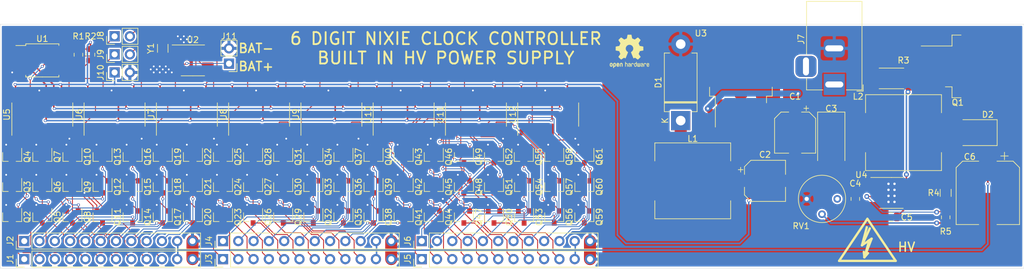
<source format=kicad_pcb>
(kicad_pcb (version 20171130) (host pcbnew "(5.1.5-131-g305ed0b65)-1")
  (layers (0 F.Cu signal) (31 B.Cu signal) (34 B.Paste user) (35 F.Paste user) (36 B.SilkS user) (37 F.SilkS user) (38 B.Mask user) (39 F.Mask user) (44 Edge.Cuts user))
  (net 0 "")
  (net 1 +12V)
  (net 2 GND)
  (net 3 +180V)
  (net 4 "Net-(Q1-Pad1)")
  (net 5 "Net-(Q1-Pad3)")
  (net 6 "Net-(RV1-Pad1)")
  (net 7 +5V)
  (net 8 "Net-(D1-Pad1)")
  (net 9 "Net-(D2-Pad2)")
  (net 10 /SCL)
  (net 11 /SDA)
  (net 12 /D0)
  (net 13 /D1)
  (net 14 /D2)
  (net 15 /D3)
  (net 16 /D4)
  (net 17 /D5)
  (net 18 /D6)
  (net 19 /D7)
  (net 20 /D8)
  (net 21 /D9)
  (net 22 /D19)
  (net 23 /D18)
  (net 24 /D17)
  (net 25 /D16)
  (net 26 /D15)
  (net 27 /D14)
  (net 28 /D13)
  (net 29 /D12)
  (net 30 /D11)
  (net 31 /D10)
  (net 32 /D29)
  (net 33 /D28)
  (net 34 /D27)
  (net 35 /D26)
  (net 36 /D25)
  (net 37 /D24)
  (net 38 /D23)
  (net 39 /D22)
  (net 40 /D21)
  (net 41 /D20)
  (net 42 /D30)
  (net 43 /D31)
  (net 44 /D32)
  (net 45 /D33)
  (net 46 /D34)
  (net 47 /D35)
  (net 48 /D36)
  (net 49 /D37)
  (net 50 /D38)
  (net 51 /D39)
  (net 52 /D40)
  (net 53 /D41)
  (net 54 /D42)
  (net 55 /D43)
  (net 56 /D44)
  (net 57 /D45)
  (net 58 /D46)
  (net 59 /D47)
  (net 60 /D48)
  (net 61 /D49)
  (net 62 /D59)
  (net 63 /D58)
  (net 64 /D57)
  (net 65 /D56)
  (net 66 /D55)
  (net 67 /D54)
  (net 68 /D53)
  (net 69 /D52)
  (net 70 /D51)
  (net 71 /D50)
  (net 72 /C0)
  (net 73 /C1)
  (net 74 /C2)
  (net 75 /C3)
  (net 76 /C4)
  (net 77 /C5)
  (net 78 /C6)
  (net 79 /C7)
  (net 80 /C8)
  (net 81 /C9)
  (net 82 /C10)
  (net 83 /C11)
  (net 84 /C12)
  (net 85 /C13)
  (net 86 /C14)
  (net 87 /C15)
  (net 88 /C16)
  (net 89 /C17)
  (net 90 /C18)
  (net 91 /C19)
  (net 92 /C20)
  (net 93 /C21)
  (net 94 /C22)
  (net 95 /C23)
  (net 96 /C24)
  (net 97 /C25)
  (net 98 /C26)
  (net 99 /C27)
  (net 100 /C28)
  (net 101 /C29)
  (net 102 /C30)
  (net 103 /C31)
  (net 104 /C32)
  (net 105 /C33)
  (net 106 /C34)
  (net 107 /C35)
  (net 108 /C36)
  (net 109 /C37)
  (net 110 /C38)
  (net 111 /C39)
  (net 112 /C40)
  (net 113 /C41)
  (net 114 /C42)
  (net 115 /C43)
  (net 116 /C44)
  (net 117 /C45)
  (net 118 /C46)
  (net 119 /C47)
  (net 120 /C48)
  (net 121 /C49)
  (net 122 /C50)
  (net 123 /C51)
  (net 124 /C52)
  (net 125 /C53)
  (net 126 /C54)
  (net 127 /C55)
  (net 128 /C56)
  (net 129 /C57)
  (net 130 /C58)
  (net 131 /C59)
  (net 132 "Net-(R5-Pad2)")
  (net 133 "Net-(U1-Pad1)")
  (net 134 /SRCLK)
  (net 135 /RCLK)
  (net 136 "Net-(U1-Pad6)")
  (net 137 "Net-(U2-Pad1)")
  (net 138 "Net-(U2-Pad2)")
  (net 139 "Net-(U2-Pad7)")
  (net 140 "Net-(U5-Pad9)")
  (net 141 "Net-(U11-Pad9)")
  (net 142 "Net-(U6-Pad9)")
  (net 143 "Net-(U7-Pad9)")
  (net 144 "Net-(U10-Pad14)")
  (net 145 "Net-(U10-Pad9)")
  (net 146 "Net-(U12-Pad4)")
  (net 147 "Net-(U12-Pad5)")
  (net 148 "Net-(U12-Pad6)")
  (net 149 "Net-(U12-Pad7)")
  (net 150 "Net-(U12-Pad9)")
  (net 151 "Net-(C5-Pad1)")
  (net 152 "Net-(J8-Pad2)")
  (net 153 "Net-(J9-Pad2)")
  (net 154 "Net-(U8-Pad9)")
  (net 155 "Net-(J11-Pad1)")
  (net 156 "Net-(R4-Pad2)")
  (module Symbol:Symbol_HighVoltage_Type2_CopperTop_VerySmall (layer F.Cu) (at 77 78.5)
    (fp_text reference REF** hide)
    (fp_text value Symbol_HighVoltage_Type2_CopperTop_VerySmall)
  )
  (module Symbol:OSHW-Logo2_7.3x6mm_SilkScreen (layer F.Cu) (at 37.5 46.5)
    (fp_text reference REF** hide)
    (fp_text value OSHW-Logo2_7.3x6mm_SilkScreen hide)
  )
  (module Connector_PinHeader_2.54mm:PinHeader_1x02_P2.54mm_Vertical (layer F.Cu) (at -48 50 90)
    (fp_text reference J10 (at 0 -2.33 90) (layer F.SilkS))
    (fp_text value Conn_01x02_Male)
    (pad 1 thru_hole rect (at 0 0 90) (size 1.7 1.7) (drill 1) (layers *.Cu *.Mask) (net 7 +5V))
    (pad 2 thru_hole oval (at 0 2.54 90) (size 1.7 1.7) (drill 1) (layers *.Cu *.Mask) (net 2 GND))
  )
  (module Connector_PinHeader_2.54mm:PinHeader_1x12_P2.54mm_Vertical (layer F.Cu) (at -63 78 90)
    (fp_text reference J2 (at 0 -2.33 90) (layer F.SilkS))
    (fp_text value Conn_01x12_Male)
    (pad 12 thru_hole oval (at 0 27.94 90) (size 1.7 1.7) (drill 1) (layers *.Cu *.Mask) (net 2 GND))
    (pad 11 thru_hole oval (at 0 25.4 90) (size 1.7 1.7) (drill 1) (layers *.Cu *.Mask) (net 3 +180V))
    (pad 10 thru_hole oval (at 0 22.86 90) (size 1.7 1.7) (drill 1) (layers *.Cu *.Mask) (net 22 /D19))
    (pad 9 thru_hole oval (at 0 20.32 90) (size 1.7 1.7) (drill 1) (layers *.Cu *.Mask) (net 23 /D18))
    (pad 8 thru_hole oval (at 0 17.78 90) (size 1.7 1.7) (drill 1) (layers *.Cu *.Mask) (net 24 /D17))
    (pad 7 thru_hole oval (at 0 15.24 90) (size 1.7 1.7) (drill 1) (layers *.Cu *.Mask) (net 25 /D16))
    (pad 6 thru_hole oval (at 0 12.7 90) (size 1.7 1.7) (drill 1) (layers *.Cu *.Mask) (net 26 /D15))
    (pad 5 thru_hole oval (at 0 10.16 90) (size 1.7 1.7) (drill 1) (layers *.Cu *.Mask) (net 27 /D14))
    (pad 4 thru_hole oval (at 0 7.62 90) (size 1.7 1.7) (drill 1) (layers *.Cu *.Mask) (net 28 /D13))
    (pad 3 thru_hole oval (at 0 5.08 90) (size 1.7 1.7) (drill 1) (layers *.Cu *.Mask) (net 29 /D12))
    (pad 2 thru_hole oval (at 0 2.54 90) (size 1.7 1.7) (drill 1) (layers *.Cu *.Mask) (net 30 /D11))
    (pad 1 thru_hole rect (at 0 0 90) (size 1.7 1.7) (drill 1) (layers *.Cu *.Mask) (net 31 /D10))
  )
  (module Capacitor_Tantalum_SMD:CP_EIA-7343-31_Kemet-D (layer F.Cu) (at 71 61 270)
    (fp_text reference C3 (at -5 0 180) (layer F.SilkS))
    (fp_text value "100uF,Low ESR")
    (pad 1 smd roundrect (at -3.1125 0 270) (size 2.075 2.55) (layers F.Cu F.Paste F.Mask) (roundrect_rratio 0.120482) (net 1 +12V))
    (pad 2 smd roundrect (at 3.1125 0 270) (size 2.075 2.55) (layers F.Cu F.Paste F.Mask) (roundrect_rratio 0.120482) (net 2 GND))
  )
  (module Capacitor_SMD:C_0805_2012Metric (layer F.Cu) (at 75 71 270)
    (fp_text reference C4 (at -2.5625 0 180) (layer F.SilkS))
    (fp_text value 100nF)
    (pad 2 smd roundrect (at 0.9375 0 270) (size 0.975 1.4) (layers F.Cu F.Paste F.Mask) (net 2 GND))
    (pad 1 smd roundrect (at -0.9375 0 270) (size 0.975 1.4) (layers F.Cu F.Paste F.Mask) (net 1 +12V))
  )
  (module Capacitor_SMD:C_0805_2012Metric (layer F.Cu) (at 80.9375 74 180)
    (fp_text reference C5 (at -2.596944 -0.041692) (layer F.SilkS))
    (fp_text value 100nF)
    (pad 1 smd roundrect (at -0.9375 0 180) (size 0.975 1.4) (layers F.Cu F.Paste F.Mask) (net 151 "Net-(C5-Pad1)"))
    (pad 2 smd roundrect (at 0.9375 0 180) (size 0.975 1.4) (layers F.Cu F.Paste F.Mask) (net 2 GND))
  )
  (module Capacitor_SMD:CP_Elec_10x10 (layer F.Cu) (at 97 70 270)
    (fp_text reference C6 (at -6 3 180) (layer F.SilkS))
    (fp_text value 10uF,250V)
    (pad 1 smd roundrect (at -4 0 270) (size 4 2.5) (layers F.Cu F.Paste F.Mask) (roundrect_rratio 0.1) (net 3 +180V))
    (pad 2 smd roundrect (at 4 0 270) (size 4 2.5) (layers F.Cu F.Paste F.Mask) (roundrect_rratio 0.1) (net 2 GND))
  )
  (module Diode_SMD:D_SMB (layer F.Cu) (at 95 60 180)
    (fp_text reference D2 (at -2 3) (layer F.SilkS))
    (fp_text value "300V, 2A, Fast Trr")
    (pad 1 smd rect (at -2.15 0 180) (size 2.5 2.3) (layers F.Cu F.Paste F.Mask) (net 3 +180V))
    (pad 2 smd rect (at 2.15 0 180) (size 2.5 2.3) (layers F.Cu F.Paste F.Mask) (net 9 "Net-(D2-Pad2)"))
  )
  (module Connector_BarrelJack:BarrelJack_Horizontal (layer F.Cu) (at 71.5 52 270)
    (fp_text reference J7 (at -7.5 5.5 90) (layer F.SilkS))
    (fp_text value Jack-DC)
    (pad 1 thru_hole rect (at 0 0 270) (size 3.5 3.5) (drill oval 1 3) (layers *.Cu *.Mask) (net 1 +12V))
    (pad 2 thru_hole roundrect (at -6 0 270) (size 3 3.5) (drill oval 1 3) (layers *.Cu *.Mask) (net 2 GND))
    (pad 3 thru_hole roundrect (at -3 4.7 270) (size 3.5 3.5) (drill oval 3 1) (layers *.Cu *.Mask))
  )
  (module Inductor_SMD:L_12x12mm_H4.5mm (layer F.Cu) (at 83 60)
    (fp_text reference L2 (at -7.538321 -6) (layer F.SilkS))
    (fp_text value 100uH,2A)
    (pad 1 smd rect (at -4.95 0) (size 2.9 5.4) (layers F.Cu F.Paste F.Mask) (net 1 +12V))
    (pad 2 smd rect (at 4.95 0) (size 2.9 5.4) (layers F.Cu F.Paste F.Mask) (net 9 "Net-(D2-Pad2)"))
  )
  (module Package_TO_SOT_SMD:TO-263-2 (layer F.Cu) (at 94 49)
    (fp_text reference Q1 (at -2 6) (layer F.SilkS))
    (fp_text value IRF644)
    (pad 1 smd rect (at -5.775 -2.54) (size 4.6 1.1) (layers F.Cu F.Paste F.Mask) (net 4 "Net-(Q1-Pad1)"))
    (pad 3 smd rect (at -5.775 2.54) (size 4.6 1.1) (layers F.Cu F.Paste F.Mask) (net 5 "Net-(Q1-Pad3)"))
    (pad 2 smd rect (at 3.375 0) (size 9.4 10.8) (layers F.Cu F.Mask) (net 9 "Net-(D2-Pad2)"))
  )
  (module Resistor_SMD:R_2512_6332Metric (layer F.Cu) (at 81 51 180)
    (fp_text reference R3 (at -2 3) (layer F.SilkS))
    (fp_text value 0.05,1W)
    (pad 1 smd roundrect (at -2.9 0 180) (size 1.35 3.35) (layers F.Cu F.Paste F.Mask) (roundrect_rratio 0.185185) (net 5 "Net-(Q1-Pad3)"))
    (pad 2 smd roundrect (at 2.9 0 180) (size 1.35 3.35) (layers F.Cu F.Paste F.Mask) (roundrect_rratio 0.185185) (net 2 GND))
  )
  (module Resistor_SMD:R_1206_3216Metric (layer F.Cu) (at 90 70 270)
    (fp_text reference R4 (at 0 2 180) (layer F.SilkS))
    (fp_text value 1M2,250V)
    (pad 1 smd roundrect (at -1.4 0 270) (size 1.25 1.75) (layers F.Cu F.Paste F.Mask) (roundrect_rratio 0.2) (net 3 +180V))
    (pad 2 smd roundrect (at 1.4 0 270) (size 1.25 1.75) (layers F.Cu F.Paste F.Mask) (roundrect_rratio 0.2) (net 156 "Net-(R4-Pad2)"))
  )
  (module Resistor_SMD:R_0805_2012Metric (layer F.Cu) (at 90 74.0625 270)
    (fp_text reference R5 (at 2.3375 0 180) (layer F.SilkS))
    (fp_text value 10K)
    (pad 1 smd roundrect (at -0.9375 0 270) (size 0.975 1.4) (layers F.Cu F.Paste F.Mask) (net 156 "Net-(R4-Pad2)"))
    (pad 2 smd roundrect (at 0.9375 0 270) (size 0.975 1.4) (layers F.Cu F.Paste F.Mask) (net 132 "Net-(R5-Pad2)"))
  )
  (module Package_SO:SOIC-8_3.9x4.9mm_P1.27mm (layer F.Cu) (at 81 70)
    (fp_text reference U4 (at -5 -3) (layer F.SilkS))
    (fp_text value MAX1771)
    (pad 1 smd roundrect (at -2.475 -1.905) (size 1.95 0.6) (layers F.Cu F.Paste F.Mask) (net 4 "Net-(Q1-Pad1)"))
    (pad 2 smd roundrect (at -2.475 -0.635) (size 1.95 0.6) (layers F.Cu F.Paste F.Mask) (net 1 +12V))
    (pad 3 smd roundrect (at -2.475 0.635) (size 1.95 0.6) (layers F.Cu F.Paste F.Mask) (net 156 "Net-(R4-Pad2)"))
    (pad 4 smd roundrect (at -2.475 1.905) (size 1.95 0.6) (layers F.Cu F.Paste F.Mask) (net 2 GND))
    (pad 5 smd roundrect (at 2.475 1.905) (size 1.95 0.6) (layers F.Cu F.Paste F.Mask) (net 151 "Net-(C5-Pad1)"))
    (pad 6 smd roundrect (at 2.475 0.635) (size 1.95 0.6) (layers F.Cu F.Paste F.Mask) (net 2 GND))
    (pad 7 smd roundrect (at 2.475 -0.635) (size 1.95 0.6) (layers F.Cu F.Paste F.Mask) (net 2 GND))
    (pad 8 smd roundrect (at 2.475 -1.905) (size 1.95 0.6) (layers F.Cu F.Paste F.Mask) (net 5 "Net-(Q1-Pad3)"))
  )
  (module Potentiometer_THT:Potentiometer_Bourns_3339P_Vertical (layer F.Cu) (at 72 71 90)
    (fp_text reference RV1 (at -4.5 -6 180) (layer F.SilkS))
    (fp_text value 10K)
    (pad 3 thru_hole circle (at 0 -5.08 90) (size 1.26 1.26) (drill 0.7) (layers *.Cu *.Mask) (net 2 GND))
    (pad 2 thru_hole circle (at -2.54 -2.54 90) (size 1.26 1.26) (drill 0.7) (layers *.Cu *.Mask) (net 132 "Net-(R5-Pad2)"))
    (pad 1 thru_hole circle (at 0 0 90) (size 1.26 1.26) (drill 0.7) (layers *.Cu *.Mask) (net 6 "Net-(RV1-Pad1)"))
  )
  (module Diode_THT:D_DO-201AD_P12.70mm_Horizontal (layer F.Cu) (at 46 58 90)
    (fp_text reference D1 (at 6.35 -3.72 90) (layer F.SilkS))
    (fp_text value IN5822)
    (fp_text user K (at 0 -2.6 90) (layer F.SilkS))
    (pad 1 thru_hole rect (at 0 0 90) (size 3.2 3.2) (drill 1.6) (layers *.Cu *.Mask) (net 8 "Net-(D1-Pad1)"))
    (pad 2 thru_hole oval (at 12.7 0 90) (size 3.2 3.2) (drill 1.6) (layers *.Cu *.Mask) (net 2 GND))
  )
  (module Connector_PinHeader_2.54mm:PinHeader_1x02_P2.54mm_Vertical (layer F.Cu) (at -48 44 90)
    (fp_text reference J8 (at 0 -2.33 90) (layer F.SilkS))
    (fp_text value Conn_01x02_Male)
    (pad 1 thru_hole rect (at 0 0 90) (size 1.7 1.7) (drill 1) (layers *.Cu *.Mask) (net 10 /SCL))
    (pad 2 thru_hole oval (at 0 2.54 90) (size 1.7 1.7) (drill 1) (layers *.Cu *.Mask) (net 152 "Net-(J8-Pad2)"))
  )
  (module Connector_PinHeader_2.54mm:PinHeader_1x02_P2.54mm_Vertical (layer F.Cu) (at -48 47 90)
    (fp_text reference J9 (at 0 -2.33 90) (layer F.SilkS))
    (fp_text value Conn_01x02_Male)
    (pad 2 thru_hole oval (at 0 2.54 90) (size 1.7 1.7) (drill 1) (layers *.Cu *.Mask) (net 153 "Net-(J9-Pad2)"))
    (pad 1 thru_hole rect (at 0 0 90) (size 1.7 1.7) (drill 1) (layers *.Cu *.Mask) (net 11 /SDA))
  )
  (module Connector_PinHeader_2.54mm:PinHeader_1x12_P2.54mm_Vertical (layer F.Cu) (at -63 81 90)
    (fp_text reference J1 (at 0 -2.33 90) (layer F.SilkS))
    (fp_text value Conn_01x12_Male)
    (pad 1 thru_hole rect (at 0 0 90) (size 1.7 1.7) (drill 1) (layers *.Cu *.Mask) (net 12 /D0))
    (pad 2 thru_hole oval (at 0 2.54 90) (size 1.7 1.7) (drill 1) (layers *.Cu *.Mask) (net 13 /D1))
    (pad 3 thru_hole oval (at 0 5.08 90) (size 1.7 1.7) (drill 1) (layers *.Cu *.Mask) (net 14 /D2))
    (pad 4 thru_hole oval (at 0 7.62 90) (size 1.7 1.7) (drill 1) (layers *.Cu *.Mask) (net 15 /D3))
    (pad 5 thru_hole oval (at 0 10.16 90) (size 1.7 1.7) (drill 1) (layers *.Cu *.Mask) (net 16 /D4))
    (pad 6 thru_hole oval (at 0 12.7 90) (size 1.7 1.7) (drill 1) (layers *.Cu *.Mask) (net 17 /D5))
    (pad 7 thru_hole oval (at 0 15.24 90) (size 1.7 1.7) (drill 1) (layers *.Cu *.Mask) (net 18 /D6))
    (pad 8 thru_hole oval (at 0 17.78 90) (size 1.7 1.7) (drill 1) (layers *.Cu *.Mask) (net 19 /D7))
    (pad 9 thru_hole oval (at 0 20.32 90) (size 1.7 1.7) (drill 1) (layers *.Cu *.Mask) (net 20 /D8))
    (pad 10 thru_hole oval (at 0 22.86 90) (size 1.7 1.7) (drill 1) (layers *.Cu *.Mask) (net 21 /D9))
    (pad 11 thru_hole oval (at 0 25.4 90) (size 1.7 1.7) (drill 1) (layers *.Cu *.Mask) (net 3 +180V))
    (pad 12 thru_hole oval (at 0 27.94 90) (size 1.7 1.7) (drill 1) (layers *.Cu *.Mask) (net 2 GND))
  )
  (module Connector_PinHeader_2.54mm:PinHeader_1x12_P2.54mm_Vertical (layer F.Cu) (at -30 81 90)
    (fp_text reference J3 (at 0 -2.33 90) (layer F.SilkS))
    (fp_text value Conn_01x12_Male)
    (pad 12 thru_hole oval (at 0 27.94 90) (size 1.7 1.7) (drill 1) (layers *.Cu *.Mask) (net 2 GND))
    (pad 11 thru_hole oval (at 0 25.4 90) (size 1.7 1.7) (drill 1) (layers *.Cu *.Mask) (net 3 +180V))
    (pad 10 thru_hole oval (at 0 22.86 90) (size 1.7 1.7) (drill 1) (layers *.Cu *.Mask) (net 32 /D29))
    (pad 9 thru_hole oval (at 0 20.32 90) (size 1.7 1.7) (drill 1) (layers *.Cu *.Mask) (net 33 /D28))
    (pad 8 thru_hole oval (at 0 17.78 90) (size 1.7 1.7) (drill 1) (layers *.Cu *.Mask) (net 34 /D27))
    (pad 7 thru_hole oval (at 0 15.24 90) (size 1.7 1.7) (drill 1) (layers *.Cu *.Mask) (net 35 /D26))
    (pad 6 thru_hole oval (at 0 12.7 90) (size 1.7 1.7) (drill 1) (layers *.Cu *.Mask) (net 36 /D25))
    (pad 5 thru_hole oval (at 0 10.16 90) (size 1.7 1.7) (drill 1) (layers *.Cu *.Mask) (net 37 /D24))
    (pad 4 thru_hole oval (at 0 7.62 90) (size 1.7 1.7) (drill 1) (layers *.Cu *.Mask) (net 38 /D23))
    (pad 3 thru_hole oval (at 0 5.08 90) (size 1.7 1.7) (drill 1) (layers *.Cu *.Mask) (net 39 /D22))
    (pad 2 thru_hole oval (at 0 2.54 90) (size 1.7 1.7) (drill 1) (layers *.Cu *.Mask) (net 40 /D21))
    (pad 1 thru_hole rect (at 0 0 90) (size 1.7 1.7) (drill 1) (layers *.Cu *.Mask) (net 41 /D20))
  )
  (module Connector_PinHeader_2.54mm:PinHeader_1x12_P2.54mm_Vertical (layer F.Cu) (at -30 78 90)
    (fp_text reference J4 (at 0 -2.33 90) (layer F.SilkS))
    (fp_text value Conn_01x12_Male)
    (pad 1 thru_hole rect (at 0 0 90) (size 1.7 1.7) (drill 1) (layers *.Cu *.Mask) (net 42 /D30))
    (pad 2 thru_hole oval (at 0 2.54 90) (size 1.7 1.7) (drill 1) (layers *.Cu *.Mask) (net 43 /D31))
    (pad 3 thru_hole oval (at 0 5.08 90) (size 1.7 1.7) (drill 1) (layers *.Cu *.Mask) (net 44 /D32))
    (pad 4 thru_hole oval (at 0 7.62 90) (size 1.7 1.7) (drill 1) (layers *.Cu *.Mask) (net 45 /D33))
    (pad 5 thru_hole oval (at 0 10.16 90) (size 1.7 1.7) (drill 1) (layers *.Cu *.Mask) (net 46 /D34))
    (pad 6 thru_hole oval (at 0 12.7 90) (size 1.7 1.7) (drill 1) (layers *.Cu *.Mask) (net 47 /D35))
    (pad 7 thru_hole oval (at 0 15.24 90) (size 1.7 1.7) (drill 1) (layers *.Cu *.Mask) (net 48 /D36))
    (pad 8 thru_hole oval (at 0 17.78 90) (size 1.7 1.7) (drill 1) (layers *.Cu *.Mask) (net 49 /D37))
    (pad 9 thru_hole oval (at 0 20.32 90) (size 1.7 1.7) (drill 1) (layers *.Cu *.Mask) (net 50 /D38))
    (pad 10 thru_hole oval (at 0 22.86 90) (size 1.7 1.7) (drill 1) (layers *.Cu *.Mask) (net 51 /D39))
    (pad 11 thru_hole oval (at 0 25.4 90) (size 1.7 1.7) (drill 1) (layers *.Cu *.Mask) (net 3 +180V))
    (pad 12 thru_hole oval (at 0 27.94 90) (size 1.7 1.7) (drill 1) (layers *.Cu *.Mask) (net 2 GND))
  )
  (module Connector_PinHeader_2.54mm:PinHeader_1x12_P2.54mm_Vertical (layer F.Cu) (at 3 81 90)
    (fp_text reference J5 (at 0 -2.33 90) (layer F.SilkS))
    (fp_text value Conn_01x12_Male)
    (pad 1 thru_hole rect (at 0 0 90) (size 1.7 1.7) (drill 1) (layers *.Cu *.Mask) (net 52 /D40))
    (pad 2 thru_hole oval (at 0 2.54 90) (size 1.7 1.7) (drill 1) (layers *.Cu *.Mask) (net 53 /D41))
    (pad 3 thru_hole oval (at 0 5.08 90) (size 1.7 1.7) (drill 1) (layers *.Cu *.Mask) (net 54 /D42))
    (pad 4 thru_hole oval (at 0 7.62 90) (size 1.7 1.7) (drill 1) (layers *.Cu *.Mask) (net 55 /D43))
    (pad 5 thru_hole oval (at 0 10.16 90) (size 1.7 1.7) (drill 1) (layers *.Cu *.Mask) (net 56 /D44))
    (pad 6 thru_hole oval (at 0 12.7 90) (size 1.7 1.7) (drill 1) (layers *.Cu *.Mask) (net 57 /D45))
    (pad 7 thru_hole oval (at 0 15.24 90) (size 1.7 1.7) (drill 1) (layers *.Cu *.Mask) (net 58 /D46))
    (pad 8 thru_hole oval (at 0 17.78 90) (size 1.7 1.7) (drill 1) (layers *.Cu *.Mask) (net 59 /D47))
    (pad 9 thru_hole oval (at 0 20.32 90) (size 1.7 1.7) (drill 1) (layers *.Cu *.Mask) (net 60 /D48))
    (pad 10 thru_hole oval (at 0 22.86 90) (size 1.7 1.7) (drill 1) (layers *.Cu *.Mask) (net 61 /D49))
    (pad 11 thru_hole oval (at 0 25.4 90) (size 1.7 1.7) (drill 1) (layers *.Cu *.Mask) (net 3 +180V))
    (pad 12 thru_hole oval (at 0 27.94 90) (size 1.7 1.7) (drill 1) (layers *.Cu *.Mask) (net 2 GND))
  )
  (module Inductor_SMD:L_12x12mm_H4.5mm (layer F.Cu) (at 48 68)
    (fp_text reference L1 (at 0 -7) (layer F.SilkS))
    (fp_text value 100uH,2A)
    (pad 1 smd rect (at -4.95 0) (size 2.9 5.4) (layers F.Cu F.Paste F.Mask) (net 8 "Net-(D1-Pad1)"))
    (pad 2 smd rect (at 4.95 0) (size 2.9 5.4) (layers F.Cu F.Paste F.Mask) (net 7 +5V))
  )
  (module Package_TO_SOT_SMD:SOT-23 (layer F.Cu) (at -65 74 270)
    (fp_text reference Q2 (at 0 -2.5 90) (layer F.SilkS))
    (fp_text value BSS127)
    (pad 3 smd rect (at 1 0 270) (size 0.9 0.8) (layers F.Cu F.Paste F.Mask) (net 12 /D0))
    (pad 2 smd rect (at -1 0.95 270) (size 0.9 0.8) (layers F.Cu F.Paste F.Mask) (net 2 GND))
    (pad 1 smd rect (at -1 -0.95 270) (size 0.9 0.8) (layers F.Cu F.Paste F.Mask) (net 72 /C0))
  )
  (module Package_TO_SOT_SMD:SOT-23 (layer F.Cu) (at -65 69 270)
    (fp_text reference Q3 (at 0 -2.5 90) (layer F.SilkS))
    (fp_text value BSS127)
    (pad 1 smd rect (at -1 -0.95 270) (size 0.9 0.8) (layers F.Cu F.Paste F.Mask) (net 73 /C1))
    (pad 2 smd rect (at -1 0.95 270) (size 0.9 0.8) (layers F.Cu F.Paste F.Mask) (net 2 GND))
    (pad 3 smd rect (at 1 0 270) (size 0.9 0.8) (layers F.Cu F.Paste F.Mask) (net 13 /D1))
  )
  (module Package_TO_SOT_SMD:SOT-23 (layer F.Cu) (at -65 64 270)
    (fp_text reference Q4 (at 0 -2.5 90) (layer F.SilkS))
    (fp_text value BSS127)
    (pad 3 smd rect (at 1 0 270) (size 0.9 0.8) (layers F.Cu F.Paste F.Mask) (net 14 /D2))
    (pad 2 smd rect (at -1 0.95 270) (size 0.9 0.8) (layers F.Cu F.Paste F.Mask) (net 2 GND))
    (pad 1 smd rect (at -1 -0.95 270) (size 0.9 0.8) (layers F.Cu F.Paste F.Mask) (net 74 /C2))
  )
  (module Package_TO_SOT_SMD:SOT-23 (layer F.Cu) (at -60 74 270)
    (fp_text reference Q5 (at 0 -2.5 90) (layer F.SilkS))
    (fp_text value BSS127)
    (pad 1 smd rect (at -1 -0.95 270) (size 0.9 0.8) (layers F.Cu F.Paste F.Mask) (net 75 /C3))
    (pad 2 smd rect (at -1 0.95 270) (size 0.9 0.8) (layers F.Cu F.Paste F.Mask) (net 2 GND))
    (pad 3 smd rect (at 1 0 270) (size 0.9 0.8) (layers F.Cu F.Paste F.Mask) (net 15 /D3))
  )
  (module Package_TO_SOT_SMD:SOT-23 (layer F.Cu) (at -60 69 270)
    (fp_text reference Q6 (at 0 -2.5 90) (layer F.SilkS))
    (fp_text value BSS127)
    (pad 3 smd rect (at 1 0 270) (size 0.9 0.8) (layers F.Cu F.Paste F.Mask) (net 16 /D4))
    (pad 2 smd rect (at -1 0.95 270) (size 0.9 0.8) (layers F.Cu F.Paste F.Mask) (net 2 GND))
    (pad 1 smd rect (at -1 -0.95 270) (size 0.9 0.8) (layers F.Cu F.Paste F.Mask) (net 76 /C4))
  )
  (module Package_TO_SOT_SMD:SOT-23 (layer F.Cu) (at -60 64 270)
    (fp_text reference Q7 (at 0 -2.5 90) (layer F.SilkS))
    (fp_text value BSS127)
    (pad 1 smd rect (at -1 -0.95 270) (size 0.9 0.8) (layers F.Cu F.Paste F.Mask) (net 77 /C5))
    (pad 2 smd rect (at -1 0.95 270) (size 0.9 0.8) (layers F.Cu F.Paste F.Mask) (net 2 GND))
    (pad 3 smd rect (at 1 0 270) (size 0.9 0.8) (layers F.Cu F.Paste F.Mask) (net 17 /D5))
  )
  (module Package_TO_SOT_SMD:SOT-23 (layer F.Cu) (at -55 74 270)
    (fp_text reference Q8 (at 0 -2.5 90) (layer F.SilkS))
    (fp_text value BSS127)
    (pad 3 smd rect (at 1 0 270) (size 0.9 0.8) (layers F.Cu F.Paste F.Mask) (net 18 /D6))
    (pad 2 smd rect (at -1 0.95 270) (size 0.9 0.8) (layers F.Cu F.Paste F.Mask) (net 2 GND))
    (pad 1 smd rect (at -1 -0.95 270) (size 0.9 0.8) (layers F.Cu F.Paste F.Mask) (net 78 /C6))
  )
  (module Package_TO_SOT_SMD:SOT-23 (layer F.Cu) (at -55 69 270)
    (fp_text reference Q9 (at 0 -2.5 90) (layer F.SilkS))
    (fp_text value BSS127)
    (pad 1 smd rect (at -1 -0.95 270) (size 0.9 0.8) (layers F.Cu F.Paste F.Mask) (net 79 /C7))
    (pad 2 smd rect (at -1 0.95 270) (size 0.9 0.8) (layers F.Cu F.Paste F.Mask) (net 2 GND))
    (pad 3 smd rect (at 1 0 270) (size 0.9 0.8) (layers F.Cu F.Paste F.Mask) (net 19 /D7))
  )
  (module Package_TO_SOT_SMD:SOT-23 (layer F.Cu) (at -55 64 270)
    (fp_text reference Q10 (at 0 -2.5 90) (layer F.SilkS))
    (fp_text value BSS127)
    (pad 3 smd rect (at 1 0 270) (size 0.9 0.8) (layers F.Cu F.Paste F.Mask) (net 20 /D8))
    (pad 2 smd rect (at -1 0.95 270) (size 0.9 0.8) (layers F.Cu F.Paste F.Mask) (net 2 GND))
    (pad 1 smd rect (at -1 -0.95 270) (size 0.9 0.8) (layers F.Cu F.Paste F.Mask) (net 80 /C8))
  )
  (module Package_TO_SOT_SMD:SOT-23 (layer F.Cu) (at -50 74 270)
    (fp_text reference Q11 (at 0 -2.5 90) (layer F.SilkS))
    (fp_text value BSS127)
    (pad 3 smd rect (at 1 0 270) (size 0.9 0.8) (layers F.Cu F.Paste F.Mask) (net 21 /D9))
    (pad 2 smd rect (at -1 0.95 270) (size 0.9 0.8) (layers F.Cu F.Paste F.Mask) (net 2 GND))
    (pad 1 smd rect (at -1 -0.95 270) (size 0.9 0.8) (layers F.Cu F.Paste F.Mask) (net 81 /C9))
  )
  (module Package_TO_SOT_SMD:SOT-23 (layer F.Cu) (at -50 69 270)
    (fp_text reference Q12 (at 0 -2.5 90) (layer F.SilkS))
    (fp_text value BSS127)
    (pad 3 smd rect (at 1 0 270) (size 0.9 0.8) (layers F.Cu F.Paste F.Mask) (net 31 /D10))
    (pad 2 smd rect (at -1 0.95 270) (size 0.9 0.8) (layers F.Cu F.Paste F.Mask) (net 2 GND))
    (pad 1 smd rect (at -1 -0.95 270) (size 0.9 0.8) (layers F.Cu F.Paste F.Mask) (net 82 /C10))
  )
  (module Package_TO_SOT_SMD:SOT-23 (layer F.Cu) (at -50 64 270)
    (fp_text reference Q13 (at 0 -2.5 90) (layer F.SilkS))
    (fp_text value BSS127)
    (pad 1 smd rect (at -1 -0.95 270) (size 0.9 0.8) (layers F.Cu F.Paste F.Mask) (net 83 /C11))
    (pad 2 smd rect (at -1 0.95 270) (size 0.9 0.8) (layers F.Cu F.Paste F.Mask) (net 2 GND))
    (pad 3 smd rect (at 1 0 270) (size 0.9 0.8) (layers F.Cu F.Paste F.Mask) (net 30 /D11))
  )
  (module Package_TO_SOT_SMD:SOT-23 (layer F.Cu) (at -45 74 270)
    (fp_text reference Q14 (at 0 -2.5 90) (layer F.SilkS))
    (fp_text value BSS127)
    (pad 3 smd rect (at 1 0 270) (size 0.9 0.8) (layers F.Cu F.Paste F.Mask) (net 29 /D12))
    (pad 2 smd rect (at -1 0.95 270) (size 0.9 0.8) (layers F.Cu F.Paste F.Mask) (net 2 GND))
    (pad 1 smd rect (at -1 -0.95 270) (size 0.9 0.8) (layers F.Cu F.Paste F.Mask) (net 84 /C12))
  )
  (module Package_TO_SOT_SMD:SOT-23 (layer F.Cu) (at -45 69 270)
    (fp_text reference Q15 (at 0 -2.5 90) (layer F.SilkS))
    (fp_text value BSS127)
    (pad 1 smd rect (at -1 -0.95 270) (size 0.9 0.8) (layers F.Cu F.Paste F.Mask) (net 85 /C13))
    (pad 2 smd rect (at -1 0.95 270) (size 0.9 0.8) (layers F.Cu F.Paste F.Mask) (net 2 GND))
    (pad 3 smd rect (at 1 0 270) (size 0.9 0.8) (layers F.Cu F.Paste F.Mask) (net 28 /D13))
  )
  (module Package_TO_SOT_SMD:SOT-23 (layer F.Cu) (at -45 64 270)
    (fp_text reference Q16 (at 0 -2.5 90) (layer F.SilkS))
    (fp_text value BSS127)
    (pad 3 smd rect (at 1 0 270) (size 0.9 0.8) (layers F.Cu F.Paste F.Mask) (net 27 /D14))
    (pad 2 smd rect (at -1 0.95 270) (size 0.9 0.8) (layers F.Cu F.Paste F.Mask) (net 2 GND))
    (pad 1 smd rect (at -1 -0.95 270) (size 0.9 0.8) (layers F.Cu F.Paste F.Mask) (net 86 /C14))
  )
  (module Package_TO_SOT_SMD:SOT-23 (layer F.Cu) (at -40 74 270)
    (fp_text reference Q17 (at 0 -2.5 90) (layer F.SilkS))
    (fp_text value BSS127)
    (pad 1 smd rect (at -1 -0.95 270) (size 0.9 0.8) (layers F.Cu F.Paste F.Mask) (net 87 /C15))
    (pad 2 smd rect (at -1 0.95 270) (size 0.9 0.8) (layers F.Cu F.Paste F.Mask) (net 2 GND))
    (pad 3 smd rect (at 1 0 270) (size 0.9 0.8) (layers F.Cu F.Paste F.Mask) (net 26 /D15))
  )
  (module Package_TO_SOT_SMD:SOT-23 (layer F.Cu) (at -40 69 270)
    (fp_text reference Q18 (at 0 -2.5 90) (layer F.SilkS))
    (fp_text value BSS127)
    (pad 3 smd rect (at 1 0 270) (size 0.9 0.8) (layers F.Cu F.Paste F.Mask) (net 25 /D16))
    (pad 2 smd rect (at -1 0.95 270) (size 0.9 0.8) (layers F.Cu F.Paste F.Mask) (net 2 GND))
    (pad 1 smd rect (at -1 -0.95 270) (size 0.9 0.8) (layers F.Cu F.Paste F.Mask) (net 88 /C16))
  )
  (module Package_TO_SOT_SMD:SOT-23 (layer F.Cu) (at -40 64 270)
    (fp_text reference Q19 (at 0 -2.5 90) (layer F.SilkS))
    (fp_text value BSS127)
    (pad 1 smd rect (at -1 -0.95 270) (size 0.9 0.8) (layers F.Cu F.Paste F.Mask) (net 89 /C17))
    (pad 2 smd rect (at -1 0.95 270) (size 0.9 0.8) (layers F.Cu F.Paste F.Mask) (net 2 GND))
    (pad 3 smd rect (at 1 0 270) (size 0.9 0.8) (layers F.Cu F.Paste F.Mask) (net 24 /D17))
  )
  (module Package_TO_SOT_SMD:SOT-23 (layer F.Cu) (at -35 74 270)
    (fp_text reference Q20 (at 0 -2.5 90) (layer F.SilkS))
    (fp_text value BSS127)
    (pad 3 smd rect (at 1 0 270) (size 0.9 0.8) (layers F.Cu F.Paste F.Mask) (net 23 /D18))
    (pad 2 smd rect (at -1 0.95 270) (size 0.9 0.8) (layers F.Cu F.Paste F.Mask) (net 2 GND))
    (pad 1 smd rect (at -1 -0.95 270) (size 0.9 0.8) (layers F.Cu F.Paste F.Mask) (net 90 /C18))
  )
  (module Package_TO_SOT_SMD:SOT-23 (layer F.Cu) (at -35 69 270)
    (fp_text reference Q21 (at 0 -2.5 90) (layer F.SilkS))
    (fp_text value BSS127)
    (pad 1 smd rect (at -1 -0.95 270) (size 0.9 0.8) (layers F.Cu F.Paste F.Mask) (net 91 /C19))
    (pad 2 smd rect (at -1 0.95 270) (size 0.9 0.8) (layers F.Cu F.Paste F.Mask) (net 2 GND))
    (pad 3 smd rect (at 1 0 270) (size 0.9 0.8) (layers F.Cu F.Paste F.Mask) (net 22 /D19))
  )
  (module Package_TO_SOT_SMD:SOT-23 (layer F.Cu) (at -35 64 270)
    (fp_text reference Q22 (at 0 -2.5 90) (layer F.SilkS))
    (fp_text value BSS127)
    (pad 3 smd rect (at 1 0 270) (size 0.9 0.8) (layers F.Cu F.Paste F.Mask) (net 41 /D20))
    (pad 2 smd rect (at -1 0.95 270) (size 0.9 0.8) (layers F.Cu F.Paste F.Mask) (net 2 GND))
    (pad 1 smd rect (at -1 -0.95 270) (size 0.9 0.8) (layers F.Cu F.Paste F.Mask) (net 92 /C20))
  )
  (module Package_TO_SOT_SMD:SOT-23 (layer F.Cu) (at -30 74 270)
    (fp_text reference Q23 (at 0 -2.5 90) (layer F.SilkS))
    (fp_text value BSS127)
    (pad 1 smd rect (at -1 -0.95 270) (size 0.9 0.8) (layers F.Cu F.Paste F.Mask) (net 93 /C21))
    (pad 2 smd rect (at -1 0.95 270) (size 0.9 0.8) (layers F.Cu F.Paste F.Mask) (net 2 GND))
    (pad 3 smd rect (at 1 0 270) (size 0.9 0.8) (layers F.Cu F.Paste F.Mask) (net 40 /D21))
  )
  (module Package_TO_SOT_SMD:SOT-23 (layer F.Cu) (at -30 69 270)
    (fp_text reference Q24 (at 0 -2.5 90) (layer F.SilkS))
    (fp_text value BSS127)
    (pad 3 smd rect (at 1 0 270) (size 0.9 0.8) (layers F.Cu F.Paste F.Mask) (net 39 /D22))
    (pad 2 smd rect (at -1 0.95 270) (size 0.9 0.8) (layers F.Cu F.Paste F.Mask) (net 2 GND))
    (pad 1 smd rect (at -1 -0.95 270) (size 0.9 0.8) (layers F.Cu F.Paste F.Mask) (net 94 /C22))
  )
  (module Package_TO_SOT_SMD:SOT-23 (layer F.Cu) (at -30 64 270)
    (fp_text reference Q25 (at 0 -2.5 90) (layer F.SilkS))
    (fp_text value BSS127)
    (pad 1 smd rect (at -1 -0.95 270) (size 0.9 0.8) (layers F.Cu F.Paste F.Mask) (net 95 /C23))
    (pad 2 smd rect (at -1 0.95 270) (size 0.9 0.8) (layers F.Cu F.Paste F.Mask) (net 2 GND))
    (pad 3 smd rect (at 1 0 270) (size 0.9 0.8) (layers F.Cu F.Paste F.Mask) (net 38 /D23))
  )
  (module Package_TO_SOT_SMD:SOT-23 (layer F.Cu) (at -25 74 270)
    (fp_text reference Q26 (at 0 -2.5 90) (layer F.SilkS))
    (fp_text value BSS127)
    (pad 3 smd rect (at 1 0 270) (size 0.9 0.8) (layers F.Cu F.Paste F.Mask) (net 37 /D24))
    (pad 2 smd rect (at -1 0.95 270) (size 0.9 0.8) (layers F.Cu F.Paste F.Mask) (net 2 GND))
    (pad 1 smd rect (at -1 -0.95 270) (size 0.9 0.8) (layers F.Cu F.Paste F.Mask) (net 96 /C24))
  )
  (module Package_TO_SOT_SMD:SOT-23 (layer F.Cu) (at -25 69 270)
    (fp_text reference Q27 (at 0 -2.5 90) (layer F.SilkS))
    (fp_text value BSS127)
    (pad 1 smd rect (at -1 -0.95 270) (size 0.9 0.8) (layers F.Cu F.Paste F.Mask) (net 97 /C25))
    (pad 2 smd rect (at -1 0.95 270) (size 0.9 0.8) (layers F.Cu F.Paste F.Mask) (net 2 GND))
    (pad 3 smd rect (at 1 0 270) (size 0.9 0.8) (layers F.Cu F.Paste F.Mask) (net 36 /D25))
  )
  (module Package_TO_SOT_SMD:SOT-23 (layer F.Cu) (at -25 64 270)
    (fp_text reference Q28 (at 0 -2.5 90) (layer F.SilkS))
    (fp_text value BSS127)
    (pad 3 smd rect (at 1 0 270) (size 0.9 0.8) (layers F.Cu F.Paste F.Mask) (net 35 /D26))
    (pad 2 smd rect (at -1 0.95 270) (size 0.9 0.8) (layers F.Cu F.Paste F.Mask) (net 2 GND))
    (pad 1 smd rect (at -1 -0.95 270) (size 0.9 0.8) (layers F.Cu F.Paste F.Mask) (net 98 /C26))
  )
  (module Package_TO_SOT_SMD:SOT-23 (layer F.Cu) (at -20 74 270)
    (fp_text reference Q29 (at 0 -2.5 90) (layer F.SilkS))
    (fp_text value BSS127)
    (pad 1 smd rect (at -1 -0.95 270) (size 0.9 0.8) (layers F.Cu F.Paste F.Mask) (net 99 /C27))
    (pad 2 smd rect (at -1 0.95 270) (size 0.9 0.8) (layers F.Cu F.Paste F.Mask) (net 2 GND))
    (pad 3 smd rect (at 1 0 270) (size 0.9 0.8) (layers F.Cu F.Paste F.Mask) (net 34 /D27))
  )
  (module Package_TO_SOT_SMD:SOT-23 (layer F.Cu) (at -20 69 270)
    (fp_text reference Q30 (at 0 -2.5 90) (layer F.SilkS))
    (fp_text value BSS127)
    (pad 1 smd rect (at -1 -0.95 270) (size 0.9 0.8) (layers F.Cu F.Paste F.Mask) (net 100 /C28))
    (pad 2 smd rect (at -1 0.95 270) (size 0.9 0.8) (layers F.Cu F.Paste F.Mask) (net 2 GND))
    (pad 3 smd rect (at 1 0 270) (size 0.9 0.8) (layers F.Cu F.Paste F.Mask) (net 33 /D28))
  )
  (module Package_TO_SOT_SMD:SOT-23 (layer F.Cu) (at -20 64 270)
    (fp_text reference Q31 (at 0 -2.5 90) (layer F.SilkS))
    (fp_text value BSS127)
    (pad 1 smd rect (at -1 -0.95 270) (size 0.9 0.8) (layers F.Cu F.Paste F.Mask) (net 101 /C29))
    (pad 2 smd rect (at -1 0.95 270) (size 0.9 0.8) (layers F.Cu F.Paste F.Mask) (net 2 GND))
    (pad 3 smd rect (at 1 0 270) (size 0.9 0.8) (layers F.Cu F.Paste F.Mask) (net 32 /D29))
  )
  (module Package_TO_SOT_SMD:SOT-23 (layer F.Cu) (at -15 74 270)
    (fp_text reference Q32 (at 0 -2.5 90) (layer F.SilkS))
    (fp_text value BSS127)
    (pad 3 smd rect (at 1 0 270) (size 0.9 0.8) (layers F.Cu F.Paste F.Mask) (net 42 /D30))
    (pad 2 smd rect (at -1 0.95 270) (size 0.9 0.8) (layers F.Cu F.Paste F.Mask) (net 2 GND))
    (pad 1 smd rect (at -1 -0.95 270) (size 0.9 0.8) (layers F.Cu F.Paste F.Mask) (net 102 /C30))
  )
  (module Package_TO_SOT_SMD:SOT-23 (layer F.Cu) (at -15 69 270)
    (fp_text reference Q33 (at 0 -2.5 90) (layer F.SilkS))
    (fp_text value BSS127)
    (pad 1 smd rect (at -1 -0.95 270) (size 0.9 0.8) (layers F.Cu F.Paste F.Mask) (net 103 /C31))
    (pad 2 smd rect (at -1 0.95 270) (size 0.9 0.8) (layers F.Cu F.Paste F.Mask) (net 2 GND))
    (pad 3 smd rect (at 1 0 270) (size 0.9 0.8) (layers F.Cu F.Paste F.Mask) (net 43 /D31))
  )
  (module Package_TO_SOT_SMD:SOT-23 (layer F.Cu) (at -15 64 270)
    (fp_text reference Q34 (at 0 -2.5 90) (layer F.SilkS))
    (fp_text value BSS127)
    (pad 3 smd rect (at 1 0 270) (size 0.9 0.8) (layers F.Cu F.Paste F.Mask) (net 44 /D32))
    (pad 2 smd rect (at -1 0.95 270) (size 0.9 0.8) (layers F.Cu F.Paste F.Mask) (net 2 GND))
    (pad 1 smd rect (at -1 -0.95 270) (size 0.9 0.8) (layers F.Cu F.Paste F.Mask) (net 104 /C32))
  )
  (module Package_TO_SOT_SMD:SOT-23 (layer F.Cu) (at -10 74 270)
    (fp_text reference Q35 (at 0 -2.5 90) (layer F.SilkS))
    (fp_text value BSS127)
    (pad 1 smd rect (at -1 -0.95 270) (size 0.9 0.8) (layers F.Cu F.Paste F.Mask) (net 105 /C33))
    (pad 2 smd rect (at -1 0.95 270) (size 0.9 0.8) (layers F.Cu F.Paste F.Mask) (net 2 GND))
    (pad 3 smd rect (at 1 0 270) (size 0.9 0.8) (layers F.Cu F.Paste F.Mask) (net 45 /D33))
  )
  (module Package_TO_SOT_SMD:SOT-23 (layer F.Cu) (at -10 69 270)
    (fp_text reference Q36 (at 0 -2.5 90) (layer F.SilkS))
    (fp_text value BSS127)
    (pad 3 smd rect (at 1 0 270) (size 0.9 0.8) (layers F.Cu F.Paste F.Mask) (net 46 /D34))
    (pad 2 smd rect (at -1 0.95 270) (size 0.9 0.8) (layers F.Cu F.Paste F.Mask) (net 2 GND))
    (pad 1 smd rect (at -1 -0.95 270) (size 0.9 0.8) (layers F.Cu F.Paste F.Mask) (net 106 /C34))
  )
  (module Package_TO_SOT_SMD:SOT-23 (layer F.Cu) (at -10 64 270)
    (fp_text reference Q37 (at 0 -2.5 90) (layer F.SilkS))
    (fp_text value BSS127)
    (pad 3 smd rect (at 1 0 270) (size 0.9 0.8) (layers F.Cu F.Paste F.Mask) (net 47 /D35))
    (pad 2 smd rect (at -1 0.95 270) (size 0.9 0.8) (layers F.Cu F.Paste F.Mask) (net 2 GND))
    (pad 1 smd rect (at -1 -0.95 270) (size 0.9 0.8) (layers F.Cu F.Paste F.Mask) (net 107 /C35))
  )
  (module Package_TO_SOT_SMD:SOT-23 (layer F.Cu) (at -5 74 270)
    (fp_text reference Q38 (at 0 -2.5 90) (layer F.SilkS))
    (fp_text value BSS127)
    (pad 1 smd rect (at -1 -0.95 270) (size 0.9 0.8) (layers F.Cu F.Paste F.Mask) (net 108 /C36))
    (pad 2 smd rect (at -1 0.95 270) (size 0.9 0.8) (layers F.Cu F.Paste F.Mask) (net 2 GND))
    (pad 3 smd rect (at 1 0 270) (size 0.9 0.8) (layers F.Cu F.Paste F.Mask) (net 48 /D36))
  )
  (module Package_TO_SOT_SMD:SOT-23 (layer F.Cu) (at -5 69 270)
    (fp_text reference Q39 (at 0 -2.5 90) (layer F.SilkS))
    (fp_text value BSS127)
    (pad 3 smd rect (at 1 0 270) (size 0.9 0.8) (layers F.Cu F.Paste F.Mask) (net 49 /D37))
    (pad 2 smd rect (at -1 0.95 270) (size 0.9 0.8) (layers F.Cu F.Paste F.Mask) (net 2 GND))
    (pad 1 smd rect (at -1 -0.95 270) (size 0.9 0.8) (layers F.Cu F.Paste F.Mask) (net 109 /C37))
  )
  (module Package_TO_SOT_SMD:SOT-23 (layer F.Cu) (at -5 64 270)
    (fp_text reference Q40 (at 0 -2.5 90) (layer F.SilkS))
    (fp_text value BSS127)
    (pad 1 smd rect (at -1 -0.95 270) (size 0.9 0.8) (layers F.Cu F.Paste F.Mask) (net 110 /C38))
    (pad 2 smd rect (at -1 0.95 270) (size 0.9 0.8) (layers F.Cu F.Paste F.Mask) (net 2 GND))
    (pad 3 smd rect (at 1 0 270) (size 0.9 0.8) (layers F.Cu F.Paste F.Mask) (net 50 /D38))
  )
  (module Package_TO_SOT_SMD:SOT-23 (layer F.Cu) (at 0 74 270)
    (fp_text reference Q41 (at 0 -2.5 90) (layer F.SilkS))
    (fp_text value BSS127)
    (pad 3 smd rect (at 1 0 270) (size 0.9 0.8) (layers F.Cu F.Paste F.Mask) (net 51 /D39))
    (pad 2 smd rect (at -1 0.95 270) (size 0.9 0.8) (layers F.Cu F.Paste F.Mask) (net 2 GND))
    (pad 1 smd rect (at -1 -0.95 270) (size 0.9 0.8) (layers F.Cu F.Paste F.Mask) (net 111 /C39))
  )
  (module Package_TO_SOT_SMD:SOT-23 (layer F.Cu) (at 0 69 270)
    (fp_text reference Q42 (at 0 -2.5 90) (layer F.SilkS))
    (fp_text value BSS127)
    (pad 1 smd rect (at -1 -0.95 270) (size 0.9 0.8) (layers F.Cu F.Paste F.Mask) (net 112 /C40))
    (pad 2 smd rect (at -1 0.95 270) (size 0.9 0.8) (layers F.Cu F.Paste F.Mask) (net 2 GND))
    (pad 3 smd rect (at 1 0 270) (size 0.9 0.8) (layers F.Cu F.Paste F.Mask) (net 52 /D40))
  )
  (module Package_TO_SOT_SMD:SOT-23 (layer F.Cu) (at 0 64 270)
    (fp_text reference Q43 (at 0 -2.5 90) (layer F.SilkS))
    (fp_text value BSS127)
    (pad 3 smd rect (at 1 0 270) (size 0.9 0.8) (layers F.Cu F.Paste F.Mask) (net 53 /D41))
    (pad 2 smd rect (at -1 0.95 270) (size 0.9 0.8) (layers F.Cu F.Paste F.Mask) (net 2 GND))
    (pad 1 smd rect (at -1 -0.95 270) (size 0.9 0.8) (layers F.Cu F.Paste F.Mask) (net 113 /C41))
  )
  (module Package_TO_SOT_SMD:SOT-23 (layer F.Cu) (at 5 74 270)
    (fp_text reference Q44 (at 0 -2.5 90) (layer F.SilkS))
    (fp_text value BSS127)
    (pad 1 smd rect (at -1 -0.95 270) (size 0.9 0.8) (layers F.Cu F.Paste F.Mask) (net 114 /C42))
    (pad 2 smd rect (at -1 0.95 270) (size 0.9 0.8) (layers F.Cu F.Paste F.Mask) (net 2 GND))
    (pad 3 smd rect (at 1 0 270) (size 0.9 0.8) (layers F.Cu F.Paste F.Mask) (net 54 /D42))
  )
  (module Package_TO_SOT_SMD:SOT-23 (layer F.Cu) (at 5 69 270)
    (fp_text reference Q45 (at 0 -2.5 90) (layer F.SilkS))
    (fp_text value BSS127)
    (pad 3 smd rect (at 1 0 270) (size 0.9 0.8) (layers F.Cu F.Paste F.Mask) (net 55 /D43))
    (pad 2 smd rect (at -1 0.95 270) (size 0.9 0.8) (layers F.Cu F.Paste F.Mask) (net 2 GND))
    (pad 1 smd rect (at -1 -0.95 270) (size 0.9 0.8) (layers F.Cu F.Paste F.Mask) (net 115 /C43))
  )
  (module Package_TO_SOT_SMD:SOT-23 (layer F.Cu) (at 5 64 270)
    (fp_text reference Q46 (at 0 -2.5 90) (layer F.SilkS))
    (fp_text value BSS127)
    (pad 1 smd rect (at -1 -0.95 270) (size 0.9 0.8) (layers F.Cu F.Paste F.Mask) (net 116 /C44))
    (pad 2 smd rect (at -1 0.95 270) (size 0.9 0.8) (layers F.Cu F.Paste F.Mask) (net 2 GND))
    (pad 3 smd rect (at 1 0 270) (size 0.9 0.8) (layers F.Cu F.Paste F.Mask) (net 56 /D44))
  )
  (module Package_TO_SOT_SMD:SOT-23 (layer F.Cu) (at 10 74 270)
    (fp_text reference Q47 (at 0 -2.5 90) (layer F.SilkS))
    (fp_text value BSS127)
    (pad 3 smd rect (at 1 0 270) (size 0.9 0.8) (layers F.Cu F.Paste F.Mask) (net 57 /D45))
    (pad 2 smd rect (at -1 0.95 270) (size 0.9 0.8) (layers F.Cu F.Paste F.Mask) (net 2 GND))
    (pad 1 smd rect (at -1 -0.95 270) (size 0.9 0.8) (layers F.Cu F.Paste F.Mask) (net 117 /C45))
  )
  (module Package_TO_SOT_SMD:SOT-23 (layer F.Cu) (at 10 69 270)
    (fp_text reference Q48 (at 0 -2.5 90) (layer F.SilkS))
    (fp_text value BSS127)
    (pad 1 smd rect (at -1 -0.95 270) (size 0.9 0.8) (layers F.Cu F.Paste F.Mask) (net 118 /C46))
    (pad 2 smd rect (at -1 0.95 270) (size 0.9 0.8) (layers F.Cu F.Paste F.Mask) (net 2 GND))
    (pad 3 smd rect (at 1 0 270) (size 0.9 0.8) (layers F.Cu F.Paste F.Mask) (net 58 /D46))
  )
  (module Package_TO_SOT_SMD:SOT-23 (layer F.Cu) (at 10 64 270)
    (fp_text reference Q49 (at 0 -2.5 90) (layer F.SilkS))
    (fp_text value BSS127)
    (pad 1 smd rect (at -1 -0.95 270) (size 0.9 0.8) (layers F.Cu F.Paste F.Mask) (net 119 /C47))
    (pad 2 smd rect (at -1 0.95 270) (size 0.9 0.8) (layers F.Cu F.Paste F.Mask) (net 2 GND))
    (pad 3 smd rect (at 1 0 270) (size 0.9 0.8) (layers F.Cu F.Paste F.Mask) (net 59 /D47))
  )
  (module Package_TO_SOT_SMD:SOT-23 (layer F.Cu) (at 15 74 270)
    (fp_text reference Q50 (at 0 -2.5 90) (layer F.SilkS))
    (fp_text value BSS127)
    (pad 1 smd rect (at -1 -0.95 270) (size 0.9 0.8) (layers F.Cu F.Paste F.Mask) (net 120 /C48))
    (pad 2 smd rect (at -1 0.95 270) (size 0.9 0.8) (layers F.Cu F.Paste F.Mask) (net 2 GND))
    (pad 3 smd rect (at 1 0 270) (size 0.9 0.8) (layers F.Cu F.Paste F.Mask) (net 60 /D48))
  )
  (module Package_TO_SOT_SMD:SOT-23 (layer F.Cu) (at 15 69 270)
    (fp_text reference Q51 (at 0 -2.5 90) (layer F.SilkS))
    (fp_text value BSS127)
    (pad 3 smd rect (at 1 0 270) (size 0.9 0.8) (layers F.Cu F.Paste F.Mask) (net 61 /D49))
    (pad 2 smd rect (at -1 0.95 270) (size 0.9 0.8) (layers F.Cu F.Paste F.Mask) (net 2 GND))
    (pad 1 smd rect (at -1 -0.95 270) (size 0.9 0.8) (layers F.Cu F.Paste F.Mask) (net 121 /C49))
  )
  (module Package_TO_SOT_SMD:SOT-23 (layer F.Cu) (at 15 64 270)
    (fp_text reference Q52 (at 0 -2.5 90) (layer F.SilkS))
    (fp_text value BSS127)
    (pad 1 smd rect (at -1 -0.95 270) (size 0.9 0.8) (layers F.Cu F.Paste F.Mask) (net 122 /C50))
    (pad 2 smd rect (at -1 0.95 270) (size 0.9 0.8) (layers F.Cu F.Paste F.Mask) (net 2 GND))
    (pad 3 smd rect (at 1 0 270) (size 0.9 0.8) (layers F.Cu F.Paste F.Mask) (net 71 /D50))
  )
  (module Package_TO_SOT_SMD:SOT-23 (layer F.Cu) (at 20 74 270)
    (fp_text reference Q53 (at 0 -2.5 90) (layer F.SilkS))
    (fp_text value BSS127)
    (pad 3 smd rect (at 1 0 270) (size 0.9 0.8) (layers F.Cu F.Paste F.Mask) (net 70 /D51))
    (pad 2 smd rect (at -1 0.95 270) (size 0.9 0.8) (layers F.Cu F.Paste F.Mask) (net 2 GND))
    (pad 1 smd rect (at -1 -0.95 270) (size 0.9 0.8) (layers F.Cu F.Paste F.Mask) (net 123 /C51))
  )
  (module Package_TO_SOT_SMD:SOT-23 (layer F.Cu) (at 20 69 270)
    (fp_text reference Q54 (at 0 -2.5 90) (layer F.SilkS))
    (fp_text value BSS127)
    (pad 1 smd rect (at -1 -0.95 270) (size 0.9 0.8) (layers F.Cu F.Paste F.Mask) (net 124 /C52))
    (pad 2 smd rect (at -1 0.95 270) (size 0.9 0.8) (layers F.Cu F.Paste F.Mask) (net 2 GND))
    (pad 3 smd rect (at 1 0 270) (size 0.9 0.8) (layers F.Cu F.Paste F.Mask) (net 69 /D52))
  )
  (module Package_TO_SOT_SMD:SOT-23 (layer F.Cu) (at 19.95 64 270)
    (fp_text reference Q55 (at 0 -2.5 90) (layer F.SilkS))
    (fp_text value BSS127)
    (pad 3 smd rect (at 1 0 270) (size 0.9 0.8) (layers F.Cu F.Paste F.Mask) (net 68 /D53))
    (pad 2 smd rect (at -1 0.95 270) (size 0.9 0.8) (layers F.Cu F.Paste F.Mask) (net 2 GND))
    (pad 1 smd rect (at -1 -0.95 270) (size 0.9 0.8) (layers F.Cu F.Paste F.Mask) (net 125 /C53))
  )
  (module Package_TO_SOT_SMD:SOT-23 (layer F.Cu) (at 25 74 270)
    (fp_text reference Q56 (at 0 -2.5 90) (layer F.SilkS))
    (fp_text value BSS127)
    (pad 1 smd rect (at -1 -0.95 270) (size 0.9 0.8) (layers F.Cu F.Paste F.Mask) (net 126 /C54))
    (pad 2 smd rect (at -1 0.95 270) (size 0.9 0.8) (layers F.Cu F.Paste F.Mask) (net 2 GND))
    (pad 3 smd rect (at 1 0 270) (size 0.9 0.8) (layers F.Cu F.Paste F.Mask) (net 67 /D54))
  )
  (module Package_TO_SOT_SMD:SOT-23 (layer F.Cu) (at 25 69 270)
    (fp_text reference Q57 (at 0 -2.5 90) (layer F.SilkS))
    (fp_text value BSS127)
    (pad 3 smd rect (at 1 0 270) (size 0.9 0.8) (layers F.Cu F.Paste F.Mask) (net 66 /D55))
    (pad 2 smd rect (at -1 0.95 270) (size 0.9 0.8) (layers F.Cu F.Paste F.Mask) (net 2 GND))
    (pad 1 smd rect (at -1 -0.95 270) (size 0.9 0.8) (layers F.Cu F.Paste F.Mask) (net 127 /C55))
  )
  (module Package_TO_SOT_SMD:SOT-23 (layer F.Cu) (at 25 64 270)
    (fp_text reference Q58 (at 0 -2.5 90) (layer F.SilkS))
    (fp_text value BSS127)
    (pad 1 smd rect (at -1 -0.95 270) (size 0.9 0.8) (layers F.Cu F.Paste F.Mask) (net 128 /C56))
    (pad 2 smd rect (at -1 0.95 270) (size 0.9 0.8) (layers F.Cu F.Paste F.Mask) (net 2 GND))
    (pad 3 smd rect (at 1 0 270) (size 0.9 0.8) (layers F.Cu F.Paste F.Mask) (net 65 /D56))
  )
  (module Package_TO_SOT_SMD:SOT-23 (layer F.Cu) (at 30 74 270)
    (fp_text reference Q59 (at 0 -2.5 90) (layer F.SilkS))
    (fp_text value BSS127)
    (pad 3 smd rect (at 1 0 270) (size 0.9 0.8) (layers F.Cu F.Paste F.Mask) (net 64 /D57))
    (pad 2 smd rect (at -1 0.95 270) (size 0.9 0.8) (layers F.Cu F.Paste F.Mask) (net 2 GND))
    (pad 1 smd rect (at -1 -0.95 270) (size 0.9 0.8) (layers F.Cu F.Paste F.Mask) (net 129 /C57))
  )
  (module Package_TO_SOT_SMD:SOT-23 (layer F.Cu) (at 30 69 270)
    (fp_text reference Q60 (at 0 -2.5 90) (layer F.SilkS))
    (fp_text value BSS127)
    (pad 1 smd rect (at -1 -0.95 270) (size 0.9 0.8) (layers F.Cu F.Paste F.Mask) (net 130 /C58))
    (pad 2 smd rect (at -1 0.95 270) (size 0.9 0.8) (layers F.Cu F.Paste F.Mask) (net 2 GND))
    (pad 3 smd rect (at 1 0 270) (size 0.9 0.8) (layers F.Cu F.Paste F.Mask) (net 63 /D58))
  )
  (module Package_TO_SOT_SMD:SOT-23 (layer F.Cu) (at 30 64 270)
    (fp_text reference Q61 (at 0 -2.5 90) (layer F.SilkS))
    (fp_text value BSS127)
    (pad 3 smd rect (at 1 0 270) (size 0.9 0.8) (layers F.Cu F.Paste F.Mask) (net 62 /D59))
    (pad 2 smd rect (at -1 0.95 270) (size 0.9 0.8) (layers F.Cu F.Paste F.Mask) (net 2 GND))
    (pad 1 smd rect (at -1 -0.95 270) (size 0.9 0.8) (layers F.Cu F.Paste F.Mask) (net 131 /C59))
  )
  (module Resistor_SMD:R_0805_2012Metric (layer F.Cu) (at -54 47.0625 270)
    (fp_text reference R1 (at -3.0625 0 180) (layer F.SilkS))
    (fp_text value 4.7K)
    (pad 1 smd roundrect (at -0.9375 0 270) (size 0.975 1.4) (layers F.Cu F.Paste F.Mask) (net 7 +5V))
    (pad 2 smd roundrect (at 0.9375 0 270) (size 0.975 1.4) (layers F.Cu F.Paste F.Mask) (net 10 /SCL))
  )
  (module Resistor_SMD:R_0805_2012Metric (layer F.Cu) (at -52 47.0625 270)
    (fp_text reference R2 (at -3.0625 0 180) (layer F.SilkS))
    (fp_text value 4.7K)
    (pad 2 smd roundrect (at 0.9375 0 270) (size 0.975 1.4) (layers F.Cu F.Paste F.Mask) (net 11 /SDA))
    (pad 1 smd roundrect (at -0.9375 0 270) (size 0.975 1.4) (layers F.Cu F.Paste F.Mask) (net 7 +5V))
  )
  (module Package_SO:SOIC-8_5.275x5.275mm_P1.27mm (layer F.Cu) (at -60 48)
    (fp_text reference U1 (at 0 -3.59) (layer F.SilkS))
    (fp_text value ATtiny85-20SU)
    (pad 1 smd roundrect (at -3.6 -1.905) (size 1.6 0.6) (layers F.Cu F.Paste F.Mask) (net 133 "Net-(U1-Pad1)"))
    (pad 2 smd roundrect (at -3.6 -0.635) (size 1.6 0.6) (layers F.Cu F.Paste F.Mask) (net 134 /SRCLK))
    (pad 3 smd roundrect (at -3.6 0.635) (size 1.6 0.6) (layers F.Cu F.Paste F.Mask) (net 135 /RCLK))
    (pad 4 smd roundrect (at -3.6 1.905) (size 1.6 0.6) (layers F.Cu F.Paste F.Mask) (net 2 GND))
    (pad 5 smd roundrect (at 3.6 1.905) (size 1.6 0.6) (layers F.Cu F.Paste F.Mask) (net 11 /SDA))
    (pad 6 smd roundrect (at 3.6 0.635) (size 1.6 0.6) (layers F.Cu F.Paste F.Mask) (net 136 "Net-(U1-Pad6)"))
    (pad 7 smd roundrect (at 3.6 -0.635) (size 1.6 0.6) (layers F.Cu F.Paste F.Mask) (net 10 /SCL))
    (pad 8 smd roundrect (at 3.6 -1.905) (size 1.6 0.6) (layers F.Cu F.Paste F.Mask) (net 7 +5V))
  )
  (module Package_SO:SOIC-8_3.9x4.9mm_P1.27mm (layer F.Cu) (at -35 48)
    (fp_text reference U2 (at 0 -3.4) (layer F.SilkS))
    (fp_text value DS1307Z+)
    (pad 1 smd roundrect (at -2.475 -1.905) (size 1.95 0.6) (layers F.Cu F.Paste F.Mask) (net 137 "Net-(U2-Pad1)"))
    (pad 2 smd roundrect (at -2.475 -0.635) (size 1.95 0.6) (layers F.Cu F.Paste F.Mask) (net 138 "Net-(U2-Pad2)"))
    (pad 3 smd roundrect (at -2.475 0.635) (size 1.95 0.6) (layers F.Cu F.Paste F.Mask) (net 155 "Net-(J11-Pad1)"))
    (pad 4 smd roundrect (at -2.475 1.905) (size 1.95 0.6) (layers F.Cu F.Paste F.Mask) (net 2 GND))
    (pad 5 smd roundrect (at 2.475 1.905) (size 1.95 0.6) (layers F.Cu F.Paste F.Mask) (net 153 "Net-(J9-Pad2)"))
    (pad 6 smd roundrect (at 2.475 0.635) (size 1.95 0.6) (layers F.Cu F.Paste F.Mask) (net 152 "Net-(J8-Pad2)"))
    (pad 7 smd roundrect (at 2.475 -0.635) (size 1.95 0.6) (layers F.Cu F.Paste F.Mask) (net 139 "Net-(U2-Pad7)"))
    (pad 8 smd roundrect (at 2.475 -1.905) (size 1.95 0.6) (layers F.Cu F.Paste F.Mask) (net 7 +5V))
  )
  (module Package_TO_SOT_SMD:TO-263-5_TabPin3 (layer F.Cu) (at 56 51 90)
    (fp_text reference U3 (at 7.5 -6.65 180) (layer F.SilkS))
    (fp_text value LM2576)
    (pad 1 smd rect (at -5.775 -3.4 90) (size 4.6 1.1) (layers F.Cu F.Paste F.Mask) (net 1 +12V))
    (pad 2 smd rect (at -5.775 -1.7 90) (size 4.6 1.1) (layers F.Cu F.Paste F.Mask) (net 8 "Net-(D1-Pad1)"))
    (pad 3 smd rect (at -5.775 0 90) (size 4.6 1.1) (layers F.Cu F.Paste F.Mask) (net 2 GND))
    (pad 4 smd rect (at -5.775 1.7 90) (size 4.6 1.1) (layers F.Cu F.Paste F.Mask) (net 7 +5V))
    (pad 5 smd rect (at -5.775 3.4 90) (size 4.6 1.1) (layers F.Cu F.Paste F.Mask) (net 2 GND))
    (pad 3 smd rect (at 3.375 0 90) (size 9.4 10.8) (layers F.Cu F.Mask) (net 2 GND))
  )
  (module Package_SO:SOIC-16_3.9x9.9mm_P1.27mm (layer F.Cu) (at -60 57 90)
    (fp_text reference U5 (at 0 -5.9 90) (layer F.SilkS))
    (fp_text value 74HC595)
    (pad 16 smd roundrect (at 2.475 -4.445 90) (size 1.95 0.6) (layers F.Cu F.Paste F.Mask) (net 7 +5V))
    (pad 15 smd roundrect (at 2.475 -3.175 90) (size 1.95 0.6) (layers F.Cu F.Paste F.Mask) (net 72 /C0))
    (pad 14 smd roundrect (at 2.475 -1.905 90) (size 1.95 0.6) (layers F.Cu F.Paste F.Mask) (net 136 "Net-(U1-Pad6)"))
    (pad 13 smd roundrect (at 2.475 -0.635 90) (size 1.95 0.6) (layers F.Cu F.Paste F.Mask) (net 2 GND))
    (pad 12 smd roundrect (at 2.475 0.635 90) (size 1.95 0.6) (layers F.Cu F.Paste F.Mask) (net 135 /RCLK))
    (pad 11 smd roundrect (at 2.475 1.905 90) (size 1.95 0.6) (layers F.Cu F.Paste F.Mask) (net 134 /SRCLK))
    (pad 10 smd roundrect (at 2.475 3.175 90) (size 1.95 0.6) (layers F.Cu F.Paste F.Mask) (net 7 +5V))
    (pad 9 smd roundrect (at 2.475 4.445 90) (size 1.95 0.6) (layers F.Cu F.Paste F.Mask) (net 140 "Net-(U5-Pad9)"))
    (pad 8 smd roundrect (at -2.475 4.445 90) (size 1.95 0.6) (layers F.Cu F.Paste F.Mask) (net 2 GND))
    (pad 7 smd roundrect (at -2.475 3.175 90) (size 1.95 0.6) (layers F.Cu F.Paste F.Mask) (net 79 /C7))
    (pad 6 smd roundrect (at -2.475 1.905 90) (size 1.95 0.6) (layers F.Cu F.Paste F.Mask) (net 78 /C6))
    (pad 5 smd roundrect (at -2.475 0.635 90) (size 1.95 0.6) (layers F.Cu F.Paste F.Mask) (net 77 /C5))
    (pad 4 smd roundrect (at -2.475 -0.635 90) (size 1.95 0.6) (layers F.Cu F.Paste F.Mask) (net 76 /C4))
    (pad 3 smd roundrect (at -2.475 -1.905 90) (size 1.95 0.6) (layers F.Cu F.Paste F.Mask) (net 75 /C3))
    (pad 2 smd roundrect (at -2.475 -3.175 90) (size 1.95 0.6) (layers F.Cu F.Paste F.Mask) (net 74 /C2))
    (pad 1 smd roundrect (at -2.475 -4.445 90) (size 1.95 0.6) (layers F.Cu F.Paste F.Mask) (net 73 /C1))
  )
  (module Package_SO:SOIC-16_3.9x9.9mm_P1.27mm (layer F.Cu) (at -12 57 90)
    (fp_text reference U9 (at 0 -5.9 90) (layer F.SilkS))
    (fp_text value 74HC595)
    (pad 16 smd roundrect (at 2.475 -4.445 90) (size 1.95 0.6) (layers F.Cu F.Paste F.Mask) (net 7 +5V))
    (pad 15 smd roundrect (at 2.475 -3.175 90) (size 1.95 0.6) (layers F.Cu F.Paste F.Mask) (net 104 /C32))
    (pad 14 smd roundrect (at 2.475 -1.905 90) (size 1.95 0.6) (layers F.Cu F.Paste F.Mask) (net 154 "Net-(U8-Pad9)"))
    (pad 13 smd roundrect (at 2.475 -0.635 90) (size 1.95 0.6) (layers F.Cu F.Paste F.Mask) (net 2 GND))
    (pad 12 smd roundrect (at 2.475 0.635 90) (size 1.95 0.6) (layers F.Cu F.Paste F.Mask) (net 135 /RCLK))
    (pad 11 smd roundrect (at 2.475 1.905 90) (size 1.95 0.6) (layers F.Cu F.Paste F.Mask) (net 134 /SRCLK))
    (pad 10 smd roundrect (at 2.475 3.175 90) (size 1.95 0.6) (layers F.Cu F.Paste F.Mask) (net 7 +5V))
    (pad 9 smd roundrect (at 2.475 4.445 90) (size 1.95 0.6) (layers F.Cu F.Paste F.Mask) (net 144 "Net-(U10-Pad14)"))
    (pad 8 smd roundrect (at -2.475 4.445 90) (size 1.95 0.6) (layers F.Cu F.Paste F.Mask) (net 2 GND))
    (pad 7 smd roundrect (at -2.475 3.175 90) (size 1.95 0.6) (layers F.Cu F.Paste F.Mask) (net 111 /C39))
    (pad 6 smd roundrect (at -2.475 1.905 90) (size 1.95 0.6) (layers F.Cu F.Paste F.Mask) (net 110 /C38))
    (pad 5 smd roundrect (at -2.475 0.635 90) (size 1.95 0.6) (layers F.Cu F.Paste F.Mask) (net 109 /C37))
    (pad 4 smd roundrect (at -2.475 -0.635 90) (size 1.95 0.6) (layers F.Cu F.Paste F.Mask) (net 108 /C36))
    (pad 3 smd roundrect (at -2.475 -1.905 90) (size 1.95 0.6) (layers F.Cu F.Paste F.Mask) (net 107 /C35))
    (pad 2 smd roundrect (at -2.475 -3.175 90) (size 1.95 0.6) (layers F.Cu F.Paste F.Mask) (net 106 /C34))
    (pad 1 smd roundrect (at -2.475 -4.445 90) (size 1.95 0.6) (layers F.Cu F.Paste F.Mask) (net 105 /C33))
  )
  (module Package_SO:SOIC-16_3.9x9.9mm_P1.27mm (layer F.Cu) (at -48 57 90)
    (fp_text reference U6 (at 0 -5.9 90) (layer F.SilkS))
    (fp_text value 74HC595)
    (pad 1 smd roundrect (at -2.475 -4.445 90) (size 1.95 0.6) (layers F.Cu F.Paste F.Mask) (net 81 /C9))
    (pad 2 smd roundrect (at -2.475 -3.175 90) (size 1.95 0.6) (layers F.Cu F.Paste F.Mask) (net 82 /C10))
    (pad 3 smd roundrect (at -2.475 -1.905 90) (size 1.95 0.6) (layers F.Cu F.Paste F.Mask) (net 83 /C11))
    (pad 4 smd roundrect (at -2.475 -0.635 90) (size 1.95 0.6) (layers F.Cu F.Paste F.Mask) (net 84 /C12))
    (pad 5 smd roundrect (at -2.475 0.635 90) (size 1.95 0.6) (layers F.Cu F.Paste F.Mask) (net 85 /C13))
    (pad 6 smd roundrect (at -2.475 1.905 90) (size 1.95 0.6) (layers F.Cu F.Paste F.Mask) (net 86 /C14))
    (pad 7 smd roundrect (at -2.475 3.175 90) (size 1.95 0.6) (layers F.Cu F.Paste F.Mask) (net 87 /C15))
    (pad 8 smd roundrect (at -2.475 4.445 90) (size 1.95 0.6) (layers F.Cu F.Paste F.Mask) (net 2 GND))
    (pad 9 smd roundrect (at 2.475 4.445 90) (size 1.95 0.6) (layers F.Cu F.Paste F.Mask) (net 142 "Net-(U6-Pad9)"))
    (pad 10 smd roundrect (at 2.475 3.175 90) (size 1.95 0.6) (layers F.Cu F.Paste F.Mask) (net 7 +5V))
    (pad 11 smd roundrect (at 2.475 1.905 90) (size 1.95 0.6) (layers F.Cu F.Paste F.Mask) (net 134 /SRCLK))
    (pad 12 smd roundrect (at 2.475 0.635 90) (size 1.95 0.6) (layers F.Cu F.Paste F.Mask) (net 135 /RCLK))
    (pad 13 smd roundrect (at 2.475 -0.635 90) (size 1.95 0.6) (layers F.Cu F.Paste F.Mask) (net 2 GND))
    (pad 14 smd roundrect (at 2.475 -1.905 90) (size 1.95 0.6) (layers F.Cu F.Paste F.Mask) (net 140 "Net-(U5-Pad9)"))
    (pad 15 smd roundrect (at 2.475 -3.175 90) (size 1.95 0.6) (layers F.Cu F.Paste F.Mask) (net 80 /C8))
    (pad 16 smd roundrect (at 2.475 -4.445 90) (size 1.95 0.6) (layers F.Cu F.Paste F.Mask) (net 7 +5V))
  )
  (module Package_SO:SOIC-16_3.9x9.9mm_P1.27mm (layer F.Cu) (at 0 57 90)
    (fp_text reference U10 (at 0 -5.9 90) (layer F.SilkS))
    (fp_text value 74HC595)
    (pad 16 smd roundrect (at 2.475 -4.445 90) (size 1.95 0.6) (layers F.Cu F.Paste F.Mask) (net 7 +5V))
    (pad 15 smd roundrect (at 2.475 -3.175 90) (size 1.95 0.6) (layers F.Cu F.Paste F.Mask) (net 112 /C40))
    (pad 14 smd roundrect (at 2.475 -1.905 90) (size 1.95 0.6) (layers F.Cu F.Paste F.Mask) (net 144 "Net-(U10-Pad14)"))
    (pad 13 smd roundrect (at 2.475 -0.635 90) (size 1.95 0.6) (layers F.Cu F.Paste F.Mask) (net 2 GND))
    (pad 12 smd roundrect (at 2.475 0.635 90) (size 1.95 0.6) (layers F.Cu F.Paste F.Mask) (net 135 /RCLK))
    (pad 11 smd roundrect (at 2.475 1.905 90) (size 1.95 0.6) (layers F.Cu F.Paste F.Mask) (net 134 /SRCLK))
    (pad 10 smd roundrect (at 2.475 3.175 90) (size 1.95 0.6) (layers F.Cu F.Paste F.Mask) (net 7 +5V))
    (pad 9 smd roundrect (at 2.475 4.445 90) (size 1.95 0.6) (layers F.Cu F.Paste F.Mask) (net 145 "Net-(U10-Pad9)"))
    (pad 8 smd roundrect (at -2.475 4.445 90) (size 1.95 0.6) (layers F.Cu F.Paste F.Mask) (net 2 GND))
    (pad 7 smd roundrect (at -2.475 3.175 90) (size 1.95 0.6) (layers F.Cu F.Paste F.Mask) (net 119 /C47))
    (pad 6 smd roundrect (at -2.475 1.905 90) (size 1.95 0.6) (layers F.Cu F.Paste F.Mask) (net 118 /C46))
    (pad 5 smd roundrect (at -2.475 0.635 90) (size 1.95 0.6) (layers F.Cu F.Paste F.Mask) (net 117 /C45))
    (pad 4 smd roundrect (at -2.475 -0.635 90) (size 1.95 0.6) (layers F.Cu F.Paste F.Mask) (net 116 /C44))
    (pad 3 smd roundrect (at -2.475 -1.905 90) (size 1.95 0.6) (layers F.Cu F.Paste F.Mask) (net 115 /C43))
    (pad 2 smd roundrect (at -2.475 -3.175 90) (size 1.95 0.6) (layers F.Cu F.Paste F.Mask) (net 114 /C42))
    (pad 1 smd roundrect (at -2.475 -4.445 90) (size 1.95 0.6) (layers F.Cu F.Paste F.Mask) (net 113 /C41))
  )
  (module Package_SO:SOIC-16_3.9x9.9mm_P1.27mm (layer F.Cu) (at -36 57 90)
    (fp_text reference U7 (at 0 -5.9 90) (layer F.SilkS))
    (fp_text value 74HC595)
    (pad 16 smd roundrect (at 2.475 -4.445 90) (size 1.95 0.6) (layers F.Cu F.Paste F.Mask) (net 7 +5V))
    (pad 15 smd roundrect (at 2.475 -3.175 90) (size 1.95 0.6) (layers F.Cu F.Paste F.Mask) (net 88 /C16))
    (pad 14 smd roundrect (at 2.475 -1.905 90) (size 1.95 0.6) (layers F.Cu F.Paste F.Mask) (net 142 "Net-(U6-Pad9)"))
    (pad 13 smd roundrect (at 2.475 -0.635 90) (size 1.95 0.6) (layers F.Cu F.Paste F.Mask) (net 2 GND))
    (pad 12 smd roundrect (at 2.475 0.635 90) (size 1.95 0.6) (layers F.Cu F.Paste F.Mask) (net 135 /RCLK))
    (pad 11 smd roundrect (at 2.475 1.905 90) (size 1.95 0.6) (layers F.Cu F.Paste F.Mask) (net 134 /SRCLK))
    (pad 10 smd roundrect (at 2.475 3.175 90) (size 1.95 0.6) (layers F.Cu F.Paste F.Mask) (net 7 +5V))
    (pad 9 smd roundrect (at 2.475 4.445 90) (size 1.95 0.6) (layers F.Cu F.Paste F.Mask) (net 143 "Net-(U7-Pad9)"))
    (pad 8 smd roundrect (at -2.475 4.445 90) (size 1.95 0.6) (layers F.Cu F.Paste F.Mask) (net 2 GND))
    (pad 7 smd roundrect (at -2.475 3.175 90) (size 1.95 0.6) (layers F.Cu F.Paste F.Mask) (net 95 /C23))
    (pad 6 smd roundrect (at -2.475 1.905 90) (size 1.95 0.6) (layers F.Cu F.Paste F.Mask) (net 94 /C22))
    (pad 5 smd roundrect (at -2.475 0.635 90) (size 1.95 0.6) (layers F.Cu F.Paste F.Mask) (net 93 /C21))
    (pad 4 smd roundrect (at -2.475 -0.635 90) (size 1.95 0.6) (layers F.Cu F.Paste F.Mask) (net 92 /C20))
    (pad 3 smd roundrect (at -2.475 -1.905 90) (size 1.95 0.6) (layers F.Cu F.Paste F.Mask) (net 91 /C19))
    (pad 2 smd roundrect (at -2.475 -3.175 90) (size 1.95 0.6) (layers F.Cu F.Paste F.Mask) (net 90 /C18))
    (pad 1 smd roundrect (at -2.475 -4.445 90) (size 1.95 0.6) (layers F.Cu F.Paste F.Mask) (net 89 /C17))
  )
  (module Package_SO:SOIC-16_3.9x9.9mm_P1.27mm (layer F.Cu) (at 12 57 90)
    (fp_text reference U11 (at 0 -5.9 90) (layer F.SilkS))
    (fp_text value 74HC595)
    (pad 1 smd roundrect (at -2.475 -4.445 90) (size 1.95 0.6) (layers F.Cu F.Paste F.Mask) (net 121 /C49))
    (pad 2 smd roundrect (at -2.475 -3.175 90) (size 1.95 0.6) (layers F.Cu F.Paste F.Mask) (net 122 /C50))
    (pad 3 smd roundrect (at -2.475 -1.905 90) (size 1.95 0.6) (layers F.Cu F.Paste F.Mask) (net 123 /C51))
    (pad 4 smd roundrect (at -2.475 -0.635 90) (size 1.95 0.6) (layers F.Cu F.Paste F.Mask) (net 124 /C52))
    (pad 5 smd roundrect (at -2.475 0.635 90) (size 1.95 0.6) (layers F.Cu F.Paste F.Mask) (net 125 /C53))
    (pad 6 smd roundrect (at -2.475 1.905 90) (size 1.95 0.6) (layers F.Cu F.Paste F.Mask) (net 126 /C54))
    (pad 7 smd roundrect (at -2.475 3.175 90) (size 1.95 0.6) (layers F.Cu F.Paste F.Mask) (net 127 /C55))
    (pad 8 smd roundrect (at -2.475 4.445 90) (size 1.95 0.6) (layers F.Cu F.Paste F.Mask) (net 2 GND))
    (pad 9 smd roundrect (at 2.475 4.445 90) (size 1.95 0.6) (layers F.Cu F.Paste F.Mask) (net 141 "Net-(U11-Pad9)"))
    (pad 10 smd roundrect (at 2.475 3.175 90) (size 1.95 0.6) (layers F.Cu F.Paste F.Mask) (net 7 +5V))
    (pad 11 smd roundrect (at 2.475 1.905 90) (size 1.95 0.6) (layers F.Cu F.Paste F.Mask) (net 134 /SRCLK))
    (pad 12 smd roundrect (at 2.475 0.635 90) (size 1.95 0.6) (layers F.Cu F.Paste F.Mask) (net 135 /RCLK))
    (pad 13 smd roundrect (at 2.475 -0.635 90) (size 1.95 0.6) (layers F.Cu F.Paste F.Mask) (net 2 GND))
    (pad 14 smd roundrect (at 2.475 -1.905 90) (size 1.95 0.6) (layers F.Cu F.Paste F.Mask) (net 145 "Net-(U10-Pad9)"))
    (pad 15 smd roundrect (at 2.475 -3.175 90) (size 1.95 0.6) (layers F.Cu F.Paste F.Mask) (net 120 /C48))
    (pad 16 smd roundrect (at 2.475 -4.445 90) (size 1.95 0.6) (layers F.Cu F.Paste F.Mask) (net 7 +5V))
  )
  (module Package_SO:SOIC-16_3.9x9.9mm_P1.27mm (layer F.Cu) (at -24 57 90)
    (fp_text reference U8 (at 0 -5.9 90) (layer F.SilkS))
    (fp_text value 74HC595)
    (pad 1 smd roundrect (at -2.475 -4.445 90) (size 1.95 0.6) (layers F.Cu F.Paste F.Mask) (net 97 /C25))
    (pad 2 smd roundrect (at -2.475 -3.175 90) (size 1.95 0.6) (layers F.Cu F.Paste F.Mask) (net 98 /C26))
    (pad 3 smd roundrect (at -2.475 -1.905 90) (size 1.95 0.6) (layers F.Cu F.Paste F.Mask) (net 99 /C27))
    (pad 4 smd roundrect (at -2.475 -0.635 90) (size 1.95 0.6) (layers F.Cu F.Paste F.Mask) (net 100 /C28))
    (pad 5 smd roundrect (at -2.475 0.635 90) (size 1.95 0.6) (layers F.Cu F.Paste F.Mask) (net 101 /C29))
    (pad 6 smd roundrect (at -2.475 1.905 90) (size 1.95 0.6) (layers F.Cu F.Paste F.Mask) (net 102 /C30))
    (pad 7 smd roundrect (at -2.475 3.175 90) (size 1.95 0.6) (layers F.Cu F.Paste F.Mask) (net 103 /C31))
    (pad 8 smd roundrect (at -2.475 4.445 90) (size 1.95 0.6) (layers F.Cu F.Paste F.Mask) (net 2 GND))
    (pad 9 smd roundrect (at 2.475 4.445 90) (size 1.95 0.6) (layers F.Cu F.Paste F.Mask) (net 154 "Net-(U8-Pad9)"))
    (pad 10 smd roundrect (at 2.475 3.175 90) (size 1.95 0.6) (layers F.Cu F.Paste F.Mask) (net 7 +5V))
    (pad 11 smd roundrect (at 2.475 1.905 90) (size 1.95 0.6) (layers F.Cu F.Paste F.Mask) (net 134 /SRCLK))
    (pad 12 smd roundrect (at 2.475 0.635 90) (size 1.95 0.6) (layers F.Cu F.Paste F.Mask) (net 135 /RCLK))
    (pad 13 smd roundrect (at 2.475 -0.635 90) (size 1.95 0.6) (layers F.Cu F.Paste F.Mask) (net 2 GND))
    (pad 14 smd roundrect (at 2.475 -1.905 90) (size 1.95 0.6) (layers F.Cu F.Paste F.Mask) (net 143 "Net-(U7-Pad9)"))
    (pad 15 smd roundrect (at 2.475 -3.175 90) (size 1.95 0.6) (layers F.Cu F.Paste F.Mask) (net 96 /C24))
    (pad 16 smd roundrect (at 2.475 -4.445 90) (size 1.95 0.6) (layers F.Cu F.Paste F.Mask) (net 7 +5V))
  )
  (module Package_SO:SOIC-16_3.9x9.9mm_P1.27mm (layer F.Cu) (at 24 57 90)
    (fp_text reference U12 (at 0 -5.9 90) (layer F.SilkS))
    (fp_text value 74HC595)
    (pad 1 smd roundrect (at -2.475 -4.445 90) (size 1.95 0.6) (layers F.Cu F.Paste F.Mask) (net 129 /C57))
    (pad 2 smd roundrect (at -2.475 -3.175 90) (size 1.95 0.6) (layers F.Cu F.Paste F.Mask) (net 130 /C58))
    (pad 3 smd roundrect (at -2.475 -1.905 90) (size 1.95 0.6) (layers F.Cu F.Paste F.Mask) (net 131 /C59))
    (pad 4 smd roundrect (at -2.475 -0.635 90) (size 1.95 0.6) (layers F.Cu F.Paste F.Mask) (net 146 "Net-(U12-Pad4)"))
    (pad 5 smd roundrect (at -2.475 0.635 90) (size 1.95 0.6) (layers F.Cu F.Paste F.Mask) (net 147 "Net-(U12-Pad5)"))
    (pad 6 smd roundrect (at -2.475 1.905 90) (size 1.95 0.6) (layers F.Cu F.Paste F.Mask) (net 148 "Net-(U12-Pad6)"))
    (pad 7 smd roundrect (at -2.475 3.175 90) (size 1.95 0.6) (layers F.Cu F.Paste F.Mask) (net 149 "Net-(U12-Pad7)"))
    (pad 8 smd roundrect (at -2.475 4.445 90) (size 1.95 0.6) (layers F.Cu F.Paste F.Mask) (net 2 GND))
    (pad 9 smd roundrect (at 2.475 4.445 90) (size 1.95 0.6) (layers F.Cu F.Paste F.Mask) (net 150 "Net-(U12-Pad9)"))
    (pad 10 smd roundrect (at 2.475 3.175 90) (size 1.95 0.6) (layers F.Cu F.Paste F.Mask) (net 7 +5V))
    (pad 11 smd roundrect (at 2.475 1.905 90) (size 1.95 0.6) (layers F.Cu F.Paste F.Mask) (net 134 /SRCLK))
    (pad 12 smd roundrect (at 2.475 0.635 90) (size 1.95 0.6) (layers F.Cu F.Paste F.Mask) (net 135 /RCLK))
    (pad 13 smd roundrect (at 2.475 -0.635 90) (size 1.95 0.6) (layers F.Cu F.Paste F.Mask) (net 2 GND))
    (pad 14 smd roundrect (at 2.475 -1.905 90) (size 1.95 0.6) (layers F.Cu F.Paste F.Mask) (net 141 "Net-(U11-Pad9)"))
    (pad 15 smd roundrect (at 2.475 -3.175 90) (size 1.95 0.6) (layers F.Cu F.Paste F.Mask) (net 128 /C56))
    (pad 16 smd roundrect (at 2.475 -4.445 90) (size 1.95 0.6) (layers F.Cu F.Paste F.Mask) (net 7 +5V))
  )
  (module Crystal:Crystal_SMD_3215-2Pin_3.2x1.5mm (layer F.Cu) (at -40 46 90)
    (fp_text reference Y1 (at 0 -2 90) (layer F.SilkS))
    (fp_text value 32.768kHz)
    (pad 1 smd rect (at 1.25 0 90) (size 1 1.8) (layers F.Cu F.Paste F.Mask) (net 137 "Net-(U2-Pad1)"))
    (pad 2 smd rect (at -1.25 0 90) (size 1 1.8) (layers F.Cu F.Paste F.Mask) (net 138 "Net-(U2-Pad2)"))
  )
  (module Capacitor_SMD:CP_Elec_6.3x7.7 (layer F.Cu) (at 65 60 270)
    (fp_text reference C1 (at -6 0 180) (layer F.SilkS))
    (fp_text value 100uF)
    (pad 2 smd roundrect (at 2.7 0 270) (size 3.5 1.6) (layers F.Cu F.Paste F.Mask) (roundrect_rratio 0.15625) (net 2 GND))
    (pad 1 smd roundrect (at -2.7 0 270) (size 3.5 1.6) (layers F.Cu F.Paste F.Mask) (roundrect_rratio 0.15625) (net 1 +12V))
  )
  (module Capacitor_SMD:CP_Elec_6.3x7.7 (layer F.Cu) (at 60 68)
    (fp_text reference C2 (at 0 -4.35) (layer F.SilkS))
    (fp_text value 100uF)
    (pad 1 smd roundrect (at -2.7 0) (size 3.5 1.6) (layers F.Cu F.Paste F.Mask) (roundrect_rratio 0.15625) (net 7 +5V))
    (pad 2 smd roundrect (at 2.7 0) (size 3.5 1.6) (layers F.Cu F.Paste F.Mask) (roundrect_rratio 0.15625) (net 2 GND))
  )
  (module Connector_PinHeader_2.54mm:PinHeader_1x12_P2.54mm_Vertical (layer F.Cu) (at 3 78 90)
    (fp_text reference J6 (at 0 -2.33 90) (layer F.SilkS))
    (fp_text value Conn_01x12_Male)
    (pad 1 thru_hole rect (at 0 0 90) (size 1.7 1.7) (drill 1) (layers *.Cu *.Mask) (net 71 /D50))
    (pad 2 thru_hole oval (at 0 2.54 90) (size 1.7 1.7) (drill 1) (layers *.Cu *.Mask) (net 70 /D51))
    (pad 3 thru_hole oval (at 0 5.08 90) (size 1.7 1.7) (drill 1) (layers *.Cu *.Mask) (net 69 /D52))
    (pad 4 thru_hole oval (at 0 7.62 90) (size 1.7 1.7) (drill 1) (layers *.Cu *.Mask) (net 68 /D53))
    (pad 5 thru_hole oval (at 0 10.16 90) (size 1.7 1.7) (drill 1) (layers *.Cu *.Mask) (net 67 /D54))
    (pad 6 thru_hole oval (at 0 12.7 90) (size 1.7 1.7) (drill 1) (layers *.Cu *.Mask) (net 66 /D55))
    (pad 7 thru_hole oval (at 0 15.24 90) (size 1.7 1.7) (drill 1) (layers *.Cu *.Mask) (net 65 /D56))
    (pad 8 thru_hole oval (at 0 17.78 90) (size 1.7 1.7) (drill 1) (layers *.Cu *.Mask) (net 64 /D57))
    (pad 9 thru_hole oval (at 0 20.32 90) (size 1.7 1.7) (drill 1) (layers *.Cu *.Mask) (net 63 /D58))
    (pad 10 thru_hole oval (at 0 22.86 90) (size 1.7 1.7) (drill 1) (layers *.Cu *.Mask) (net 62 /D59))
    (pad 11 thru_hole oval (at 0 25.4 90) (size 1.7 1.7) (drill 1) (layers *.Cu *.Mask) (net 3 +180V))
    (pad 12 thru_hole oval (at 0 27.94 90) (size 1.7 1.7) (drill 1) (layers *.Cu *.Mask) (net 2 GND))
  )
  (module Connector_PinHeader_2.54mm:PinHeader_1x02_P2.54mm_Vertical (layer F.Cu) (at -29 48.54 180)
    (fp_text reference J11 (at 0 4.54) (layer F.SilkS))
    (fp_text value Conn_01x02_Male)
    (pad 2 thru_hole oval (at 0 2.54 180) (size 1.7 1.7) (drill 1) (layers *.Cu *.Mask) (net 2 GND))
    (pad 1 thru_hole rect (at 0 0 180) (size 1.7 1.7) (drill 1) (layers *.Cu *.Mask) (net 155 "Net-(J11-Pad1)"))
  )
  (gr_text HV (at 83.5 79) (layer F.SilkS) (effects (font (size 1.5 1.5) (thickness 0.25))))
  (gr_text BAT+ (at -24.5 49) (layer F.SilkS) (effects (font (size 1.5 1.5) (thickness 0.25))))
  (gr_text "6 DIGIT NIXIE CLOCK CONTROLLER\nBUILT IN HV POWER SUPPLY" (at 7 46) (layer F.SilkS) (effects (font (size 2 2) (thickness 0.3))))
  (gr_text BAT- (at -24.5 46) (layer F.SilkS) (effects (font (size 1.5 1.5) (thickness 0.25))))
  (gr_line (start -67 82.5) (end -67 42) (layer Edge.Cuts) (width 0.05))
  (gr_line (start -67 82.5) (end 103 82.5) (layer Edge.Cuts) (width 0.05))
  (gr_line (start 103 82.5) (end 103 42) (layer Edge.Cuts) (width 0.05))
  (gr_line (start 103 42) (end -67 42) (layer Edge.Cuts) (width 0.05))
  (via (at 76.9 70.6) (size 0.8) (drill 0.4) (layers F.Cu B.Cu) (net 156))
  (via (at 88.5 73.2) (size 0.8) (drill 0.4) (layers F.Cu B.Cu) (net 156))
  (via (at 50.5 56) (size 0.8) (drill 0.4) (layers F.Cu B.Cu) (net 1))
  (segment (start 52.6 56.775) (end 51.275 56.775) (width 1) (layer F.Cu) (net 1))
  (segment (start 51.275 56.775) (end 50.5 56) (width 1) (layer F.Cu) (net 1))
  (via (at 65.5 53.5) (size 0.8) (drill 0.4) (layers F.Cu B.Cu) (net 1))
  (segment (start 50.5 56) (end 53 53.5) (width 1) (layer B.Cu) (net 1))
  (segment (start 53 53.5) (end 65.5 53.5) (width 1) (layer B.Cu) (net 1))
  (via (at 14 72) (size 0.5) (drill 0.3) (layers F.Cu B.Cu) (net 2))
  (via (at 29 72) (size 0.5) (drill 0.3) (layers F.Cu B.Cu) (net 2))
  (via (at 19 72) (size 0.5) (drill 0.3) (layers F.Cu B.Cu) (net 2))
  (via (at -1 72) (size 0.5) (drill 0.3) (layers F.Cu B.Cu) (net 2))
  (via (at -16 72) (size 0.5) (drill 0.3) (layers F.Cu B.Cu) (net 2))
  (via (at 4 72) (size 0.5) (drill 0.3) (layers F.Cu B.Cu) (net 2))
  (via (at -6 72) (size 0.5) (drill 0.3) (layers F.Cu B.Cu) (net 2))
  (via (at -11 72) (size 0.5) (drill 0.3) (layers F.Cu B.Cu) (net 2))
  (segment (start 19.05 73) (end 19.05 72.05) (width 0.1524) (layer F.Cu) (net 2))
  (segment (start 9.05 72.05) (end 9 72) (width 0.1524) (layer F.Cu) (net 2))
  (segment (start 14.05 72.05) (end 14 72) (width 0.1524) (layer F.Cu) (net 2))
  (segment (start 24.05 73) (end 24.05 72.05) (width 0.1524) (layer F.Cu) (net 2))
  (segment (start 24.05 72.05) (end 24 72) (width 0.1524) (layer F.Cu) (net 2))
  (segment (start 29.05 72.05) (end 29 72) (width 0.1524) (layer F.Cu) (net 2))
  (segment (start 14.05 73) (end 14.05 72.05) (width 0.1524) (layer F.Cu) (net 2))
  (segment (start 29.05 73) (end 29.05 72.05) (width 0.1524) (layer F.Cu) (net 2))
  (segment (start 19.05 72.05) (end 19 72) (width 0.1524) (layer F.Cu) (net 2))
  (segment (start 9.05 73) (end 9.05 72.05) (width 0.1524) (layer F.Cu) (net 2))
  (via (at -66 72) (size 0.5) (drill 0.3) (layers F.Cu B.Cu) (net 2))
  (via (at -61 72) (size 0.5) (drill 0.3) (layers F.Cu B.Cu) (net 2))
  (via (at -26 72) (size 0.5) (drill 0.3) (layers F.Cu B.Cu) (net 2))
  (via (at -41 72) (size 0.5) (drill 0.3) (layers F.Cu B.Cu) (net 2))
  (via (at -36 72) (size 0.5) (drill 0.3) (layers F.Cu B.Cu) (net 2))
  (via (at -21 72) (size 0.5) (drill 0.3) (layers F.Cu B.Cu) (net 2))
  (via (at -31 72) (size 0.5) (drill 0.3) (layers F.Cu B.Cu) (net 2))
  (segment (start -30.95 72.05) (end -31 72) (width 0.1524) (layer F.Cu) (net 2))
  (segment (start -20.95 72.05) (end -21 72) (width 0.1524) (layer F.Cu) (net 2))
  (segment (start -25.95 73) (end -25.95 72.05) (width 0.1524) (layer F.Cu) (net 2))
  (segment (start -60.95 72.05) (end -61 72) (width 0.1524) (layer F.Cu) (net 2))
  (segment (start -40.95 73) (end -40.95 72.05) (width 0.1524) (layer F.Cu) (net 2))
  (segment (start -20.95 73) (end -20.95 72.05) (width 0.1524) (layer F.Cu) (net 2))
  (segment (start -25.95 72.05) (end -26 72) (width 0.1524) (layer F.Cu) (net 2))
  (segment (start -40.95 72.05) (end -41 72) (width 0.1524) (layer F.Cu) (net 2))
  (segment (start -60.95 73) (end -60.95 72.05) (width 0.1524) (layer F.Cu) (net 2))
  (segment (start -35.95 72.05) (end -36 72) (width 0.1524) (layer F.Cu) (net 2))
  (segment (start -55.95 72.05) (end -56 72) (width 0.1524) (layer F.Cu) (net 2))
  (segment (start -65.95 72.05) (end -66 72) (width 0.1524) (layer F.Cu) (net 2))
  (segment (start -65.95 73) (end -65.95 72.05) (width 0.1524) (layer F.Cu) (net 2))
  (segment (start -30.95 73) (end -30.95 72.05) (width 0.1524) (layer F.Cu) (net 2))
  (segment (start -35.95 73) (end -35.95 72.05) (width 0.1524) (layer F.Cu) (net 2))
  (segment (start -55.95 73) (end -55.95 72.05) (width 0.1524) (layer F.Cu) (net 2))
  (via (at -56 72) (size 0.5) (drill 0.3) (layers F.Cu B.Cu) (net 2))
  (segment (start -10.95 72.05) (end -11 72) (width 0.1524) (layer F.Cu) (net 2))
  (segment (start 4.05 73) (end 4.05 72.05) (width 0.1524) (layer F.Cu) (net 2))
  (segment (start -5.95 73) (end -5.95 72.05) (width 0.1524) (layer F.Cu) (net 2))
  (segment (start -0.95 73) (end -0.95 72.05) (width 0.1524) (layer F.Cu) (net 2))
  (segment (start -15.95 72.05) (end -16 72) (width 0.1524) (layer F.Cu) (net 2))
  (segment (start 4.05 72.05) (end 4 72) (width 0.1524) (layer F.Cu) (net 2))
  (segment (start -0.95 72.05) (end -1 72) (width 0.1524) (layer F.Cu) (net 2))
  (segment (start -15.95 73) (end -15.95 72.05) (width 0.1524) (layer F.Cu) (net 2))
  (segment (start -10.95 73) (end -10.95 72.05) (width 0.1524) (layer F.Cu) (net 2))
  (segment (start -5.95 72.05) (end -6 72) (width 0.1524) (layer F.Cu) (net 2))
  (via (at 24 72) (size 0.5) (drill 0.3) (layers F.Cu B.Cu) (net 2))
  (via (at 9 72) (size 0.5) (drill 0.3) (layers F.Cu B.Cu) (net 2))
  (via (at 14 67) (size 0.5) (drill 0.3) (layers F.Cu B.Cu) (net 2))
  (via (at 29 67) (size 0.5) (drill 0.3) (layers F.Cu B.Cu) (net 2))
  (via (at 19 67) (size 0.5) (drill 0.3) (layers F.Cu B.Cu) (net 2))
  (via (at -1 67) (size 0.5) (drill 0.3) (layers F.Cu B.Cu) (net 2))
  (via (at -16 67) (size 0.5) (drill 0.3) (layers F.Cu B.Cu) (net 2))
  (via (at 4 67) (size 0.5) (drill 0.3) (layers F.Cu B.Cu) (net 2))
  (via (at -6 67) (size 0.5) (drill 0.3) (layers F.Cu B.Cu) (net 2))
  (via (at -11 67) (size 0.5) (drill 0.3) (layers F.Cu B.Cu) (net 2))
  (via (at -51 67) (size 0.5) (drill 0.3) (layers F.Cu B.Cu) (net 2))
  (segment (start 19.05 68) (end 19.05 67.05) (width 0.1524) (layer F.Cu) (net 2))
  (segment (start 9.05 67.05) (end 9 67) (width 0.1524) (layer F.Cu) (net 2))
  (segment (start 14.05 67.05) (end 14 67) (width 0.1524) (layer F.Cu) (net 2))
  (segment (start 24.05 68) (end 24.05 67.05) (width 0.1524) (layer F.Cu) (net 2))
  (segment (start 24.05 67.05) (end 24 67) (width 0.1524) (layer F.Cu) (net 2))
  (segment (start 29.05 67.05) (end 29 67) (width 0.1524) (layer F.Cu) (net 2))
  (segment (start 14.05 68) (end 14.05 67.05) (width 0.1524) (layer F.Cu) (net 2))
  (segment (start 29.05 68) (end 29.05 67.05) (width 0.1524) (layer F.Cu) (net 2))
  (segment (start 19.05 67.05) (end 19 67) (width 0.1524) (layer F.Cu) (net 2))
  (segment (start 9.05 68) (end 9.05 67.05) (width 0.1524) (layer F.Cu) (net 2))
  (via (at -66 67) (size 0.5) (drill 0.3) (layers F.Cu B.Cu) (net 2))
  (via (at -61 67) (size 0.5) (drill 0.3) (layers F.Cu B.Cu) (net 2))
  (via (at -46 67) (size 0.5) (drill 0.3) (layers F.Cu B.Cu) (net 2))
  (via (at -26 67) (size 0.5) (drill 0.3) (layers F.Cu B.Cu) (net 2))
  (via (at -41 67) (size 0.5) (drill 0.3) (layers F.Cu B.Cu) (net 2))
  (via (at -36 67) (size 0.5) (drill 0.3) (layers F.Cu B.Cu) (net 2))
  (via (at -21 67) (size 0.5) (drill 0.3) (layers F.Cu B.Cu) (net 2))
  (via (at -31 67) (size 0.5) (drill 0.3) (layers F.Cu B.Cu) (net 2))
  (segment (start -30.95 67.05) (end -31 67) (width 0.1524) (layer F.Cu) (net 2))
  (segment (start -20.95 67.05) (end -21 67) (width 0.1524) (layer F.Cu) (net 2))
  (segment (start -45.95 67.05) (end -46 67) (width 0.1524) (layer F.Cu) (net 2))
  (segment (start -25.95 68) (end -25.95 67.05) (width 0.1524) (layer F.Cu) (net 2))
  (segment (start -60.95 67.05) (end -61 67) (width 0.1524) (layer F.Cu) (net 2))
  (segment (start -40.95 68) (end -40.95 67.05) (width 0.1524) (layer F.Cu) (net 2))
  (segment (start -20.95 68) (end -20.95 67.05) (width 0.1524) (layer F.Cu) (net 2))
  (segment (start -25.95 67.05) (end -26 67) (width 0.1524) (layer F.Cu) (net 2))
  (segment (start -40.95 67.05) (end -41 67) (width 0.1524) (layer F.Cu) (net 2))
  (segment (start -60.95 68) (end -60.95 67.05) (width 0.1524) (layer F.Cu) (net 2))
  (segment (start -50.95 68) (end -50.95 67.05) (width 0.1524) (layer F.Cu) (net 2))
  (segment (start -50.95 67.05) (end -51 67) (width 0.1524) (layer F.Cu) (net 2))
  (segment (start -35.95 67.05) (end -36 67) (width 0.1524) (layer F.Cu) (net 2))
  (segment (start -55.95 67.05) (end -56 67) (width 0.1524) (layer F.Cu) (net 2))
  (segment (start -65.95 67.05) (end -66 67) (width 0.1524) (layer F.Cu) (net 2))
  (segment (start -65.95 68) (end -65.95 67.05) (width 0.1524) (layer F.Cu) (net 2))
  (segment (start -30.95 68) (end -30.95 67.05) (width 0.1524) (layer F.Cu) (net 2))
  (segment (start -45.95 68) (end -45.95 67.05) (width 0.1524) (layer F.Cu) (net 2))
  (segment (start -35.95 68) (end -35.95 67.05) (width 0.1524) (layer F.Cu) (net 2))
  (segment (start -55.95 68) (end -55.95 67.05) (width 0.1524) (layer F.Cu) (net 2))
  (via (at -56 67) (size 0.5) (drill 0.3) (layers F.Cu B.Cu) (net 2))
  (segment (start -10.95 67.05) (end -11 67) (width 0.1524) (layer F.Cu) (net 2))
  (segment (start 4.05 68) (end 4.05 67.05) (width 0.1524) (layer F.Cu) (net 2))
  (segment (start -5.95 68) (end -5.95 67.05) (width 0.1524) (layer F.Cu) (net 2))
  (segment (start -0.95 68) (end -0.95 67.05) (width 0.1524) (layer F.Cu) (net 2))
  (segment (start -15.95 67.05) (end -16 67) (width 0.1524) (layer F.Cu) (net 2))
  (segment (start 4.05 67.05) (end 4 67) (width 0.1524) (layer F.Cu) (net 2))
  (segment (start -0.95 67.05) (end -1 67) (width 0.1524) (layer F.Cu) (net 2))
  (segment (start -15.95 68) (end -15.95 67.05) (width 0.1524) (layer F.Cu) (net 2))
  (segment (start -10.95 68) (end -10.95 67.05) (width 0.1524) (layer F.Cu) (net 2))
  (segment (start -5.95 67.05) (end -6 67) (width 0.1524) (layer F.Cu) (net 2))
  (via (at 24 67) (size 0.5) (drill 0.3) (layers F.Cu B.Cu) (net 2))
  (via (at 9 67) (size 0.5) (drill 0.3) (layers F.Cu B.Cu) (net 2))
  (via (at 24 62) (size 0.5) (drill 0.3) (layers F.Cu B.Cu) (net 2))
  (via (at 9 62) (size 0.5) (drill 0.3) (layers F.Cu B.Cu) (net 2))
  (via (at 14 62) (size 0.5) (drill 0.3) (layers F.Cu B.Cu) (net 2))
  (via (at 29 62) (size 0.5) (drill 0.3) (layers F.Cu B.Cu) (net 2))
  (segment (start 29.05 62.05) (end 29 62) (width 0.1524) (layer F.Cu) (net 2))
  (segment (start 14.05 62.05) (end 14 62) (width 0.1524) (layer F.Cu) (net 2))
  (segment (start 14.05 63) (end 14.05 62.05) (width 0.1524) (layer F.Cu) (net 2))
  (segment (start 24.05 63) (end 24.05 62.05) (width 0.1524) (layer F.Cu) (net 2))
  (segment (start 24.05 62.05) (end 24 62) (width 0.1524) (layer F.Cu) (net 2))
  (segment (start 19.05 62.05) (end 19 62) (width 0.1524) (layer F.Cu) (net 2))
  (segment (start 9.05 62.05) (end 9 62) (width 0.1524) (layer F.Cu) (net 2))
  (segment (start 9.05 63) (end 9.05 62.05) (width 0.1524) (layer F.Cu) (net 2))
  (segment (start 29.05 63) (end 29.05 62.05) (width 0.1524) (layer F.Cu) (net 2))
  (segment (start 19.05 63) (end 19.05 62.05) (width 0.1524) (layer F.Cu) (net 2))
  (via (at 19 62) (size 0.5) (drill 0.3) (layers F.Cu B.Cu) (net 2))
  (via (at -1 62) (size 0.5) (drill 0.3) (layers F.Cu B.Cu) (net 2))
  (via (at -16 62) (size 0.5) (drill 0.3) (layers F.Cu B.Cu) (net 2))
  (via (at -11 62) (size 0.5) (drill 0.3) (layers F.Cu B.Cu) (net 2))
  (via (at 4 62) (size 0.5) (drill 0.3) (layers F.Cu B.Cu) (net 2))
  (segment (start 4.05 62.05) (end 4 62) (width 0.1524) (layer F.Cu) (net 2))
  (segment (start -10.95 62.05) (end -11 62) (width 0.1524) (layer F.Cu) (net 2))
  (segment (start -10.95 63) (end -10.95 62.05) (width 0.1524) (layer F.Cu) (net 2))
  (segment (start -0.95 63) (end -0.95 62.05) (width 0.1524) (layer F.Cu) (net 2))
  (segment (start -0.95 62.05) (end -1 62) (width 0.1524) (layer F.Cu) (net 2))
  (segment (start -5.95 62.05) (end -6 62) (width 0.1524) (layer F.Cu) (net 2))
  (segment (start -15.95 62.05) (end -16 62) (width 0.1524) (layer F.Cu) (net 2))
  (segment (start -15.95 63) (end -15.95 62.05) (width 0.1524) (layer F.Cu) (net 2))
  (segment (start 4.05 63) (end 4.05 62.05) (width 0.1524) (layer F.Cu) (net 2))
  (segment (start -5.95 63) (end -5.95 62.05) (width 0.1524) (layer F.Cu) (net 2))
  (via (at -6 62) (size 0.5) (drill 0.3) (layers F.Cu B.Cu) (net 2))
  (via (at -26 62) (size 0.5) (drill 0.3) (layers F.Cu B.Cu) (net 2))
  (via (at -41 62) (size 0.5) (drill 0.3) (layers F.Cu B.Cu) (net 2))
  (via (at -36 62) (size 0.5) (drill 0.3) (layers F.Cu B.Cu) (net 2))
  (via (at -21 62) (size 0.5) (drill 0.3) (layers F.Cu B.Cu) (net 2))
  (segment (start -20.95 62.05) (end -21 62) (width 0.1524) (layer F.Cu) (net 2))
  (segment (start -35.95 62.05) (end -36 62) (width 0.1524) (layer F.Cu) (net 2))
  (segment (start -35.95 63) (end -35.95 62.05) (width 0.1524) (layer F.Cu) (net 2))
  (segment (start -25.95 63) (end -25.95 62.05) (width 0.1524) (layer F.Cu) (net 2))
  (segment (start -25.95 62.05) (end -26 62) (width 0.1524) (layer F.Cu) (net 2))
  (segment (start -30.95 62.05) (end -31 62) (width 0.1524) (layer F.Cu) (net 2))
  (segment (start -40.95 62.05) (end -41 62) (width 0.1524) (layer F.Cu) (net 2))
  (segment (start -40.95 63) (end -40.95 62.05) (width 0.1524) (layer F.Cu) (net 2))
  (segment (start -20.95 63) (end -20.95 62.05) (width 0.1524) (layer F.Cu) (net 2))
  (segment (start -30.95 63) (end -30.95 62.05) (width 0.1524) (layer F.Cu) (net 2))
  (via (at -31 62) (size 0.5) (drill 0.3) (layers F.Cu B.Cu) (net 2))
  (via (at 23.5 53) (size 0.5) (drill 0.3) (layers F.Cu B.Cu) (net 2))
  (via (at 28.5 61) (size 0.5) (drill 0.3) (layers F.Cu B.Cu) (net 2))
  (segment (start 28.445 60.945) (end 28.5 61) (width 0.1524) (layer F.Cu) (net 2))
  (segment (start 23.365 54.525) (end 23.365 53.135) (width 0.1524) (layer F.Cu) (net 2))
  (segment (start 28.445 59.475) (end 28.445 60.945) (width 0.1524) (layer F.Cu) (net 2))
  (segment (start 23.365 53.135) (end 23.5 53) (width 0.1524) (layer F.Cu) (net 2))
  (via (at 11.5 53) (size 0.5) (drill 0.3) (layers F.Cu B.Cu) (net 2))
  (via (at 16.5 61) (size 0.5) (drill 0.3) (layers F.Cu B.Cu) (net 2))
  (segment (start 16.445 60.945) (end 16.5 61) (width 0.1524) (layer F.Cu) (net 2))
  (segment (start 11.365 54.525) (end 11.365 53.135) (width 0.1524) (layer F.Cu) (net 2))
  (segment (start 16.445 59.475) (end 16.445 60.945) (width 0.1524) (layer F.Cu) (net 2))
  (segment (start 11.365 53.135) (end 11.5 53) (width 0.1524) (layer F.Cu) (net 2))
  (via (at -0.5 53) (size 0.5) (drill 0.3) (layers F.Cu B.Cu) (net 2))
  (via (at 4.5 61) (size 0.5) (drill 0.3) (layers F.Cu B.Cu) (net 2))
  (segment (start 4.445 60.945) (end 4.5 61) (width 0.1524) (layer F.Cu) (net 2))
  (segment (start -0.635 54.525) (end -0.635 53.135) (width 0.1524) (layer F.Cu) (net 2))
  (segment (start 4.445 59.475) (end 4.445 60.945) (width 0.1524) (layer F.Cu) (net 2))
  (segment (start -0.635 53.135) (end -0.5 53) (width 0.1524) (layer F.Cu) (net 2))
  (via (at -12.5 53) (size 0.5) (drill 0.3) (layers F.Cu B.Cu) (net 2))
  (via (at -7.5 61) (size 0.5) (drill 0.3) (layers F.Cu B.Cu) (net 2))
  (segment (start -7.555 60.945) (end -7.5 61) (width 0.1524) (layer F.Cu) (net 2))
  (segment (start -12.635 54.525) (end -12.635 53.135) (width 0.1524) (layer F.Cu) (net 2))
  (segment (start -7.555 59.475) (end -7.555 60.945) (width 0.1524) (layer F.Cu) (net 2))
  (segment (start -12.635 53.135) (end -12.5 53) (width 0.1524) (layer F.Cu) (net 2))
  (via (at -24.5 53) (size 0.5) (drill 0.3) (layers F.Cu B.Cu) (net 2))
  (via (at -19.5 61) (size 0.5) (drill 0.3) (layers F.Cu B.Cu) (net 2))
  (segment (start -19.555 60.945) (end -19.5 61) (width 0.1524) (layer F.Cu) (net 2))
  (segment (start -24.635 54.525) (end -24.635 53.135) (width 0.1524) (layer F.Cu) (net 2))
  (segment (start -19.555 59.475) (end -19.555 60.945) (width 0.1524) (layer F.Cu) (net 2))
  (segment (start -24.635 53.135) (end -24.5 53) (width 0.1524) (layer F.Cu) (net 2))
  (via (at -36.5 53) (size 0.5) (drill 0.3) (layers F.Cu B.Cu) (net 2))
  (via (at -31.5 61) (size 0.5) (drill 0.3) (layers F.Cu B.Cu) (net 2))
  (segment (start -31.555 60.945) (end -31.5 61) (width 0.1524) (layer F.Cu) (net 2))
  (segment (start -36.635 54.525) (end -36.635 53.135) (width 0.1524) (layer F.Cu) (net 2))
  (segment (start -31.555 59.475) (end -31.555 60.945) (width 0.1524) (layer F.Cu) (net 2))
  (segment (start -36.635 53.135) (end -36.5 53) (width 0.1524) (layer F.Cu) (net 2))
  (via (at -48.5 53) (size 0.5) (drill 0.3) (layers F.Cu B.Cu) (net 2))
  (via (at -43.5 61) (size 0.5) (drill 0.3) (layers F.Cu B.Cu) (net 2))
  (segment (start -43.555 60.945) (end -43.5 61) (width 0.1524) (layer F.Cu) (net 2))
  (segment (start -48.635 54.525) (end -48.635 53.135) (width 0.1524) (layer F.Cu) (net 2))
  (segment (start -43.555 59.475) (end -43.555 60.945) (width 0.1524) (layer F.Cu) (net 2))
  (segment (start -48.635 53.135) (end -48.5 53) (width 0.1524) (layer F.Cu) (net 2))
  (via (at 80.5 68.5) (size 0.8) (drill 0.4) (layers F.Cu B.Cu) (net 2))
  (via (at 81.5 68.5) (size 0.8) (drill 0.4) (layers F.Cu B.Cu) (net 2))
  (via (at 81.5 69.5) (size 0.8) (drill 0.4) (layers F.Cu B.Cu) (net 2))
  (via (at 80.5 69.5) (size 0.8) (drill 0.4) (layers F.Cu B.Cu) (net 2))
  (via (at 80.5 70.5) (size 0.8) (drill 0.4) (layers F.Cu B.Cu) (net 2))
  (via (at 81.5 70.5) (size 0.8) (drill 0.4) (layers F.Cu B.Cu) (net 2))
  (via (at 80.5 71.5) (size 0.8) (drill 0.4) (layers F.Cu B.Cu) (net 2))
  (via (at 81.5 71.5) (size 0.8) (drill 0.4) (layers F.Cu B.Cu) (net 2))
  (via (at -37.5 44) (size 0.5) (drill 0.3) (layers F.Cu B.Cu) (net 2))
  (via (at -36.5 44) (size 0.5) (drill 0.3) (layers F.Cu B.Cu) (net 2))
  (via (at -35.5 44) (size 0.5) (drill 0.3) (layers F.Cu B.Cu) (net 2))
  (via (at -36 44.5) (size 0.5) (drill 0.3) (layers F.Cu B.Cu) (net 2))
  (via (at -37 44.5) (size 0.5) (drill 0.3) (layers F.Cu B.Cu) (net 2))
  (via (at -36.5 45) (size 0.5) (drill 0.3) (layers F.Cu B.Cu) (net 2))
  (via (at -35.5 45) (size 0.5) (drill 0.3) (layers F.Cu B.Cu) (net 2))
  (via (at -39.5 49) (size 0.5) (drill 0.3) (layers F.Cu B.Cu) (net 2))
  (via (at -40.5 49) (size 0.5) (drill 0.3) (layers F.Cu B.Cu) (net 2))
  (via (at -41.5 49) (size 0.5) (drill 0.3) (layers F.Cu B.Cu) (net 2))
  (via (at -42 49.5) (size 0.5) (drill 0.3) (layers F.Cu B.Cu) (net 2))
  (via (at -41 49.5) (size 0.5) (drill 0.3) (layers F.Cu B.Cu) (net 2))
  (via (at -40 49.5) (size 0.5) (drill 0.3) (layers F.Cu B.Cu) (net 2))
  (via (at -39 49.5) (size 0.5) (drill 0.3) (layers F.Cu B.Cu) (net 2))
  (via (at -38.5 50) (size 0.5) (drill 0.3) (layers F.Cu B.Cu) (net 2))
  (via (at -39.5 50) (size 0.5) (drill 0.3) (layers F.Cu B.Cu) (net 2))
  (via (at -40.5 50) (size 0.5) (drill 0.3) (layers F.Cu B.Cu) (net 2))
  (via (at -41.5 50) (size 0.5) (drill 0.3) (layers F.Cu B.Cu) (net 2))
  (via (at -60.5 53) (size 0.5) (drill 0.3) (layers F.Cu B.Cu) (net 2))
  (segment (start -60.635 54.525) (end -60.635 53.135) (width 0.1524) (layer F.Cu) (net 2))
  (segment (start -60.635 53.135) (end -60.5 53) (width 0.1524) (layer F.Cu) (net 2))
  (via (at -55.5 61) (size 0.5) (drill 0.3) (layers F.Cu B.Cu) (net 2))
  (segment (start -55.555 59.475) (end -55.555 60.945) (width 0.1524) (layer F.Cu) (net 2))
  (segment (start -55.555 60.945) (end -55.5 61) (width 0.1524) (layer F.Cu) (net 2))
  (via (at -65 50) (size 0.5) (drill 0.3) (layers F.Cu B.Cu) (net 2))
  (segment (start -63.6 49.905) (end -64.905 49.905) (width 0.1524) (layer F.Cu) (net 2))
  (segment (start -64.905 49.905) (end -65 50) (width 0.1524) (layer F.Cu) (net 2))
  (via (at -66 62) (size 0.5) (drill 0.3) (layers F.Cu B.Cu) (net 2))
  (segment (start -65.95 63) (end -65.95 62.05) (width 0.1524) (layer F.Cu) (net 2))
  (segment (start -65.95 62.05) (end -66 62) (width 0.1524) (layer F.Cu) (net 2))
  (via (at -61 62) (size 0.5) (drill 0.3) (layers F.Cu B.Cu) (net 2))
  (segment (start -60.95 63) (end -60.95 62.05) (width 0.1524) (layer F.Cu) (net 2))
  (segment (start -60.95 62.05) (end -61 62) (width 0.1524) (layer F.Cu) (net 2))
  (via (at -56 62) (size 0.5) (drill 0.3) (layers F.Cu B.Cu) (net 2))
  (segment (start -55.95 63) (end -55.95 62.05) (width 0.1524) (layer F.Cu) (net 2))
  (segment (start -55.95 62.05) (end -56 62) (width 0.1524) (layer F.Cu) (net 2))
  (via (at -51 62) (size 0.5) (drill 0.3) (layers F.Cu B.Cu) (net 2))
  (segment (start -50.95 63) (end -50.95 62.05) (width 0.1524) (layer F.Cu) (net 2))
  (segment (start -50.95 62.05) (end -51 62) (width 0.1524) (layer F.Cu) (net 2))
  (segment (start -45.95 63) (end -45.95 62.05) (width 0.1524) (layer F.Cu) (net 2))
  (via (at -46 62) (size 0.5) (drill 0.3) (layers F.Cu B.Cu) (net 2))
  (segment (start -45.95 62.05) (end -46 62) (width 0.1524) (layer F.Cu) (net 2))
  (segment (start -45.95 72.05) (end -46 72) (width 0.1524) (layer F.Cu) (net 2))
  (segment (start -45.95 73) (end -45.95 72.05) (width 0.1524) (layer F.Cu) (net 2))
  (via (at -46 72) (size 0.5) (drill 0.3) (layers F.Cu B.Cu) (net 2))
  (segment (start -35.06 78) (end -35.06 81) (width 2) (layer F.Cu) (net 2))
  (segment (start -2.06 78) (end -2.06 81) (width 2) (layer F.Cu) (net 2))
  (segment (start 30.94 78) (end 30.94 81) (width 2) (layer F.Cu) (net 2))
  (via (at 12.5 69.5) (size 0.5) (drill 0.3) (layers F.Cu B.Cu) (net 2))
  (segment (start 14 72) (end 14 71) (width 0.254) (layer F.Cu) (net 2))
  (segment (start 14 71) (end 12.5 69.5) (width 0.254) (layer F.Cu) (net 2))
  (via (at -53 70) (size 0.5) (drill 0.3) (layers F.Cu B.Cu) (net 2))
  (segment (start -50.95 73) (end -50.95 72.05) (width 0.1524) (layer F.Cu) (net 2))
  (segment (start -50.95 72.05) (end -53 70) (width 0.1524) (layer F.Cu) (net 2))
  (via (at 6.5 71) (size 0.5) (drill 0.3) (layers F.Cu B.Cu) (net 2))
  (via (at 6.5 71) (size 0.5) (drill 0.3) (layers F.Cu B.Cu) (net 2))
  (via (at 7.5 73) (size 0.5) (drill 0.3) (layers F.Cu B.Cu) (net 2))
  (segment (start 6.5 71) (end 7.5 72) (width 0.254) (layer F.Cu) (net 2))
  (segment (start 7.5 72) (end 7.5 73) (width 0.254) (layer F.Cu) (net 2))
  (segment (start 97.15 65.85) (end 97 66) (width 2) (layer F.Cu) (net 3))
  (segment (start 97.15 60) (end 97.15 65.85) (width 2) (layer F.Cu) (net 3))
  (via (at 97 68.5) (size 0.5) (drill 0.3) (layers F.Cu B.Cu) (net 3))
  (segment (start 97 66) (end 97 68.5) (width 0.254) (layer F.Cu) (net 3))
  (segment (start 97 68.5) (end 97 78.5) (width 0.254) (layer B.Cu) (net 3))
  (segment (start 97 78.5) (end 96 79.5) (width 0.254) (layer B.Cu) (net 3))
  (segment (start -37.5 78.1) (end -37.6 78) (width 0.254) (layer B.Cu) (net 3))
  (segment (start -37.5 79.5) (end -37.5 78.1) (width 0.254) (layer B.Cu) (net 3))
  (segment (start -37.5 80.9) (end -37.6 81) (width 0.254) (layer B.Cu) (net 3))
  (segment (start -37.5 79.5) (end -37.5 80.9) (width 0.254) (layer B.Cu) (net 3))
  (segment (start -4.5 78.1) (end -4.6 78) (width 0.254) (layer B.Cu) (net 3))
  (segment (start -4.5 79.5) (end -37.5 79.5) (width 0.254) (layer B.Cu) (net 3))
  (segment (start -4.5 79.5) (end -4.5 78.1) (width 0.254) (layer B.Cu) (net 3))
  (segment (start -4.5 80.9) (end -4.6 81) (width 0.254) (layer B.Cu) (net 3))
  (segment (start -4.5 79.5) (end -4.5 80.9) (width 0.254) (layer B.Cu) (net 3))
  (segment (start 28.5 79.5) (end 28.5 78.1) (width 0.254) (layer B.Cu) (net 3))
  (segment (start 28.5 78.1) (end 28.4 78) (width 0.254) (layer B.Cu) (net 3))
  (segment (start 28.5 79.5) (end -4.5 79.5) (width 0.254) (layer B.Cu) (net 3))
  (segment (start 96 79.5) (end 28.5 79.5) (width 0.254) (layer B.Cu) (net 3))
  (segment (start 28.5 80.9) (end 28.4 81) (width 0.254) (layer B.Cu) (net 3))
  (segment (start 28.5 79.5) (end 28.5 80.9) (width 0.254) (layer B.Cu) (net 3))
  (segment (start 92.6 66) (end 90 68.6) (width 0.1524) (layer F.Cu) (net 3))
  (segment (start 97 66) (end 92.6 66) (width 0.1524) (layer F.Cu) (net 3))
  (segment (start 79.5 66) (end 78.525 66.975) (width 1) (layer F.Cu) (net 4))
  (segment (start 81 66) (end 79.5 66) (width 1) (layer F.Cu) (net 4))
  (segment (start 78.525 66.975) (end 78.525 68.06499) (width 1) (layer F.Cu) (net 4))
  (segment (start 82.069999 64.930001) (end 81 66) (width 1) (layer F.Cu) (net 4))
  (segment (start 82.069999 48.930001) (end 82.069999 64.930001) (width 1) (layer F.Cu) (net 4))
  (segment (start 84.54 46.46) (end 82.069999 48.930001) (width 1) (layer F.Cu) (net 4))
  (segment (start 88.225 46.46) (end 84.54 46.46) (width 1) (layer F.Cu) (net 4))
  (segment (start 83.475 51.425) (end 83.9 51) (width 0.25) (layer F.Cu) (net 5))
  (via (at 83.48 66.95) (size 0.8) (drill 0.4) (layers F.Cu B.Cu) (net 5))
  (segment (start 83.475 68.095) (end 83.475 66.955) (width 0.25) (layer F.Cu) (net 5))
  (segment (start 83.475 66.955) (end 83.48 66.95) (width 0.25) (layer F.Cu) (net 5))
  (via (at 83.739964 53.229968) (size 0.8) (drill 0.4) (layers F.Cu B.Cu) (net 5))
  (segment (start 83.9 51) (end 83.9 53.069932) (width 0.25) (layer F.Cu) (net 5))
  (segment (start 83.48 66.95) (end 83.48 53.489932) (width 0.25) (layer B.Cu) (net 5))
  (segment (start 83.48 53.489932) (end 83.739964 53.229968) (width 0.25) (layer B.Cu) (net 5))
  (segment (start 83.9 53.069932) (end 83.739964 53.229968) (width 0.25) (layer F.Cu) (net 5))
  (via (at 19.5 52) (size 0.5) (drill 0.3) (layers F.Cu B.Cu) (net 7))
  (segment (start 19.555 54.525) (end 19.555 52.055) (width 0.254) (layer F.Cu) (net 7))
  (segment (start 19.555 52.055) (end 19.5 52) (width 0.254) (layer F.Cu) (net 7))
  (via (at 15 52) (size 0.5) (drill 0.3) (layers F.Cu B.Cu) (net 7))
  (via (at 7.5 52) (size 0.5) (drill 0.3) (layers F.Cu B.Cu) (net 7))
  (segment (start 7.555 54.525) (end 7.555 52.055) (width 0.254) (layer F.Cu) (net 7))
  (segment (start 15.175 54.525) (end 15.175 52.175) (width 0.254) (layer F.Cu) (net 7))
  (segment (start 7.555 52.055) (end 7.5 52) (width 0.254) (layer F.Cu) (net 7))
  (segment (start 15.175 52.175) (end 15 52) (width 0.254) (layer F.Cu) (net 7))
  (via (at 3 52) (size 0.5) (drill 0.3) (layers F.Cu B.Cu) (net 7))
  (via (at -4.5 52) (size 0.5) (drill 0.3) (layers F.Cu B.Cu) (net 7))
  (segment (start -4.445 54.525) (end -4.445 52.055) (width 0.254) (layer F.Cu) (net 7))
  (segment (start 3.175 54.525) (end 3.175 52.175) (width 0.254) (layer F.Cu) (net 7))
  (segment (start -4.445 52.055) (end -4.5 52) (width 0.254) (layer F.Cu) (net 7))
  (segment (start 3.175 52.175) (end 3 52) (width 0.254) (layer F.Cu) (net 7))
  (via (at -9 52) (size 0.5) (drill 0.3) (layers F.Cu B.Cu) (net 7))
  (via (at -16.5 52) (size 0.5) (drill 0.3) (layers F.Cu B.Cu) (net 7))
  (segment (start -16.445 54.525) (end -16.445 52.055) (width 0.254) (layer F.Cu) (net 7))
  (segment (start -8.825 54.525) (end -8.825 52.175) (width 0.254) (layer F.Cu) (net 7))
  (segment (start -16.445 52.055) (end -16.5 52) (width 0.254) (layer F.Cu) (net 7))
  (segment (start -8.825 52.175) (end -9 52) (width 0.254) (layer F.Cu) (net 7))
  (via (at -21 52) (size 0.5) (drill 0.3) (layers F.Cu B.Cu) (net 7))
  (via (at -28.5 52) (size 0.5) (drill 0.3) (layers F.Cu B.Cu) (net 7))
  (segment (start -28.445 54.525) (end -28.445 52.055) (width 0.254) (layer F.Cu) (net 7))
  (segment (start -20.825 54.525) (end -20.825 52.175) (width 0.254) (layer F.Cu) (net 7))
  (segment (start -28.445 52.055) (end -28.5 52) (width 0.254) (layer F.Cu) (net 7))
  (segment (start -20.825 52.175) (end -21 52) (width 0.254) (layer F.Cu) (net 7))
  (via (at -33 52) (size 0.5) (drill 0.3) (layers F.Cu B.Cu) (net 7))
  (via (at -40.5 52) (size 0.5) (drill 0.3) (layers F.Cu B.Cu) (net 7))
  (segment (start -40.445 54.525) (end -40.445 52.055) (width 0.254) (layer F.Cu) (net 7))
  (segment (start -32.825 54.525) (end -32.825 52.175) (width 0.254) (layer F.Cu) (net 7))
  (segment (start -40.445 52.055) (end -40.5 52) (width 0.254) (layer F.Cu) (net 7))
  (segment (start -32.825 52.175) (end -33 52) (width 0.254) (layer F.Cu) (net 7))
  (via (at -45 52) (size 0.5) (drill 0.3) (layers F.Cu B.Cu) (net 7))
  (via (at -52.5 52) (size 0.5) (drill 0.3) (layers F.Cu B.Cu) (net 7))
  (segment (start -52.445 54.525) (end -52.445 52.055) (width 0.254) (layer F.Cu) (net 7))
  (segment (start -44.825 54.525) (end -44.825 52.175) (width 0.254) (layer F.Cu) (net 7))
  (segment (start -52.445 52.055) (end -52.5 52) (width 0.254) (layer F.Cu) (net 7))
  (segment (start -44.825 52.175) (end -45 52) (width 0.254) (layer F.Cu) (net 7))
  (segment (start 57.7 67.6) (end 57.3 68) (width 1) (layer F.Cu) (net 7))
  (segment (start 57.7 56.775) (end 57.7 67.6) (width 1) (layer F.Cu) (net 7))
  (segment (start -54.03 46.095) (end -54 46.125) (width 0.1524) (layer F.Cu) (net 7))
  (segment (start -56.4 46.095) (end -54.03 46.095) (width 0.1524) (layer F.Cu) (net 7))
  (segment (start -54 46.125) (end -52 46.125) (width 0.1524) (layer F.Cu) (net 7))
  (via (at -64.5 52) (size 0.5) (drill 0.3) (layers F.Cu B.Cu) (net 7))
  (segment (start -64.445 54.525) (end -64.445 52.055) (width 0.254) (layer F.Cu) (net 7))
  (segment (start -64.445 52.055) (end -64.5 52) (width 0.254) (layer F.Cu) (net 7))
  (via (at -57 52) (size 0.5) (drill 0.3) (layers F.Cu B.Cu) (net 7))
  (segment (start -56.825 54.525) (end -56.825 52.175) (width 0.254) (layer F.Cu) (net 7))
  (segment (start -56.825 52.175) (end -57 52) (width 0.254) (layer F.Cu) (net 7))
  (segment (start -64.5 52) (end -57 52) (width 0.254) (layer B.Cu) (net 7))
  (segment (start -57 52) (end -52.5 52) (width 0.254) (layer B.Cu) (net 7))
  (segment (start -45 52) (end -40.5 52) (width 0.254) (layer B.Cu) (net 7))
  (segment (start -33 52) (end -28.5 52) (width 0.254) (layer B.Cu) (net 7))
  (segment (start -21 52) (end -16.5 52) (width 0.254) (layer B.Cu) (net 7))
  (segment (start -9 52) (end -4.5 52) (width 0.254) (layer B.Cu) (net 7))
  (segment (start 3 52) (end 7.5 52) (width 0.254) (layer B.Cu) (net 7))
  (segment (start 27.175 52.175) (end 27 52) (width 0.254) (layer F.Cu) (net 7))
  (segment (start 27.175 54.525) (end 27.175 52.175) (width 0.254) (layer F.Cu) (net 7))
  (via (at 27 52) (size 0.5) (drill 0.3) (layers F.Cu B.Cu) (net 7))
  (segment (start 15 52) (end 19.5 52) (width 0.254) (layer B.Cu) (net 7))
  (segment (start 19.5 52) (end 27 52) (width 0.254) (layer B.Cu) (net 7))
  (segment (start 7.5 52) (end 15 52) (width 0.254) (layer B.Cu) (net 7))
  (segment (start -4.5 52) (end 3 52) (width 0.254) (layer B.Cu) (net 7))
  (segment (start -16.5 52) (end -9 52) (width 0.254) (layer B.Cu) (net 7))
  (segment (start -40.5 52) (end -33 52) (width 0.254) (layer B.Cu) (net 7))
  (segment (start -28.5 52) (end -21 52) (width 0.254) (layer B.Cu) (net 7))
  (via (at -52 45) (size 0.5) (drill 0.3) (layers F.Cu B.Cu) (net 7))
  (segment (start -52.5 52) (end -52.5 45.5) (width 0.254) (layer B.Cu) (net 7))
  (segment (start -52.5 45.5) (end -52 45) (width 0.254) (layer B.Cu) (net 7))
  (segment (start -52 45) (end -52 46.125) (width 0.254) (layer F.Cu) (net 7))
  (segment (start -33 52) (end -31 50) (width 0.1524) (layer F.Cu) (net 7))
  (segment (start -31.55 46.095) (end -32.525 46.095) (width 0.1524) (layer F.Cu) (net 7))
  (segment (start -31 46.645) (end -31.55 46.095) (width 0.1524) (layer F.Cu) (net 7))
  (segment (start -31 50) (end -31 46.645) (width 0.1524) (layer F.Cu) (net 7))
  (segment (start -48 52) (end -45 52) (width 0.254) (layer B.Cu) (net 7))
  (segment (start -48 52) (end -48 50) (width 0.254) (layer B.Cu) (net 7))
  (segment (start -52.5 52) (end -48 52) (width 0.254) (layer B.Cu) (net 7))
  (via (at 57.3 71.3) (size 0.5) (drill 0.3) (layers F.Cu B.Cu) (net 7))
  (segment (start 57.3 68) (end 57.3 71.3) (width 0.254) (layer F.Cu) (net 7))
  (segment (start 57.3 71.3) (end 57.3 76.9) (width 0.254) (layer B.Cu) (net 7))
  (segment (start 57.3 76.9) (end 55.8 78.4) (width 0.254) (layer B.Cu) (net 7))
  (segment (start 55.8 78.4) (end 36.9 78.4) (width 0.254) (layer B.Cu) (net 7))
  (segment (start 36.9 78.4) (end 35.5 77) (width 0.254) (layer B.Cu) (net 7))
  (segment (start 35.5 77) (end 35.5 54.8) (width 0.254) (layer B.Cu) (net 7))
  (segment (start 32.7 52) (end 27 52) (width 0.254) (layer B.Cu) (net 7))
  (segment (start 35.5 54.8) (end 32.7 52) (width 0.254) (layer B.Cu) (net 7))
  (segment (start 78.59 70.7) (end 78.525 70.635) (width 0.25) (layer F.Cu) (net 156))
  (segment (start 46 65.05) (end 43.05 68) (width 2) (layer F.Cu) (net 8))
  (segment (start 54.3 59.545002) (end 52.845002 61) (width 1) (layer F.Cu) (net 8))
  (segment (start 46 58) (end 46 61) (width 2) (layer F.Cu) (net 8))
  (segment (start 52.845002 61) (end 46 61) (width 1) (layer F.Cu) (net 8))
  (segment (start 54.3 56.775) (end 54.3 59.545002) (width 1) (layer F.Cu) (net 8))
  (segment (start 46 61) (end 46 65.05) (width 2) (layer F.Cu) (net 8))
  (segment (start 92.85 53.525) (end 92.85 60) (width 2) (layer F.Cu) (net 9))
  (segment (start 97.375 49) (end 92.85 53.525) (width 2) (layer F.Cu) (net 9))
  (segment (start 87.95 60) (end 92.85 60) (width 2) (layer F.Cu) (net 9))
  (segment (start -54.635 47.365) (end -54 48) (width 0.1524) (layer F.Cu) (net 10))
  (segment (start -56.4 47.365) (end -54.635 47.365) (width 0.1524) (layer F.Cu) (net 10))
  (segment (start -51.28389 47.28389) (end -48 44) (width 0.1524) (layer F.Cu) (net 10))
  (segment (start -53.28389 47.28389) (end -51.28389 47.28389) (width 0.1524) (layer F.Cu) (net 10))
  (segment (start -54 48) (end -53.28389 47.28389) (width 0.1524) (layer F.Cu) (net 10))
  (segment (start -53.905 49.905) (end -52 48) (width 0.1524) (layer F.Cu) (net 11))
  (segment (start -56.4 49.905) (end -53.905 49.905) (width 0.1524) (layer F.Cu) (net 11))
  (segment (start -49 48) (end -48 47) (width 0.1524) (layer F.Cu) (net 11))
  (segment (start -52 48) (end -49 48) (width 0.1524) (layer F.Cu) (net 11))
  (segment (start -65 79) (end -63 81) (width 0.1524) (layer F.Cu) (net 12))
  (segment (start -65 75) (end -65 79) (width 0.1524) (layer F.Cu) (net 12))
  (segment (start -61.538601 79.921399) (end -60.46 81) (width 0.1524) (layer F.Cu) (net 13))
  (segment (start -64.078601 79.032881) (end -63.190083 79.921399) (width 0.1524) (layer F.Cu) (net 13))
  (segment (start -65 73.311482) (end -64.078601 74.232881) (width 0.1524) (layer F.Cu) (net 13))
  (segment (start -63.190083 79.921399) (end -61.538601 79.921399) (width 0.1524) (layer F.Cu) (net 13))
  (segment (start -64.078601 74.232881) (end -64.078601 79.032881) (width 0.1524) (layer F.Cu) (net 13))
  (segment (start -65 70) (end -65 73.311482) (width 0.1524) (layer F.Cu) (net 13))
  (segment (start -65 68.738518) (end -61.921399 71.817119) (width 0.1524) (layer F.Cu) (net 14))
  (segment (start -65 65) (end -65 68.738518) (width 0.1524) (layer F.Cu) (net 14))
  (segment (start -58.998601 79.921399) (end -57.92 81) (width 0.1524) (layer F.Cu) (net 14))
  (segment (start -60.578601 79.921399) (end -58.998601 79.921399) (width 0.1524) (layer F.Cu) (net 14))
  (segment (start -61.921399 78.578601) (end -60.578601 79.921399) (width 0.1524) (layer F.Cu) (net 14))
  (segment (start -61.921399 71.817119) (end -61.921399 78.578601) (width 0.1524) (layer F.Cu) (net 14))
  (segment (start -56.458601 79.921399) (end -55.38 81) (width 0.1524) (layer F.Cu) (net 15))
  (segment (start -58.078601 79.921399) (end -56.458601 79.921399) (width 0.1524) (layer F.Cu) (net 15))
  (segment (start -59.381399 78.618601) (end -58.078601 79.921399) (width 0.1524) (layer F.Cu) (net 15))
  (segment (start -59.381399 75.618601) (end -59.381399 78.618601) (width 0.1524) (layer F.Cu) (net 15))
  (segment (start -60 75) (end -59.381399 75.618601) (width 0.1524) (layer F.Cu) (net 15))
  (segment (start -53.918601 79.921399) (end -52.84 81) (width 0.1524) (layer F.Cu) (net 16))
  (segment (start -55.578601 79.921399) (end -53.918601 79.921399) (width 0.1524) (layer F.Cu) (net 16))
  (segment (start -56.5 76.811482) (end -56.5 79) (width 0.1524) (layer F.Cu) (net 16))
  (segment (start -60 73.311482) (end -56.5 76.811482) (width 0.1524) (layer F.Cu) (net 16))
  (segment (start -56.5 79) (end -55.578601 79.921399) (width 0.1524) (layer F.Cu) (net 16))
  (segment (start -60 70) (end -60 73.311482) (width 0.1524) (layer F.Cu) (net 16))
  (segment (start -51.378601 79.921399) (end -50.3 81) (width 0.1524) (layer F.Cu) (net 17))
  (segment (start -52.578601 79.921399) (end -51.378601 79.921399) (width 0.1524) (layer F.Cu) (net 17))
  (segment (start -53.918601 78.581399) (end -52.578601 79.921399) (width 0.1524) (layer F.Cu) (net 17))
  (segment (start -53.918601 77.865069) (end -53.918601 78.581399) (width 0.1524) (layer F.Cu) (net 17))
  (segment (start -56.578601 75.205069) (end -53.918601 77.865069) (width 0.1524) (layer F.Cu) (net 17))
  (segment (start -56.578601 71.732881) (end -56.578601 75.205069) (width 0.1524) (layer F.Cu) (net 17))
  (segment (start -60 68.311482) (end -56.578601 71.732881) (width 0.1524) (layer F.Cu) (net 17))
  (segment (start -60 65) (end -60 68.311482) (width 0.1524) (layer F.Cu) (net 17))
  (segment (start -50.947535 79.921399) (end -48.838601 79.921399) (width 0.1524) (layer F.Cu) (net 18))
  (segment (start -51.378601 79.490333) (end -50.947535 79.921399) (width 0.1524) (layer F.Cu) (net 18))
  (segment (start -51.378601 77.865069) (end -51.378601 79.490333) (width 0.1524) (layer F.Cu) (net 18))
  (segment (start -54.24367 75) (end -51.378601 77.865069) (width 0.1524) (layer F.Cu) (net 18))
  (segment (start -48.838601 79.921399) (end -47.76 81) (width 0.1524) (layer F.Cu) (net 18))
  (segment (start -55 75) (end -54.24367 75) (width 0.1524) (layer F.Cu) (net 18))
  (segment (start -46.298601 79.921399) (end -45.22 81) (width 0.1524) (layer F.Cu) (net 19))
  (segment (start -48.838601 79.161399) (end -48.078601 79.921399) (width 0.1524) (layer F.Cu) (net 19))
  (segment (start -48.838601 77.865069) (end -48.838601 79.161399) (width 0.1524) (layer F.Cu) (net 19))
  (segment (start -48.078601 79.921399) (end -46.298601 79.921399) (width 0.1524) (layer F.Cu) (net 19))
  (segment (start -49.782271 76.921399) (end -48.838601 77.865069) (width 0.1524) (layer F.Cu) (net 19))
  (segment (start -51.390083 76.921399) (end -49.782271 76.921399) (width 0.1524) (layer F.Cu) (net 19))
  (segment (start -55 73.311482) (end -51.390083 76.921399) (width 0.1524) (layer F.Cu) (net 19))
  (segment (start -55 70) (end -55 73.311482) (width 0.1524) (layer F.Cu) (net 19))
  (segment (start -46.298601 78.517729) (end -44.894931 79.921399) (width 0.1524) (layer F.Cu) (net 20))
  (segment (start -46.298601 77.865069) (end -46.298601 78.517729) (width 0.1524) (layer F.Cu) (net 20))
  (segment (start -51.578601 74.682881) (end -49.340083 76.921399) (width 0.1524) (layer F.Cu) (net 20))
  (segment (start -49.340083 76.921399) (end -47.242271 76.921399) (width 0.1524) (layer F.Cu) (net 20))
  (segment (start -51.578601 72.159917) (end -51.578601 74.682881) (width 0.1524) (layer F.Cu) (net 20))
  (segment (start -43.758601 79.921399) (end -42.68 81) (width 0.1524) (layer F.Cu) (net 20))
  (segment (start -47.242271 76.921399) (end -46.298601 77.865069) (width 0.1524) (layer F.Cu) (net 20))
  (segment (start -55 68.738518) (end -51.578601 72.159917) (width 0.1524) (layer F.Cu) (net 20))
  (segment (start -44.894931 79.921399) (end -43.758601 79.921399) (width 0.1524) (layer F.Cu) (net 20))
  (segment (start -55 65) (end -55 68.738518) (width 0.1524) (layer F.Cu) (net 20))
  (segment (start -41.218601 79.921399) (end -40.14 81) (width 0.1524) (layer F.Cu) (net 21))
  (segment (start -43.758601 78.517729) (end -42.354931 79.921399) (width 0.1524) (layer F.Cu) (net 21))
  (segment (start -42.354931 79.921399) (end -41.218601 79.921399) (width 0.1524) (layer F.Cu) (net 21))
  (segment (start -43.758601 77.865069) (end -43.758601 78.517729) (width 0.1524) (layer F.Cu) (net 21))
  (segment (start -46.62367 75) (end -43.758601 77.865069) (width 0.1524) (layer F.Cu) (net 21))
  (segment (start -50 75) (end -46.62367 75) (width 0.1524) (layer F.Cu) (net 21))
  (via (at -35 71) (size 0.5) (drill 0.3) (layers F.Cu B.Cu) (net 22))
  (segment (start -35 70) (end -35 71) (width 0.1524) (layer F.Cu) (net 22))
  (segment (start -39.061399 76.921399) (end -40.14 78) (width 0.1524) (layer B.Cu) (net 22))
  (segment (start -37.213069 76.921399) (end -39.061399 76.921399) (width 0.1524) (layer B.Cu) (net 22))
  (segment (start -35 74.70833) (end -37.213069 76.921399) (width 0.1524) (layer B.Cu) (net 22))
  (segment (start -35 71) (end -35 74.70833) (width 0.1524) (layer B.Cu) (net 22))
  (via (at -36 75) (size 0.5) (drill 0.3) (layers F.Cu B.Cu) (net 23))
  (segment (start -35 75) (end -36 75) (width 0.1524) (layer F.Cu) (net 23))
  (segment (start -36 75) (end -37.30481 76.30481) (width 0.1524) (layer B.Cu) (net 23))
  (segment (start -40.98481 76.30481) (end -42.68 78) (width 0.1524) (layer B.Cu) (net 23))
  (segment (start -37.30481 76.30481) (end -40.98481 76.30481) (width 0.1524) (layer B.Cu) (net 23))
  (via (at -40 66) (size 0.5) (drill 0.3) (layers F.Cu B.Cu) (net 24))
  (segment (start -40 65) (end -40 66) (width 0.1524) (layer F.Cu) (net 24))
  (segment (start -39.521399 74.660795) (end -40.860604 76) (width 0.1524) (layer B.Cu) (net 24))
  (segment (start -40 66) (end -39.521399 66.478601) (width 0.1524) (layer B.Cu) (net 24))
  (segment (start -39.521399 66.478601) (end -39.521399 74.660795) (width 0.1524) (layer B.Cu) (net 24))
  (segment (start -43.22 76) (end -45.22 78) (width 0.1524) (layer B.Cu) (net 24))
  (segment (start -40.860604 76) (end -43.22 76) (width 0.1524) (layer B.Cu) (net 24))
  (via (at -40 71) (size 0.5) (drill 0.3) (layers F.Cu B.Cu) (net 25))
  (segment (start -40 70) (end -40 71) (width 0.1524) (layer F.Cu) (net 25))
  (segment (start -40 74.70833) (end -40.90129 75.60962) (width 0.1524) (layer B.Cu) (net 25))
  (segment (start -40 71) (end -40 74.70833) (width 0.1524) (layer B.Cu) (net 25))
  (segment (start -45.36962 75.60962) (end -47.76 78) (width 0.1524) (layer B.Cu) (net 25))
  (segment (start -40.90129 75.60962) (end -45.36962 75.60962) (width 0.1524) (layer B.Cu) (net 25))
  (via (at -41 75) (size 0.5) (drill 0.3) (layers F.Cu B.Cu) (net 26))
  (segment (start -40 75) (end -41 75) (width 0.1524) (layer F.Cu) (net 26))
  (segment (start -47.60481 75.30481) (end -50.3 78) (width 0.1524) (layer B.Cu) (net 26))
  (segment (start -41.30481 75.30481) (end -47.60481 75.30481) (width 0.1524) (layer B.Cu) (net 26))
  (segment (start -41 75) (end -41.30481 75.30481) (width 0.1524) (layer B.Cu) (net 26))
  (via (at -45 66) (size 0.5) (drill 0.3) (layers F.Cu B.Cu) (net 27))
  (segment (start -45 65) (end -45 66) (width 0.1524) (layer F.Cu) (net 27))
  (segment (start -44.21659 74.355986) (end -44.860604 75) (width 0.1524) (layer B.Cu) (net 27))
  (segment (start -45 66) (end -44.21659 66.78341) (width 0.1524) (layer B.Cu) (net 27))
  (segment (start -44.21659 66.78341) (end -44.21659 74.355986) (width 0.1524) (layer B.Cu) (net 27))
  (segment (start -49.84 75) (end -52.84 78) (width 0.1524) (layer B.Cu) (net 27))
  (segment (start -44.860604 75) (end -49.84 75) (width 0.1524) (layer B.Cu) (net 27))
  (via (at -45 71) (size 0.5) (drill 0.3) (layers F.Cu B.Cu) (net 28))
  (segment (start -45 70) (end -45 71) (width 0.1524) (layer F.Cu) (net 28))
  (segment (start -44.521399 74.229729) (end -44.79167 74.5) (width 0.1524) (layer B.Cu) (net 28))
  (segment (start -45 71) (end -44.521399 71.478601) (width 0.1524) (layer B.Cu) (net 28))
  (segment (start -44.521399 71.478601) (end -44.521399 74.229729) (width 0.1524) (layer B.Cu) (net 28))
  (segment (start -51.88 74.5) (end -55.38 78) (width 0.1524) (layer B.Cu) (net 28))
  (segment (start -44.79167 74.5) (end -51.88 74.5) (width 0.1524) (layer B.Cu) (net 28))
  (via (at -45 74) (size 0.5) (drill 0.3) (layers F.Cu B.Cu) (net 29))
  (segment (start -45 75) (end -45 74) (width 0.1524) (layer F.Cu) (net 29))
  (segment (start -53.92 74) (end -57.92 78) (width 0.1524) (layer B.Cu) (net 29))
  (segment (start -45 74) (end -53.92 74) (width 0.1524) (layer B.Cu) (net 29))
  (via (at -50 66) (size 0.5) (drill 0.3) (layers F.Cu B.Cu) (net 30))
  (segment (start -50 65) (end -50 66) (width 0.1524) (layer F.Cu) (net 30))
  (segment (start -49.521399 71.229729) (end -50.79167 72.5) (width 0.1524) (layer B.Cu) (net 30))
  (segment (start -50 66) (end -49.521399 66.478601) (width 0.1524) (layer B.Cu) (net 30))
  (segment (start -49.521399 66.478601) (end -49.521399 71.229729) (width 0.1524) (layer B.Cu) (net 30))
  (segment (start -54.96 72.5) (end -60.46 78) (width 0.1524) (layer B.Cu) (net 30))
  (segment (start -50.79167 72.5) (end -54.96 72.5) (width 0.1524) (layer B.Cu) (net 30))
  (via (at -50 71) (size 0.5) (drill 0.3) (layers F.Cu B.Cu) (net 31))
  (segment (start -50 70) (end -50 71) (width 0.1524) (layer F.Cu) (net 31))
  (segment (start -56 71) (end -63 78) (width 0.1524) (layer B.Cu) (net 31))
  (segment (start -50 71) (end -56 71) (width 0.1524) (layer B.Cu) (net 31))
  (segment (start -8.218601 79.921399) (end -7.14 81) (width 0.1524) (layer F.Cu) (net 32))
  (segment (start -8.218601 77.865069) (end -8.218601 79.921399) (width 0.1524) (layer F.Cu) (net 32))
  (segment (start -15.025217 76.311779) (end -9.771891 76.311779) (width 0.1524) (layer F.Cu) (net 32))
  (segment (start -9.771891 76.311779) (end -8.218601 77.865069) (width 0.1524) (layer F.Cu) (net 32))
  (segment (start -20 68.311482) (end -16.578601 71.732881) (width 0.1524) (layer F.Cu) (net 32))
  (segment (start -16.578601 74.758395) (end -15.025217 76.311779) (width 0.1524) (layer F.Cu) (net 32))
  (segment (start -16.578601 71.732881) (end -16.578601 74.758395) (width 0.1524) (layer F.Cu) (net 32))
  (segment (start -20 65) (end -20 68.311482) (width 0.1524) (layer F.Cu) (net 32))
  (segment (start -10.758601 79.921399) (end -9.68 81) (width 0.1524) (layer F.Cu) (net 33))
  (segment (start -10.758601 77.865069) (end -10.758601 79.921399) (width 0.1524) (layer F.Cu) (net 33))
  (segment (start -15.151473 76.616589) (end -12.007081 76.616589) (width 0.1524) (layer F.Cu) (net 33))
  (segment (start -12.007081 76.616589) (end -10.758601 77.865069) (width 0.1524) (layer F.Cu) (net 33))
  (segment (start -17.072871 74.695191) (end -15.151473 76.616589) (width 0.1524) (layer F.Cu) (net 33))
  (segment (start -18.616292 74.69519) (end -17.072871 74.695191) (width 0.1524) (layer F.Cu) (net 33))
  (segment (start -20 73.311482) (end -18.616292 74.69519) (width 0.1524) (layer F.Cu) (net 33))
  (segment (start -20 70) (end -20 73.311482) (width 0.1524) (layer F.Cu) (net 33))
  (segment (start -13.298601 79.921399) (end -12.22 81) (width 0.1524) (layer F.Cu) (net 34))
  (segment (start -14.242271 76.921399) (end -13.298601 77.865069) (width 0.1524) (layer F.Cu) (net 34))
  (segment (start -15.277729 76.921399) (end -14.242271 76.921399) (width 0.1524) (layer F.Cu) (net 34))
  (segment (start -17.199128 75) (end -15.277729 76.921399) (width 0.1524) (layer F.Cu) (net 34))
  (segment (start -13.298601 77.865069) (end -13.298601 79.921399) (width 0.1524) (layer F.Cu) (net 34))
  (segment (start -20 75) (end -17.199128 75) (width 0.1524) (layer F.Cu) (net 34))
  (segment (start -15.838601 79.921399) (end -14.76 81) (width 0.1524) (layer F.Cu) (net 35))
  (segment (start -15.838601 77.865069) (end -15.838601 79.921399) (width 0.1524) (layer F.Cu) (net 35))
  (segment (start -19.644892 76.61659) (end -17.08708 76.61659) (width 0.1524) (layer F.Cu) (net 35))
  (segment (start -21.578601 71.732881) (end -21.578601 74.682881) (width 0.1524) (layer F.Cu) (net 35))
  (segment (start -17.08708 76.61659) (end -15.838601 77.865069) (width 0.1524) (layer F.Cu) (net 35))
  (segment (start -25 68.311482) (end -21.578601 71.732881) (width 0.1524) (layer F.Cu) (net 35))
  (segment (start -21.578601 74.682881) (end -19.644892 76.61659) (width 0.1524) (layer F.Cu) (net 35))
  (segment (start -25 65) (end -25 68.311482) (width 0.1524) (layer F.Cu) (net 35))
  (segment (start -18.378601 79.921399) (end -17.3 81) (width 0.1524) (layer F.Cu) (net 36))
  (segment (start -18.378601 77.865069) (end -18.378601 79.921399) (width 0.1524) (layer F.Cu) (net 36))
  (segment (start -19.322271 76.921399) (end -18.378601 77.865069) (width 0.1524) (layer F.Cu) (net 36))
  (segment (start -21.390083 76.921399) (end -19.322271 76.921399) (width 0.1524) (layer F.Cu) (net 36))
  (segment (start -25 73.311482) (end -21.390083 76.921399) (width 0.1524) (layer F.Cu) (net 36))
  (segment (start -25 70) (end -25 73.311482) (width 0.1524) (layer F.Cu) (net 36))
  (segment (start -20.918601 79.921399) (end -19.84 81) (width 0.1524) (layer F.Cu) (net 37))
  (segment (start -20.918601 77.865069) (end -20.918601 79.921399) (width 0.1524) (layer F.Cu) (net 37))
  (segment (start -23.78367 75) (end -20.918601 77.865069) (width 0.1524) (layer F.Cu) (net 37))
  (segment (start -25 75) (end -23.78367 75) (width 0.1524) (layer F.Cu) (net 37))
  (segment (start -23.458601 79.921399) (end -22.38 81) (width 0.1524) (layer F.Cu) (net 38))
  (segment (start -23.458601 77.865069) (end -23.458601 79.921399) (width 0.1524) (layer F.Cu) (net 38))
  (segment (start -26.578601 74.745069) (end -23.458601 77.865069) (width 0.1524) (layer F.Cu) (net 38))
  (segment (start -26.578601 71.732881) (end -26.578601 74.745069) (width 0.1524) (layer F.Cu) (net 38))
  (segment (start -30 68.311482) (end -26.578601 71.732881) (width 0.1524) (layer F.Cu) (net 38))
  (segment (start -30 65) (end -30 68.311482) (width 0.1524) (layer F.Cu) (net 38))
  (segment (start -25.998601 79.921399) (end -24.92 81) (width 0.1524) (layer F.Cu) (net 39))
  (segment (start -25.998601 77.312881) (end -25.998601 79.921399) (width 0.1524) (layer F.Cu) (net 39))
  (segment (start -30 73.311482) (end -25.998601 77.312881) (width 0.1524) (layer F.Cu) (net 39))
  (segment (start -30 70) (end -30 73.311482) (width 0.1524) (layer F.Cu) (net 39))
  (segment (start -28.921399 79.538601) (end -27.46 81) (width 0.1524) (layer F.Cu) (net 40))
  (segment (start -28.921399 76.078601) (end -28.921399 79.538601) (width 0.1524) (layer F.Cu) (net 40))
  (segment (start -30 75) (end -28.921399 76.078601) (width 0.1524) (layer F.Cu) (net 40))
  (segment (start -31.578601 79.421399) (end -30 81) (width 0.1524) (layer F.Cu) (net 41))
  (segment (start -31.578601 71.732881) (end -31.578601 79.421399) (width 0.1524) (layer F.Cu) (net 41))
  (segment (start -35 68.311482) (end -31.578601 71.732881) (width 0.1524) (layer F.Cu) (net 41))
  (segment (start -35 65) (end -35 68.311482) (width 0.1524) (layer F.Cu) (net 41))
  (via (at -15 74) (size 0.5) (drill 0.3) (layers F.Cu B.Cu) (net 42))
  (segment (start -15 75) (end -15 74) (width 0.1524) (layer F.Cu) (net 42))
  (segment (start -26 74) (end -30 78) (width 0.1524) (layer B.Cu) (net 42))
  (segment (start -15 74) (end -26 74) (width 0.1524) (layer B.Cu) (net 42))
  (via (at -15 71) (size 0.5) (drill 0.3) (layers F.Cu B.Cu) (net 43))
  (segment (start -15 70) (end -15 71) (width 0.1524) (layer F.Cu) (net 43))
  (segment (start -14.521399 74.229729) (end -14.79167 74.5) (width 0.1524) (layer B.Cu) (net 43))
  (segment (start -15 71) (end -14.521399 71.478601) (width 0.1524) (layer B.Cu) (net 43))
  (segment (start -14.521399 71.478601) (end -14.521399 74.229729) (width 0.1524) (layer B.Cu) (net 43))
  (segment (start -23.96 74.5) (end -27.46 78) (width 0.1524) (layer B.Cu) (net 43))
  (segment (start -14.79167 74.5) (end -23.96 74.5) (width 0.1524) (layer B.Cu) (net 43))
  (via (at -15 66) (size 0.5) (drill 0.3) (layers F.Cu B.Cu) (net 44))
  (segment (start -15 65) (end -15 66) (width 0.1524) (layer F.Cu) (net 44))
  (segment (start -14.21659 74.355986) (end -14.665414 74.80481) (width 0.1524) (layer B.Cu) (net 44))
  (segment (start -15 66) (end -14.21659 66.78341) (width 0.1524) (layer B.Cu) (net 44))
  (segment (start -14.21659 66.78341) (end -14.21659 74.355986) (width 0.1524) (layer B.Cu) (net 44))
  (segment (start -21.72481 74.80481) (end -24.92 78) (width 0.1524) (layer B.Cu) (net 44))
  (segment (start -14.665414 74.80481) (end -21.72481 74.80481) (width 0.1524) (layer B.Cu) (net 44))
  (via (at -10 74) (size 0.5) (drill 0.3) (layers F.Cu B.Cu) (net 45))
  (segment (start -10 75) (end -10 74) (width 0.1524) (layer F.Cu) (net 45))
  (segment (start -19.48962 75.10962) (end -22.38 78) (width 0.1524) (layer B.Cu) (net 45))
  (segment (start -10 74) (end -11.10962 75.10962) (width 0.1524) (layer B.Cu) (net 45))
  (segment (start -11.10962 75.10962) (end -19.48962 75.10962) (width 0.1524) (layer B.Cu) (net 45))
  (via (at -10 71) (size 0.5) (drill 0.3) (layers F.Cu B.Cu) (net 46))
  (segment (start -10 70) (end -10 71) (width 0.1524) (layer F.Cu) (net 46))
  (segment (start -10 71) (end -9.521399 71.478601) (width 0.1524) (layer B.Cu) (net 46))
  (segment (start -9.521399 74.229729) (end -10.79167 75.5) (width 0.1524) (layer B.Cu) (net 46))
  (segment (start -9.521399 71.478601) (end -9.521399 74.229729) (width 0.1524) (layer B.Cu) (net 46))
  (segment (start -17.34 75.5) (end -19.84 78) (width 0.1524) (layer B.Cu) (net 46))
  (segment (start -10.79167 75.5) (end -17.34 75.5) (width 0.1524) (layer B.Cu) (net 46))
  (via (at -10 66) (size 0.5) (drill 0.3) (layers F.Cu B.Cu) (net 47))
  (segment (start -10 65) (end -10 66) (width 0.1524) (layer F.Cu) (net 47))
  (segment (start -9.21659 74.355986) (end -10.665414 75.80481) (width 0.1524) (layer B.Cu) (net 47))
  (segment (start -10 66) (end -9.21659 66.78341) (width 0.1524) (layer B.Cu) (net 47))
  (segment (start -9.21659 66.78341) (end -9.21659 74.355986) (width 0.1524) (layer B.Cu) (net 47))
  (segment (start -15.10481 75.80481) (end -17.3 78) (width 0.1524) (layer B.Cu) (net 47))
  (segment (start -10.665414 75.80481) (end -15.10481 75.80481) (width 0.1524) (layer B.Cu) (net 47))
  (via (at -6 75) (size 0.5) (drill 0.3) (layers F.Cu B.Cu) (net 48))
  (segment (start -5 75) (end -6 75) (width 0.1524) (layer F.Cu) (net 48))
  (segment (start -6 75) (end -7.120343 76.120343) (width 0.1524) (layer B.Cu) (net 48))
  (segment (start -12.880343 76.120343) (end -14.76 78) (width 0.1524) (layer B.Cu) (net 48))
  (segment (start -7.120343 76.120343) (end -12.880343 76.120343) (width 0.1524) (layer B.Cu) (net 48))
  (via (at -5 71) (size 0.5) (drill 0.3) (layers F.Cu B.Cu) (net 49))
  (segment (start -5 70) (end -5 71) (width 0.1524) (layer F.Cu) (net 49))
  (segment (start -5 74.70833) (end -6.79167 76.5) (width 0.1524) (layer B.Cu) (net 49))
  (segment (start -5 71) (end -5 74.70833) (width 0.1524) (layer B.Cu) (net 49))
  (segment (start -10.72 76.5) (end -12.22 78) (width 0.1524) (layer B.Cu) (net 49))
  (segment (start -6.79167 76.5) (end -10.72 76.5) (width 0.1524) (layer B.Cu) (net 49))
  (via (at -5 66) (size 0.5) (drill 0.3) (layers F.Cu B.Cu) (net 50))
  (segment (start -5 65) (end -5 66) (width 0.1524) (layer F.Cu) (net 50))
  (segment (start -4.521399 74.660795) (end -6.665414 76.80481) (width 0.1524) (layer B.Cu) (net 50))
  (segment (start -5 66) (end -4.521399 66.478601) (width 0.1524) (layer B.Cu) (net 50))
  (segment (start -4.521399 66.478601) (end -4.521399 74.660795) (width 0.1524) (layer B.Cu) (net 50))
  (segment (start -8.48481 76.80481) (end -9.68 78) (width 0.1524) (layer B.Cu) (net 50))
  (segment (start -6.665414 76.80481) (end -8.48481 76.80481) (width 0.1524) (layer B.Cu) (net 50))
  (via (at -1 75) (size 0.5) (drill 0.3) (layers F.Cu B.Cu) (net 51))
  (segment (start 0 75) (end -1 75) (width 0.1524) (layer F.Cu) (net 51))
  (segment (start -4.14 75) (end -7.14 78) (width 0.1524) (layer B.Cu) (net 51))
  (segment (start -1 75) (end -4.14 75) (width 0.1524) (layer B.Cu) (net 51))
  (segment (start 1.921399 79.921399) (end 3 81) (width 0.1524) (layer F.Cu) (net 52))
  (segment (start 1.921399 75.232881) (end 1.921399 79.921399) (width 0.1524) (layer F.Cu) (net 52))
  (segment (start 0 73.311482) (end 1.921399 75.232881) (width 0.1524) (layer F.Cu) (net 52))
  (segment (start 0 70) (end 0 73.311482) (width 0.1524) (layer F.Cu) (net 52))
  (segment (start 4.461399 79.921399) (end 5.54 81) (width 0.1524) (layer F.Cu) (net 53))
  (segment (start 3.421399 76.309917) (end 4.461399 77.349917) (width 0.1524) (layer F.Cu) (net 53))
  (segment (start 3.421399 72.159917) (end 3.421399 76.309917) (width 0.1524) (layer F.Cu) (net 53))
  (segment (start 0 68.738518) (end 3.421399 72.159917) (width 0.1524) (layer F.Cu) (net 53))
  (segment (start 4.461399 77.349917) (end 4.461399 79.921399) (width 0.1524) (layer F.Cu) (net 53))
  (segment (start 0 65) (end 0 68.738518) (width 0.1524) (layer F.Cu) (net 53))
  (segment (start 6.618601 79.538601) (end 8.08 81) (width 0.1524) (layer F.Cu) (net 54))
  (segment (start 6.618601 76.618601) (end 6.618601 79.538601) (width 0.1524) (layer F.Cu) (net 54))
  (segment (start 5 75) (end 6.618601 76.618601) (width 0.1524) (layer F.Cu) (net 54))
  (segment (start 9.541399 79.921399) (end 10.62 81) (width 0.1524) (layer F.Cu) (net 55))
  (segment (start 9.541399 77.852881) (end 9.541399 79.921399) (width 0.1524) (layer F.Cu) (net 55))
  (segment (start 5 73.311482) (end 9.541399 77.852881) (width 0.1524) (layer F.Cu) (net 55))
  (segment (start 5 70) (end 5 73.311482) (width 0.1524) (layer F.Cu) (net 55))
  (segment (start 11.137729 76.921399) (end 12.081399 77.865069) (width 0.1524) (layer F.Cu) (net 56))
  (segment (start 10.102271 76.921399) (end 11.137729 76.921399) (width 0.1524) (layer F.Cu) (net 56))
  (segment (start 8.421399 75.240527) (end 10.102271 76.921399) (width 0.1524) (layer F.Cu) (net 56))
  (segment (start 8.421399 71.732881) (end 8.421399 75.240527) (width 0.1524) (layer F.Cu) (net 56))
  (segment (start 12.081399 79.921399) (end 13.16 81) (width 0.1524) (layer F.Cu) (net 56))
  (segment (start 5 68.311482) (end 8.421399 71.732881) (width 0.1524) (layer F.Cu) (net 56))
  (segment (start 12.081399 77.865069) (end 12.081399 79.921399) (width 0.1524) (layer F.Cu) (net 56))
  (segment (start 5 65) (end 5 68.311482) (width 0.1524) (layer F.Cu) (net 56))
  (segment (start 14.621399 77.865069) (end 14.621399 79.921399) (width 0.1524) (layer F.Cu) (net 57))
  (segment (start 14.621399 79.921399) (end 15.7 81) (width 0.1524) (layer F.Cu) (net 57))
  (segment (start 11.75633 75) (end 14.621399 77.865069) (width 0.1524) (layer F.Cu) (net 57))
  (segment (start 10 75) (end 11.75633 75) (width 0.1524) (layer F.Cu) (net 57))
  (segment (start 11.383708 74.69519) (end 12.19519 74.69519) (width 0.1524) (layer F.Cu) (net 58))
  (segment (start 10 70) (end 10 73.311482) (width 0.1524) (layer F.Cu) (net 58))
  (segment (start 10 73.311482) (end 11.383708 74.69519) (width 0.1524) (layer F.Cu) (net 58))
  (segment (start 17.161399 79.921399) (end 18.24 81) (width 0.1524) (layer F.Cu) (net 58))
  (segment (start 17.161399 77.865069) (end 17.161399 79.921399) (width 0.1524) (layer F.Cu) (net 58))
  (segment (start 14.421399 76.921399) (end 16.217729 76.921399) (width 0.1524) (layer F.Cu) (net 58))
  (segment (start 16.217729 76.921399) (end 17.161399 77.865069) (width 0.1524) (layer F.Cu) (net 58))
  (segment (start 12.19519 74.69519) (end 14.421399 76.921399) (width 0.1524) (layer F.Cu) (net 58))
  (segment (start 19.701399 79.921399) (end 20.78 81) (width 0.1524) (layer F.Cu) (net 59))
  (segment (start 18.452919 76.616589) (end 19.701399 77.865069) (width 0.1524) (layer F.Cu) (net 59))
  (segment (start 14.616589 76.616589) (end 18.452919 76.616589) (width 0.1524) (layer F.Cu) (net 59))
  (segment (start 13.421399 75.421399) (end 14.616589 76.616589) (width 0.1524) (layer F.Cu) (net 59))
  (segment (start 13.421399 71.732881) (end 13.421399 75.421399) (width 0.1524) (layer F.Cu) (net 59))
  (segment (start 19.701399 77.865069) (end 19.701399 79.921399) (width 0.1524) (layer F.Cu) (net 59))
  (segment (start 10 68.311482) (end 13.421399 71.732881) (width 0.1524) (layer F.Cu) (net 59))
  (segment (start 10 65) (end 10 68.311482) (width 0.1524) (layer F.Cu) (net 59))
  (segment (start 15 75) (end 17.5 75) (width 0.1524) (layer F.Cu) (net 60))
  (segment (start 22.241399 79.921399) (end 23.32 81) (width 0.1524) (layer F.Cu) (net 60))
  (segment (start 22.241399 77.865069) (end 22.241399 79.921399) (width 0.1524) (layer F.Cu) (net 60))
  (segment (start 21.297729 76.921399) (end 22.241399 77.865069) (width 0.1524) (layer F.Cu) (net 60))
  (segment (start 19.421399 76.921399) (end 21.297729 76.921399) (width 0.1524) (layer F.Cu) (net 60))
  (segment (start 17.5 75) (end 19.421399 76.921399) (width 0.1524) (layer F.Cu) (net 60))
  (segment (start 16.578601 71.578601) (end 16.578601 73.578601) (width 0.1524) (layer F.Cu) (net 61))
  (segment (start 15 70) (end 16.578601 71.578601) (width 0.1524) (layer F.Cu) (net 61))
  (segment (start 24.781399 77.865069) (end 24.781399 79.921399) (width 0.1524) (layer F.Cu) (net 61))
  (segment (start 24.781399 79.921399) (end 25.86 81) (width 0.1524) (layer F.Cu) (net 61))
  (segment (start 23.532919 76.616589) (end 24.781399 77.865069) (width 0.1524) (layer F.Cu) (net 61))
  (segment (start 19.616589 76.616589) (end 23.532919 76.616589) (width 0.1524) (layer F.Cu) (net 61))
  (segment (start 16.578601 73.578601) (end 19.616589 76.616589) (width 0.1524) (layer F.Cu) (net 61))
  (via (at 30 66) (size 0.5) (drill 0.3) (layers F.Cu B.Cu) (net 62))
  (segment (start 30 65) (end 30 66) (width 0.1524) (layer F.Cu) (net 62))
  (segment (start 30.78341 74.355986) (end 29.139396 76) (width 0.1524) (layer B.Cu) (net 62))
  (segment (start 30 66) (end 30.78341 66.78341) (width 0.1524) (layer B.Cu) (net 62))
  (segment (start 30.78341 66.78341) (end 30.78341 74.355986) (width 0.1524) (layer B.Cu) (net 62))
  (segment (start 27.86 76) (end 25.86 78) (width 0.1524) (layer B.Cu) (net 62))
  (segment (start 29.139396 76) (end 27.86 76) (width 0.1524) (layer B.Cu) (net 62))
  (via (at 30 71) (size 0.5) (drill 0.3) (layers F.Cu B.Cu) (net 63))
  (segment (start 30 70) (end 30 71) (width 0.1524) (layer F.Cu) (net 63))
  (segment (start 30.478601 74.229729) (end 29.09871 75.60962) (width 0.1524) (layer B.Cu) (net 63))
  (segment (start 30 71) (end 30.478601 71.478601) (width 0.1524) (layer B.Cu) (net 63))
  (segment (start 30.478601 71.478601) (end 30.478601 74.229729) (width 0.1524) (layer B.Cu) (net 63))
  (segment (start 25.71038 75.60962) (end 23.32 78) (width 0.1524) (layer B.Cu) (net 63))
  (segment (start 29.09871 75.60962) (end 25.71038 75.60962) (width 0.1524) (layer B.Cu) (net 63))
  (via (at 30 74) (size 0.5) (drill 0.3) (layers F.Cu B.Cu) (net 64))
  (segment (start 30 75) (end 30 74) (width 0.1524) (layer F.Cu) (net 64))
  (segment (start 23.47519 75.30481) (end 20.78 78) (width 0.1524) (layer B.Cu) (net 64))
  (segment (start 30 74) (end 28.69519 75.30481) (width 0.1524) (layer B.Cu) (net 64))
  (segment (start 28.69519 75.30481) (end 23.47519 75.30481) (width 0.1524) (layer B.Cu) (net 64))
  (via (at 25 66) (size 0.5) (drill 0.3) (layers F.Cu B.Cu) (net 65))
  (segment (start 25 65) (end 25 66) (width 0.1524) (layer F.Cu) (net 65))
  (segment (start 25.78341 73.855986) (end 24.639396 75) (width 0.1524) (layer B.Cu) (net 65))
  (segment (start 25 66) (end 25.78341 66.78341) (width 0.1524) (layer B.Cu) (net 65))
  (segment (start 25.78341 66.78341) (end 25.78341 73.855986) (width 0.1524) (layer B.Cu) (net 65))
  (segment (start 21.24 75) (end 18.24 78) (width 0.1524) (layer B.Cu) (net 65))
  (segment (start 24.639396 75) (end 21.24 75) (width 0.1524) (layer B.Cu) (net 65))
  (via (at 25 71) (size 0.5) (drill 0.3) (layers F.Cu B.Cu) (net 66))
  (segment (start 25 70) (end 25 71) (width 0.1524) (layer F.Cu) (net 66))
  (segment (start 25.478601 73.729729) (end 24.70833 74.5) (width 0.1524) (layer B.Cu) (net 66))
  (segment (start 25 71) (end 25.478601 71.478601) (width 0.1524) (layer B.Cu) (net 66))
  (segment (start 25.478601 71.478601) (end 25.478601 73.729729) (width 0.1524) (layer B.Cu) (net 66))
  (segment (start 19.2 74.5) (end 15.7 78) (width 0.1524) (layer B.Cu) (net 66))
  (segment (start 24.70833 74.5) (end 19.2 74.5) (width 0.1524) (layer B.Cu) (net 66))
  (via (at 25 73.5) (size 0.5) (drill 0.3) (layers F.Cu B.Cu) (net 67))
  (segment (start 25 75) (end 25 73.5) (width 0.1524) (layer F.Cu) (net 67))
  (segment (start 25 73.5) (end 24.39038 74.10962) (width 0.1524) (layer B.Cu) (net 67))
  (segment (start 17.05038 74.10962) (end 13.16 78) (width 0.1524) (layer B.Cu) (net 67))
  (segment (start 24.39038 74.10962) (end 17.05038 74.10962) (width 0.1524) (layer B.Cu) (net 67))
  (via (at 20 66) (size 0.5) (drill 0.3) (layers F.Cu B.Cu) (net 68))
  (segment (start 19.95 65) (end 19.95 65.95) (width 0.1524) (layer F.Cu) (net 68))
  (segment (start 19.95 65.95) (end 20 66) (width 0.1524) (layer F.Cu) (net 68))
  (segment (start 20.78341 73.355986) (end 20.334586 73.80481) (width 0.1524) (layer B.Cu) (net 68))
  (segment (start 20 66) (end 20.78341 66.78341) (width 0.1524) (layer B.Cu) (net 68))
  (segment (start 20.78341 66.78341) (end 20.78341 73.355986) (width 0.1524) (layer B.Cu) (net 68))
  (segment (start 14.81519 73.80481) (end 10.62 78) (width 0.1524) (layer B.Cu) (net 68))
  (segment (start 20.334586 73.80481) (end 14.81519 73.80481) (width 0.1524) (layer B.Cu) (net 68))
  (via (at 20 71) (size 0.5) (drill 0.3) (layers F.Cu B.Cu) (net 69))
  (segment (start 20 70) (end 20 71) (width 0.1524) (layer F.Cu) (net 69))
  (segment (start 20 71) (end 20.478601 71.478601) (width 0.1524) (layer B.Cu) (net 69))
  (segment (start 20.478601 73.229729) (end 20.20833 73.5) (width 0.1524) (layer B.Cu) (net 69))
  (segment (start 20.478601 71.478601) (end 20.478601 73.229729) (width 0.1524) (layer B.Cu) (net 69))
  (segment (start 12.58 73.5) (end 8.08 78) (width 0.1524) (layer B.Cu) (net 69))
  (segment (start 20.20833 73.5) (end 12.58 73.5) (width 0.1524) (layer B.Cu) (net 69))
  (via (at 20 73) (size 0.5) (drill 0.3) (layers F.Cu B.Cu) (net 70))
  (segment (start 20 75) (end 20 73) (width 0.1524) (layer F.Cu) (net 70))
  (segment (start 10.54 73) (end 5.54 78) (width 0.1524) (layer B.Cu) (net 70))
  (segment (start 20 73) (end 10.54 73) (width 0.1524) (layer B.Cu) (net 70))
  (via (at 14 65) (size 0.5) (drill 0.3) (layers F.Cu B.Cu) (net 71))
  (segment (start 15 65) (end 14 65) (width 0.1524) (layer F.Cu) (net 71))
  (segment (start 3 76) (end 3 78) (width 0.1524) (layer B.Cu) (net 71))
  (segment (start 14 65) (end 3 76) (width 0.1524) (layer B.Cu) (net 71))
  (segment (start -62.64639 70.35361) (end -62.5 70.5) (width 0.1524) (layer F.Cu) (net 72))
  (segment (start -63.175 54.525) (end -62.64639 55.05361) (width 0.1524) (layer F.Cu) (net 72))
  (via (at -62.5 70.5) (size 0.5) (drill 0.3) (layers F.Cu B.Cu) (net 72))
  (segment (start -62.64639 55.05361) (end -62.64639 70.35361) (width 0.1524) (layer F.Cu) (net 72))
  (via (at -64 72) (size 0.5) (drill 0.3) (layers F.Cu B.Cu) (net 72))
  (segment (start -62.5 70.5) (end -64 72) (width 0.1524) (layer B.Cu) (net 72))
  (segment (start -64 72.95) (end -64.05 73) (width 0.1524) (layer F.Cu) (net 72))
  (segment (start -64 72) (end -64 72.95) (width 0.1524) (layer F.Cu) (net 72))
  (segment (start -64.745 63.993518) (end -64.05 64.688518) (width 0.1524) (layer F.Cu) (net 73))
  (segment (start -64.745 59.775) (end -64.745 63.993518) (width 0.1524) (layer F.Cu) (net 73))
  (segment (start -64.05 64.688518) (end -64.05 68) (width 0.1524) (layer F.Cu) (net 73))
  (segment (start -64.445 59.475) (end -64.745 59.775) (width 0.1524) (layer F.Cu) (net 73))
  (segment (start -63.175 62.125) (end -64.05 63) (width 0.1524) (layer F.Cu) (net 74))
  (segment (start -63.175 59.475) (end -63.175 62.125) (width 0.1524) (layer F.Cu) (net 74))
  (via (at -61 71) (size 0.5) (drill 0.3) (layers F.Cu B.Cu) (net 75))
  (segment (start -61.905 59.475) (end -61.905 70.095) (width 0.1524) (layer F.Cu) (net 75))
  (segment (start -61.905 70.095) (end -61 71) (width 0.1524) (layer F.Cu) (net 75))
  (via (at -59 71.5) (size 0.5) (drill 0.3) (layers F.Cu B.Cu) (net 75))
  (segment (start -61 71) (end -60.5 71.5) (width 0.1524) (layer B.Cu) (net 75))
  (segment (start -60.5 71.5) (end -59 71.5) (width 0.1524) (layer B.Cu) (net 75))
  (segment (start -59 72.95) (end -59.05 73) (width 0.1524) (layer F.Cu) (net 75))
  (segment (start -59 71.5) (end -59 72.95) (width 0.1524) (layer F.Cu) (net 75))
  (segment (start -59.05 64.688518) (end -59.05 68) (width 0.1524) (layer F.Cu) (net 76))
  (segment (start -59.678601 62.613069) (end -59.678601 64.059917) (width 0.1524) (layer F.Cu) (net 76))
  (segment (start -60.635 61.65667) (end -59.678601 62.613069) (width 0.1524) (layer F.Cu) (net 76))
  (segment (start -59.678601 64.059917) (end -59.05 64.688518) (width 0.1524) (layer F.Cu) (net 76))
  (segment (start -60.635 59.475) (end -60.635 61.65667) (width 0.1524) (layer F.Cu) (net 76))
  (segment (start -59.365 62.685) (end -59.05 63) (width 0.1524) (layer F.Cu) (net 77))
  (segment (start -59.365 59.475) (end -59.365 62.685) (width 0.1524) (layer F.Cu) (net 77))
  (via (at -55.5 71.5) (size 0.5) (drill 0.3) (layers F.Cu B.Cu) (net 78))
  (segment (start -58.095 59.475) (end -58.095 68.905) (width 0.1524) (layer F.Cu) (net 78))
  (segment (start -58.095 68.905) (end -55.5 71.5) (width 0.1524) (layer F.Cu) (net 78))
  (via (at -54 72) (size 0.5) (drill 0.3) (layers F.Cu B.Cu) (net 78))
  (segment (start -55.5 71.5) (end -55 72) (width 0.1524) (layer B.Cu) (net 78))
  (segment (start -55 72) (end -54 72) (width 0.1524) (layer B.Cu) (net 78))
  (segment (start -54 72.95) (end -54.05 73) (width 0.1524) (layer F.Cu) (net 78))
  (segment (start -54 72) (end -54 72.95) (width 0.1524) (layer F.Cu) (net 78))
  (segment (start -54.05 64.688518) (end -54.05 68) (width 0.1524) (layer F.Cu) (net 79))
  (segment (start -54.417119 64.321399) (end -54.05 64.688518) (width 0.1524) (layer F.Cu) (net 79))
  (segment (start -55.890083 64.321399) (end -54.417119 64.321399) (width 0.1524) (layer F.Cu) (net 79))
  (segment (start -56.825 63.386482) (end -55.890083 64.321399) (width 0.1524) (layer F.Cu) (net 79))
  (segment (start -56.825 59.475) (end -56.825 63.386482) (width 0.1524) (layer F.Cu) (net 79))
  (segment (start -54.05 59.569564) (end -54.05 63) (width 0.1524) (layer F.Cu) (net 80))
  (segment (start -51.175 56.694564) (end -54.05 59.569564) (width 0.1524) (layer F.Cu) (net 80))
  (segment (start -51.175 54.525) (end -51.175 56.694564) (width 0.1524) (layer F.Cu) (net 80))
  (segment (start -49.29167 73) (end -49.05 73) (width 0.1524) (layer F.Cu) (net 81))
  (segment (start -52.445 69.84667) (end -49.29167 73) (width 0.1524) (layer F.Cu) (net 81))
  (segment (start -52.445 59.475) (end -52.445 69.84667) (width 0.1524) (layer F.Cu) (net 81))
  (segment (start -51.578601 65.471399) (end -49.05 68) (width 0.1524) (layer F.Cu) (net 82))
  (segment (start -51.578601 59.878601) (end -51.578601 65.471399) (width 0.1524) (layer F.Cu) (net 82))
  (segment (start -51.175 59.475) (end -51.578601 59.878601) (width 0.1524) (layer F.Cu) (net 82))
  (segment (start -49.905 62.145) (end -49.05 63) (width 0.1524) (layer F.Cu) (net 83))
  (segment (start -49.905 59.475) (end -49.905 62.145) (width 0.1524) (layer F.Cu) (net 83))
  (segment (start -48.335 68.715) (end -44.05 73) (width 0.1524) (layer F.Cu) (net 84))
  (segment (start -48.335 59.775) (end -48.335 68.715) (width 0.1524) (layer F.Cu) (net 84))
  (segment (start -48.635 59.475) (end -48.335 59.775) (width 0.1524) (layer F.Cu) (net 84))
  (segment (start -44.29167 68) (end -44.05 68) (width 0.1524) (layer F.Cu) (net 85))
  (segment (start -47.365 64.92667) (end -44.29167 68) (width 0.1524) (layer F.Cu) (net 85))
  (segment (start -47.365 59.475) (end -47.365 64.92667) (width 0.1524) (layer F.Cu) (net 85))
  (segment (start -46.095 60.955) (end -44.05 63) (width 0.1524) (layer F.Cu) (net 86))
  (segment (start -46.095 59.475) (end -46.095 60.955) (width 0.1524) (layer F.Cu) (net 86))
  (segment (start -41.578601 70.471399) (end -39.05 73) (width 0.1524) (layer F.Cu) (net 87))
  (segment (start -41.578601 64.209917) (end -41.578601 70.471399) (width 0.1524) (layer F.Cu) (net 87))
  (segment (start -44.825 60.963518) (end -41.578601 64.209917) (width 0.1524) (layer F.Cu) (net 87))
  (segment (start -44.825 59.475) (end -44.825 60.963518) (width 0.1524) (layer F.Cu) (net 87))
  (segment (start -40.628601 66.421399) (end -39.05 68) (width 0.1524) (layer F.Cu) (net 88))
  (segment (start -40.628601 64.728851) (end -40.628601 66.421399) (width 0.1524) (layer F.Cu) (net 88))
  (segment (start -41.578601 59.098165) (end -41.578601 63.778851) (width 0.1524) (layer F.Cu) (net 88))
  (segment (start -41.578601 63.778851) (end -40.628601 64.728851) (width 0.1524) (layer F.Cu) (net 88))
  (segment (start -39.175 56.694564) (end -41.578601 59.098165) (width 0.1524) (layer F.Cu) (net 88))
  (segment (start -39.175 54.525) (end -39.175 56.694564) (width 0.1524) (layer F.Cu) (net 88))
  (segment (start -40.145 61.905) (end -39.05 63) (width 0.1524) (layer F.Cu) (net 89))
  (segment (start -40.145 59.775) (end -40.145 61.905) (width 0.1524) (layer F.Cu) (net 89))
  (segment (start -40.445 59.475) (end -40.145 59.775) (width 0.1524) (layer F.Cu) (net 89))
  (segment (start -36.578601 70.471399) (end -34.05 73) (width 0.1524) (layer F.Cu) (net 90))
  (segment (start -39.175 61.613518) (end -36.578601 64.209917) (width 0.1524) (layer F.Cu) (net 90))
  (segment (start -36.578601 64.209917) (end -36.578601 70.471399) (width 0.1524) (layer F.Cu) (net 90))
  (segment (start -39.175 59.475) (end -39.175 61.613518) (width 0.1524) (layer F.Cu) (net 90))
  (segment (start -34.05 64.688518) (end -34.05 68) (width 0.1524) (layer F.Cu) (net 91))
  (segment (start -36.036053 64.321399) (end -34.417119 64.321399) (width 0.1524) (layer F.Cu) (net 91))
  (segment (start -37.905 62.452452) (end -36.036053 64.321399) (width 0.1524) (layer F.Cu) (net 91))
  (segment (start -34.417119 64.321399) (end -34.05 64.688518) (width 0.1524) (layer F.Cu) (net 91))
  (segment (start -37.905 59.475) (end -37.905 62.452452) (width 0.1524) (layer F.Cu) (net 91))
  (segment (start -34.085 63) (end -34.05 63) (width 0.1524) (layer F.Cu) (net 92))
  (segment (start -36.635 60.45) (end -34.085 63) (width 0.1524) (layer F.Cu) (net 92))
  (segment (start -36.635 59.475) (end -36.635 60.45) (width 0.1524) (layer F.Cu) (net 92))
  (via (at -30.5 71.5) (size 0.5) (drill 0.3) (layers F.Cu B.Cu) (net 93))
  (segment (start -33.421399 68.578601) (end -30.5 71.5) (width 0.1524) (layer F.Cu) (net 93))
  (segment (start -33.421399 62.393601) (end -33.421399 68.578601) (width 0.1524) (layer F.Cu) (net 93))
  (segment (start -35.365 59.475) (end -35.365 60.45) (width 0.1524) (layer F.Cu) (net 93))
  (segment (start -35.365 60.45) (end -33.421399 62.393601) (width 0.1524) (layer F.Cu) (net 93))
  (via (at -29 72) (size 0.5) (drill 0.3) (layers F.Cu B.Cu) (net 93))
  (segment (start -30.5 71.5) (end -30 72) (width 0.1524) (layer B.Cu) (net 93))
  (segment (start -30 72) (end -29 72) (width 0.1524) (layer B.Cu) (net 93))
  (segment (start -29 72.95) (end -29.05 73) (width 0.1524) (layer F.Cu) (net 93))
  (segment (start -29 72) (end -29 72.95) (width 0.1524) (layer F.Cu) (net 93))
  (segment (start -29.417119 64.321399) (end -29.05 64.688518) (width 0.1524) (layer F.Cu) (net 94))
  (segment (start -29.05 64.688518) (end -29.05 68) (width 0.1524) (layer F.Cu) (net 94))
  (segment (start -31.062535 64.321399) (end -29.417119 64.321399) (width 0.1524) (layer F.Cu) (net 94))
  (segment (start -34.095 61.288934) (end -31.062535 64.321399) (width 0.1524) (layer F.Cu) (net 94))
  (segment (start -34.095 59.475) (end -34.095 61.288934) (width 0.1524) (layer F.Cu) (net 94))
  (segment (start -31.753601 61.521399) (end -30.528601 61.521399) (width 0.1524) (layer F.Cu) (net 95))
  (segment (start -32.825 60.45) (end -31.753601 61.521399) (width 0.1524) (layer F.Cu) (net 95))
  (segment (start -30.528601 61.521399) (end -29.05 63) (width 0.1524) (layer F.Cu) (net 95))
  (segment (start -32.825 59.475) (end -32.825 60.45) (width 0.1524) (layer F.Cu) (net 95))
  (via (at -26 71) (size 0.5) (drill 0.3) (layers F.Cu B.Cu) (net 96))
  (segment (start -26.578601 70.421399) (end -26 71) (width 0.1524) (layer F.Cu) (net 96))
  (segment (start -27.175 55.5) (end -28.97361 57.29861) (width 0.1524) (layer F.Cu) (net 96))
  (segment (start -27.175 54.525) (end -27.175 55.5) (width 0.1524) (layer F.Cu) (net 96))
  (segment (start -28.97361 57.29861) (end -28.97361 61.814908) (width 0.1524) (layer F.Cu) (net 96))
  (segment (start -28.97361 61.814908) (end -26.578601 64.209917) (width 0.1524) (layer F.Cu) (net 96))
  (segment (start -26.578601 64.209917) (end -26.578601 70.421399) (width 0.1524) (layer F.Cu) (net 96))
  (segment (start -26 71) (end -25.5 71.5) (width 0.1524) (layer B.Cu) (net 96))
  (via (at -24 71.5) (size 0.5) (drill 0.3) (layers F.Cu B.Cu) (net 96))
  (segment (start -25.5 71.5) (end -24 71.5) (width 0.1524) (layer B.Cu) (net 96))
  (segment (start -24 72.95) (end -24.05 73) (width 0.1524) (layer F.Cu) (net 96))
  (segment (start -24 71.5) (end -24 72.95) (width 0.1524) (layer F.Cu) (net 96))
  (segment (start -24.417119 64.321399) (end -24.05 64.688518) (width 0.1524) (layer F.Cu) (net 97))
  (segment (start -26.036053 64.321399) (end -24.417119 64.321399) (width 0.1524) (layer F.Cu) (net 97))
  (segment (start -28.445 61.912452) (end -26.036053 64.321399) (width 0.1524) (layer F.Cu) (net 97))
  (segment (start -24.05 64.688518) (end -24.05 68) (width 0.1524) (layer F.Cu) (net 97))
  (segment (start -28.445 59.475) (end -28.445 61.912452) (width 0.1524) (layer F.Cu) (net 97))
  (segment (start -24.05 62.840436) (end -24.05 63) (width 0.1524) (layer F.Cu) (net 98))
  (segment (start -27.175 59.715436) (end -24.05 62.840436) (width 0.1524) (layer F.Cu) (net 98))
  (segment (start -27.175 59.475) (end -27.175 59.715436) (width 0.1524) (layer F.Cu) (net 98))
  (via (at -20.5 71.5) (size 0.5) (drill 0.3) (layers F.Cu B.Cu) (net 99))
  (segment (start -23.421399 68.578601) (end -20.5 71.5) (width 0.1524) (layer F.Cu) (net 99))
  (segment (start -23.421399 62.367119) (end -23.421399 68.578601) (width 0.1524) (layer F.Cu) (net 99))
  (segment (start -25.905 59.475) (end -25.905 59.883518) (width 0.1524) (layer F.Cu) (net 99))
  (segment (start -25.905 59.883518) (end -23.421399 62.367119) (width 0.1524) (layer F.Cu) (net 99))
  (via (at -19 72) (size 0.5) (drill 0.3) (layers F.Cu B.Cu) (net 99))
  (segment (start -20.5 71.5) (end -20 72) (width 0.1524) (layer B.Cu) (net 99))
  (segment (start -20 72) (end -19 72) (width 0.1524) (layer B.Cu) (net 99))
  (segment (start -19 72.95) (end -19.05 73) (width 0.1524) (layer F.Cu) (net 99))
  (segment (start -19 72) (end -19 72.95) (width 0.1524) (layer F.Cu) (net 99))
  (segment (start -19.417119 64.321399) (end -19.05 64.688518) (width 0.1524) (layer F.Cu) (net 100))
  (segment (start -24.635 60.722452) (end -21.036053 64.321399) (width 0.1524) (layer F.Cu) (net 100))
  (segment (start -19.05 64.688518) (end -19.05 68) (width 0.1524) (layer F.Cu) (net 100))
  (segment (start -21.036053 64.321399) (end -19.417119 64.321399) (width 0.1524) (layer F.Cu) (net 100))
  (segment (start -24.635 59.475) (end -24.635 60.722452) (width 0.1524) (layer F.Cu) (net 100))
  (segment (start -20.528601 61.521399) (end -19.05 63) (width 0.1524) (layer F.Cu) (net 101))
  (segment (start -22.293601 61.521399) (end -20.528601 61.521399) (width 0.1524) (layer F.Cu) (net 101))
  (segment (start -23.365 60.45) (end -22.293601 61.521399) (width 0.1524) (layer F.Cu) (net 101))
  (segment (start -23.365 59.475) (end -23.365 60.45) (width 0.1524) (layer F.Cu) (net 101))
  (segment (start -16.578601 64.209917) (end -16.578601 70.471399) (width 0.1524) (layer F.Cu) (net 102))
  (segment (start -18.467119 62.321399) (end -16.578601 64.209917) (width 0.1524) (layer F.Cu) (net 102))
  (segment (start -18.873791 62.321399) (end -18.467119 62.321399) (width 0.1524) (layer F.Cu) (net 102))
  (segment (start -19.978601 61.216589) (end -18.873791 62.321399) (width 0.1524) (layer F.Cu) (net 102))
  (segment (start -16.578601 70.471399) (end -14.05 73) (width 0.1524) (layer F.Cu) (net 102))
  (segment (start -21.328411 61.216589) (end -19.978601 61.216589) (width 0.1524) (layer F.Cu) (net 102))
  (segment (start -22.095 60.45) (end -21.328411 61.216589) (width 0.1524) (layer F.Cu) (net 102))
  (segment (start -22.095 59.475) (end -22.095 60.45) (width 0.1524) (layer F.Cu) (net 102))
  (segment (start -19.248174 58.27139) (end -18 59.519564) (width 0.1524) (layer F.Cu) (net 103))
  (segment (start -20.59639 58.27139) (end -19.248174 58.27139) (width 0.1524) (layer F.Cu) (net 103))
  (segment (start -20.825 59.475) (end -20.825 58.5) (width 0.1524) (layer F.Cu) (net 103))
  (segment (start -20.825 58.5) (end -20.59639 58.27139) (width 0.1524) (layer F.Cu) (net 103))
  (segment (start -15.628601 66.421399) (end -14.05 68) (width 0.1524) (layer F.Cu) (net 103))
  (segment (start -18 62.357452) (end -15.628601 64.728851) (width 0.1524) (layer F.Cu) (net 103))
  (segment (start -15.628601 64.728851) (end -15.628601 66.421399) (width 0.1524) (layer F.Cu) (net 103))
  (segment (start -18 59.519564) (end -18 62.357452) (width 0.1524) (layer F.Cu) (net 103))
  (segment (start -15.175 55.5) (end -17 57.325) (width 0.1524) (layer F.Cu) (net 104))
  (segment (start -15.175 54.525) (end -15.175 55.5) (width 0.1524) (layer F.Cu) (net 104))
  (segment (start -15.528601 61.521399) (end -14.05 63) (width 0.1524) (layer F.Cu) (net 104))
  (segment (start -15.909037 61.521399) (end -15.528601 61.521399) (width 0.1524) (layer F.Cu) (net 104))
  (segment (start -17 60.430436) (end -15.909037 61.521399) (width 0.1524) (layer F.Cu) (net 104))
  (segment (start -17 57.325) (end -17 60.430436) (width 0.1524) (layer F.Cu) (net 104))
  (segment (start -13.467119 62.321399) (end -13 62.788518) (width 0.1524) (layer F.Cu) (net 105))
  (segment (start -13.839037 62.321399) (end -13.467119 62.321399) (width 0.1524) (layer F.Cu) (net 105))
  (segment (start -16.445 59.475) (end -16.445 59.715436) (width 0.1524) (layer F.Cu) (net 105))
  (segment (start -16.445 59.715436) (end -13.839037 62.321399) (width 0.1524) (layer F.Cu) (net 105))
  (segment (start -9.29167 73) (end -9.05 73) (width 0.1524) (layer F.Cu) (net 105))
  (segment (start -13 69.29167) (end -9.29167 73) (width 0.1524) (layer F.Cu) (net 105))
  (segment (start -13 62.788518) (end -13 69.29167) (width 0.1524) (layer F.Cu) (net 105))
  (segment (start -10.628601 66.421399) (end -9.05 68) (width 0.1524) (layer F.Cu) (net 106))
  (segment (start -10.628601 64.55) (end -10.628601 66.421399) (width 0.1524) (layer F.Cu) (net 106))
  (segment (start -15.175 60.003601) (end -10.628601 64.55) (width 0.1524) (layer F.Cu) (net 106))
  (segment (start -15.175 59.475) (end -15.175 60.003601) (width 0.1524) (layer F.Cu) (net 106))
  (segment (start -10.528601 61.521399) (end -9.05 63) (width 0.1524) (layer F.Cu) (net 107))
  (segment (start -12.833601 61.521399) (end -10.528601 61.521399) (width 0.1524) (layer F.Cu) (net 107))
  (segment (start -13.905 60.45) (end -12.833601 61.521399) (width 0.1524) (layer F.Cu) (net 107))
  (segment (start -13.905 59.475) (end -13.905 60.45) (width 0.1524) (layer F.Cu) (net 107))
  (segment (start -9.571929 61.216589) (end -8 62.788518) (width 0.1524) (layer F.Cu) (net 108))
  (segment (start -12.635 59.475) (end -12.635 60.45) (width 0.1524) (layer F.Cu) (net 108))
  (segment (start -11.868411 61.216589) (end -9.571929 61.216589) (width 0.1524) (layer F.Cu) (net 108))
  (segment (start -12.635 60.45) (end -11.868411 61.216589) (width 0.1524) (layer F.Cu) (net 108))
  (segment (start -4.29167 73) (end -4.05 73) (width 0.1524) (layer F.Cu) (net 108))
  (segment (start -8 69.29167) (end -4.29167 73) (width 0.1524) (layer F.Cu) (net 108))
  (segment (start -8 62.788518) (end -8 69.29167) (width 0.1524) (layer F.Cu) (net 108))
  (segment (start -9.445672 60.91178) (end -5.628601 64.728851) (width 0.1524) (layer F.Cu) (net 109))
  (segment (start -10.903221 60.911779) (end -9.445672 60.91178) (width 0.1524) (layer F.Cu) (net 109))
  (segment (start -5.628601 66.421399) (end -4.05 68) (width 0.1524) (layer F.Cu) (net 109))
  (segment (start -11.365 60.45) (end -10.903221 60.911779) (width 0.1524) (layer F.Cu) (net 109))
  (segment (start -5.628601 64.728851) (end -5.628601 66.421399) (width 0.1524) (layer F.Cu) (net 109))
  (segment (start -11.365 59.475) (end -11.365 60.45) (width 0.1524) (layer F.Cu) (net 109))
  (segment (start -5.528601 61.521399) (end -4.05 63) (width 0.1524) (layer F.Cu) (net 110))
  (segment (start -10.095 59.715436) (end -8.289037 61.521399) (width 0.1524) (layer F.Cu) (net 110))
  (segment (start -8.289037 61.521399) (end -5.528601 61.521399) (width 0.1524) (layer F.Cu) (net 110))
  (segment (start -10.095 59.475) (end -10.095 59.715436) (width 0.1524) (layer F.Cu) (net 110))
  (via (at -1 71) (size 0.5) (drill 0.3) (layers F.Cu B.Cu) (net 111))
  (segment (start -3.421399 68.578601) (end -1 71) (width 0.1524) (layer F.Cu) (net 111))
  (segment (start -8.59639 58.27139) (end -7.248174 58.27139) (width 0.1524) (layer F.Cu) (net 111))
  (segment (start -8.825 59.475) (end -8.825 58.5) (width 0.1524) (layer F.Cu) (net 111))
  (segment (start -7.248174 58.27139) (end -3.421399 62.098165) (width 0.1524) (layer F.Cu) (net 111))
  (segment (start -8.825 58.5) (end -8.59639 58.27139) (width 0.1524) (layer F.Cu) (net 111))
  (segment (start -3.421399 62.098165) (end -3.421399 68.578601) (width 0.1524) (layer F.Cu) (net 111))
  (segment (start -1 71) (end 0 72) (width 0.1524) (layer B.Cu) (net 111))
  (via (at 1 72) (size 0.5) (drill 0.3) (layers F.Cu B.Cu) (net 111))
  (segment (start 0 72) (end 1 72) (width 0.1524) (layer B.Cu) (net 111))
  (segment (start 1 72.95) (end 0.95 73) (width 0.1524) (layer F.Cu) (net 111))
  (segment (start 1 72) (end 1 72.95) (width 0.1524) (layer F.Cu) (net 111))
  (via (at -2 62) (size 0.5) (drill 0.3) (layers F.Cu B.Cu) (net 112))
  (segment (start -3.175 54.525) (end -3.70361 55.05361) (width 0.1524) (layer F.Cu) (net 112))
  (segment (start -2.160436 62) (end -2 62) (width 0.1524) (layer F.Cu) (net 112))
  (segment (start -3.70361 60.456826) (end -2.160436 62) (width 0.1524) (layer F.Cu) (net 112))
  (segment (start -3.70361 55.05361) (end -3.70361 60.456826) (width 0.1524) (layer F.Cu) (net 112))
  (via (at 1 67) (size 0.5) (drill 0.3) (layers F.Cu B.Cu) (net 112))
  (segment (start -2 62) (end -2 64) (width 0.1524) (layer B.Cu) (net 112))
  (segment (start -2 64) (end 1 67) (width 0.1524) (layer B.Cu) (net 112))
  (segment (start 1 67.95) (end 0.95 68) (width 0.1524) (layer F.Cu) (net 112))
  (segment (start 1 67) (end 1 67.95) (width 0.1524) (layer F.Cu) (net 112))
  (segment (start -4.445 60.45) (end -2 62.895) (width 0.1524) (layer F.Cu) (net 113))
  (segment (start -4.445 59.475) (end -4.445 60.45) (width 0.1524) (layer F.Cu) (net 113))
  (segment (start -1.532881 63.678601) (end 0.271399 63.678601) (width 0.1524) (layer F.Cu) (net 113))
  (segment (start 0.271399 63.678601) (end 0.95 63) (width 0.1524) (layer F.Cu) (net 113))
  (segment (start -2 63.211482) (end -1.532881 63.678601) (width 0.1524) (layer F.Cu) (net 113))
  (segment (start -2 62.895) (end -2 63.211482) (width 0.1524) (layer F.Cu) (net 113))
  (segment (start 0.732881 61.521399) (end 2 62.788518) (width 0.1524) (layer F.Cu) (net 114))
  (segment (start -2.103601 61.521399) (end 0.732881 61.521399) (width 0.1524) (layer F.Cu) (net 114))
  (segment (start -3.175 59.475) (end -3.175 60.45) (width 0.1524) (layer F.Cu) (net 114))
  (segment (start -3.175 60.45) (end -2.103601 61.521399) (width 0.1524) (layer F.Cu) (net 114))
  (via (at 4.5 71.5) (size 0.5) (drill 0.3) (layers F.Cu B.Cu) (net 114))
  (segment (start 2 62.788518) (end 2 69) (width 0.1524) (layer F.Cu) (net 114))
  (segment (start 2 69) (end 4.5 71.5) (width 0.1524) (layer F.Cu) (net 114))
  (via (at 6 72) (size 0.5) (drill 0.3) (layers F.Cu B.Cu) (net 114))
  (segment (start 4.5 71.5) (end 5 72) (width 0.1524) (layer B.Cu) (net 114))
  (segment (start 5 72) (end 6 72) (width 0.1524) (layer B.Cu) (net 114))
  (segment (start 6 72.95) (end 5.95 73) (width 0.1524) (layer F.Cu) (net 114))
  (segment (start 6 72) (end 6 72.95) (width 0.1524) (layer F.Cu) (net 114))
  (via (at 4.5 66.5) (size 0.5) (drill 0.3) (layers F.Cu B.Cu) (net 115))
  (segment (start -1.905 60.45) (end -1.138411 61.216589) (width 0.1524) (layer F.Cu) (net 115))
  (segment (start 4.371399 66.371399) (end 4.5 66.5) (width 0.1524) (layer F.Cu) (net 115))
  (segment (start -1.138411 61.216589) (end 1.005107 61.216589) (width 0.1524) (layer F.Cu) (net 115))
  (segment (start -1.905 59.475) (end -1.905 60.45) (width 0.1524) (layer F.Cu) (net 115))
  (segment (start 1.005107 61.216589) (end 4.371399 64.582881) (width 0.1524) (layer F.Cu) (net 115))
  (segment (start 4.371399 64.582881) (end 4.371399 66.371399) (width 0.1524) (layer F.Cu) (net 115))
  (via (at 6 67) (size 0.5) (drill 0.3) (layers F.Cu B.Cu) (net 115))
  (segment (start 4.5 66.5) (end 5 67) (width 0.1524) (layer B.Cu) (net 115))
  (segment (start 5 67) (end 6 67) (width 0.1524) (layer B.Cu) (net 115))
  (segment (start 6 67.95) (end 5.95 68) (width 0.1524) (layer F.Cu) (net 115))
  (segment (start 6 67) (end 6 67.95) (width 0.1524) (layer F.Cu) (net 115))
  (segment (start 5.70833 63) (end 5.95 63) (width 0.1524) (layer F.Cu) (net 116))
  (segment (start -0.173221 60.911779) (end 3.620109 60.911779) (width 0.1524) (layer F.Cu) (net 116))
  (segment (start -0.635 60.45) (end -0.173221 60.911779) (width 0.1524) (layer F.Cu) (net 116))
  (segment (start 3.620109 60.911779) (end 5.70833 63) (width 0.1524) (layer F.Cu) (net 116))
  (segment (start -0.635 59.475) (end -0.635 60.45) (width 0.1524) (layer F.Cu) (net 116))
  (segment (start 0.635 59.234564) (end 2.869564 57) (width 0.1524) (layer F.Cu) (net 117))
  (segment (start 0.635 59.475) (end 0.635 59.234564) (width 0.1524) (layer F.Cu) (net 117))
  (segment (start 2.869564 57) (end 3.480436 57) (width 0.1524) (layer F.Cu) (net 117))
  (segment (start 3.480436 57) (end 5.5 57) (width 0.1524) (layer F.Cu) (net 117))
  (segment (start 5.5 57) (end 7 58.5) (width 0.1524) (layer F.Cu) (net 117))
  (via (at 9.5 71.5) (size 0.5) (drill 0.3) (layers F.Cu B.Cu) (net 117))
  (segment (start 7 58.5) (end 7 69) (width 0.1524) (layer F.Cu) (net 117))
  (segment (start 7 69) (end 9.5 71.5) (width 0.1524) (layer F.Cu) (net 117))
  (via (at 11 72) (size 0.5) (drill 0.3) (layers F.Cu B.Cu) (net 117))
  (segment (start 9.5 71.5) (end 10 72) (width 0.1524) (layer B.Cu) (net 117))
  (segment (start 10 72) (end 11 72) (width 0.1524) (layer B.Cu) (net 117))
  (segment (start 11 72.95) (end 10.95 73) (width 0.1524) (layer F.Cu) (net 117))
  (segment (start 11 72) (end 11 72.95) (width 0.1524) (layer F.Cu) (net 117))
  (segment (start 1.905 58.5) (end 3.10019 57.30481) (width 0.1524) (layer F.Cu) (net 118))
  (segment (start 1.905 59.475) (end 1.905 58.5) (width 0.1524) (layer F.Cu) (net 118))
  (segment (start 3.10019 57.30481) (end 5.30481 57.30481) (width 0.1524) (layer F.Cu) (net 118))
  (via (at 6.5 66) (size 0.5) (drill 0.3) (layers F.Cu B.Cu) (net 118))
  (segment (start 6.578601 65.921399) (end 6.5 66) (width 0.1524) (layer F.Cu) (net 118))
  (segment (start 5.30481 57.30481) (end 6.578601 58.578601) (width 0.1524) (layer F.Cu) (net 118))
  (segment (start 6.578601 58.578601) (end 6.578601 65.921399) (width 0.1524) (layer F.Cu) (net 118))
  (segment (start 6.5 66) (end 10 66) (width 0.1524) (layer B.Cu) (net 118))
  (via (at 11 67) (size 0.5) (drill 0.3) (layers F.Cu B.Cu) (net 118))
  (segment (start 10 66) (end 11 67) (width 0.1524) (layer B.Cu) (net 118))
  (segment (start 11 67.95) (end 10.95 68) (width 0.1524) (layer F.Cu) (net 118))
  (segment (start 11 67) (end 11 67.95) (width 0.1524) (layer F.Cu) (net 118))
  (segment (start 3.175 58.5) (end 4.06538 57.60962) (width 0.1524) (layer F.Cu) (net 119))
  (segment (start 3.175 59.475) (end 3.175 58.5) (width 0.1524) (layer F.Cu) (net 119))
  (segment (start 5.10962 57.60962) (end 6.273791 58.773791) (width 0.1524) (layer F.Cu) (net 119))
  (segment (start 4.06538 57.60962) (end 5.10962 57.60962) (width 0.1524) (layer F.Cu) (net 119))
  (via (at 6 61.5) (size 0.5) (drill 0.3) (layers F.Cu B.Cu) (net 119))
  (segment (start 6.273791 58.773791) (end 6.273791 61.226209) (width 0.1524) (layer F.Cu) (net 119))
  (segment (start 6.273791 61.226209) (end 6 61.5) (width 0.1524) (layer F.Cu) (net 119))
  (via (at 11 62) (size 0.5) (drill 0.3) (layers F.Cu B.Cu) (net 119))
  (segment (start 6 61.5) (end 10.5 61.5) (width 0.1524) (layer B.Cu) (net 119))
  (segment (start 10.5 61.5) (end 11 62) (width 0.1524) (layer B.Cu) (net 119))
  (segment (start 11 62.95) (end 10.95 63) (width 0.1524) (layer F.Cu) (net 119))
  (segment (start 11 62) (end 11 62.95) (width 0.1524) (layer F.Cu) (net 119))
  (via (at 9.176844 70.5) (size 0.5) (drill 0.3) (layers F.Cu B.Cu) (net 120))
  (segment (start 9.678601 65.940083) (end 9.678601 69.059917) (width 0.1524) (layer F.Cu) (net 120))
  (segment (start 9.176844 69.561674) (end 9.176844 70.5) (width 0.1524) (layer F.Cu) (net 120))
  (segment (start 9.371399 65.632881) (end 9.678601 65.940083) (width 0.1524) (layer F.Cu) (net 120))
  (segment (start 9.478601 55.178601) (end 9.478601 62.167119) (width 0.1524) (layer F.Cu) (net 120))
  (segment (start 9.371399 64.367119) (end 9.371399 65.632881) (width 0.1524) (layer F.Cu) (net 120))
  (segment (start 8.825 54.525) (end 9.478601 55.178601) (width 0.1524) (layer F.Cu) (net 120))
  (segment (start 9.478601 62.167119) (end 9.678601 62.367119) (width 0.1524) (layer F.Cu) (net 120))
  (segment (start 9.678601 69.059917) (end 9.176844 69.561674) (width 0.1524) (layer F.Cu) (net 120))
  (segment (start 9.678601 62.367119) (end 9.678601 64.059917) (width 0.1524) (layer F.Cu) (net 120))
  (segment (start 9.678601 64.059917) (end 9.371399 64.367119) (width 0.1524) (layer F.Cu) (net 120))
  (via (at 16 72) (size 0.5) (drill 0.3) (layers F.Cu B.Cu) (net 120))
  (segment (start 9.176844 70.5) (end 14.5 70.5) (width 0.1524) (layer B.Cu) (net 120))
  (segment (start 14.5 70.5) (end 16 72) (width 0.1524) (layer B.Cu) (net 120))
  (segment (start 16 72.95) (end 15.95 73) (width 0.1524) (layer F.Cu) (net 120))
  (segment (start 16 72) (end 16 72.95) (width 0.1524) (layer F.Cu) (net 120))
  (via (at 8.5 64.5) (size 0.5) (drill 0.3) (layers F.Cu B.Cu) (net 121))
  (segment (start 7.555 59.475) (end 7.555 63.555) (width 0.1524) (layer F.Cu) (net 121))
  (segment (start 7.555 63.555) (end 8.5 64.5) (width 0.1524) (layer F.Cu) (net 121))
  (segment (start 16 66.29167) (end 16 67) (width 0.1524) (layer B.Cu) (net 121))
  (via (at 16 67) (size 0.5) (drill 0.3) (layers F.Cu B.Cu) (net 121))
  (segment (start 8.5 64.5) (end 14.20833 64.5) (width 0.1524) (layer B.Cu) (net 121))
  (segment (start 14.20833 64.5) (end 16 66.29167) (width 0.1524) (layer B.Cu) (net 121))
  (segment (start 16 67.95) (end 15.95 68) (width 0.1524) (layer F.Cu) (net 121))
  (segment (start 16 67) (end 16 67.95) (width 0.1524) (layer F.Cu) (net 121))
  (via (at 9 61) (size 0.5) (drill 0.3) (layers F.Cu B.Cu) (net 122))
  (segment (start 8.825 59.475) (end 8.825 60.825) (width 0.1524) (layer F.Cu) (net 122))
  (segment (start 8.825 60.825) (end 9 61) (width 0.1524) (layer F.Cu) (net 122))
  (via (at 16 62) (size 0.5) (drill 0.3) (layers F.Cu B.Cu) (net 122))
  (segment (start 9 61) (end 15 61) (width 0.1524) (layer B.Cu) (net 122))
  (segment (start 15 61) (end 16 62) (width 0.1524) (layer B.Cu) (net 122))
  (segment (start 16 62.95) (end 15.95 63) (width 0.1524) (layer F.Cu) (net 122))
  (segment (start 16 62) (end 16 62.95) (width 0.1524) (layer F.Cu) (net 122))
  (segment (start 13.421399 63.041835) (end 13.421399 68.632881) (width 0.1524) (layer F.Cu) (net 123))
  (segment (start 17.271399 69.321399) (end 20.95 73) (width 0.1524) (layer F.Cu) (net 123))
  (segment (start 14.109917 69.321399) (end 17.271399 69.321399) (width 0.1524) (layer F.Cu) (net 123))
  (segment (start 10.095 59.715436) (end 13.421399 63.041835) (width 0.1524) (layer F.Cu) (net 123))
  (segment (start 13.421399 68.632881) (end 14.109917 69.321399) (width 0.1524) (layer F.Cu) (net 123))
  (segment (start 10.095 59.475) (end 10.095 59.715436) (width 0.1524) (layer F.Cu) (net 123))
  (segment (start 18.209917 66.521399) (end 19.471399 66.521399) (width 0.1524) (layer F.Cu) (net 124))
  (segment (start 19.471399 66.521399) (end 20.95 68) (width 0.1524) (layer F.Cu) (net 124))
  (segment (start 15.321399 63.632881) (end 18.209917 66.521399) (width 0.1524) (layer F.Cu) (net 124))
  (segment (start 15.321399 62.613069) (end 15.321399 63.632881) (width 0.1524) (layer F.Cu) (net 124))
  (segment (start 14.229729 61.521399) (end 15.321399 62.613069) (width 0.1524) (layer F.Cu) (net 124))
  (segment (start 12.436399 61.521399) (end 14.229729 61.521399) (width 0.1524) (layer F.Cu) (net 124))
  (segment (start 11.365 60.45) (end 12.436399 61.521399) (width 0.1524) (layer F.Cu) (net 124))
  (segment (start 11.365 59.475) (end 11.365 60.45) (width 0.1524) (layer F.Cu) (net 124))
  (segment (start 18.417119 63.678601) (end 20.221399 63.678601) (width 0.1524) (layer F.Cu) (net 125))
  (segment (start 15.417128 60.67861) (end 18.417119 63.678601) (width 0.1524) (layer F.Cu) (net 125))
  (segment (start 20.221399 63.678601) (end 20.9 63) (width 0.1524) (layer F.Cu) (net 125))
  (segment (start 12.86361 60.67861) (end 15.417128 60.67861) (width 0.1524) (layer F.Cu) (net 125))
  (segment (start 12.635 60.45) (end 12.86361 60.67861) (width 0.1524) (layer F.Cu) (net 125))
  (segment (start 12.635 59.475) (end 12.635 60.45) (width 0.1524) (layer F.Cu) (net 125))
  (via (at 18.5 59) (size 0.5) (drill 0.3) (layers F.Cu B.Cu) (net 126))
  (segment (start 17.466581 57.966581) (end 18.5 59) (width 0.1524) (layer F.Cu) (net 126))
  (segment (start 14.438419 57.966581) (end 17.466581 57.966581) (width 0.1524) (layer F.Cu) (net 126))
  (segment (start 13.905 59.475) (end 13.905 58.5) (width 0.1524) (layer F.Cu) (net 126))
  (segment (start 13.905 58.5) (end 14.438419 57.966581) (width 0.1524) (layer F.Cu) (net 126))
  (via (at 23 71) (size 0.5) (drill 0.3) (layers F.Cu B.Cu) (net 126))
  (segment (start 18.5 59) (end 23 63.5) (width 0.1524) (layer B.Cu) (net 126))
  (segment (start 23 63.5) (end 23 71) (width 0.1524) (layer B.Cu) (net 126))
  (segment (start 24.428601 71.478601) (end 25.95 73) (width 0.1524) (layer F.Cu) (net 126))
  (segment (start 23.478601 71.478601) (end 24.428601 71.478601) (width 0.1524) (layer F.Cu) (net 126))
  (segment (start 23 71) (end 23.478601 71.478601) (width 0.1524) (layer F.Cu) (net 126))
  (segment (start 15.40361 58.27139) (end 16.840954 58.27139) (width 0.1524) (layer F.Cu) (net 127))
  (segment (start 16.840954 58.27139) (end 20.569564 62) (width 0.1524) (layer F.Cu) (net 127))
  (segment (start 15.175 59.475) (end 15.175 58.5) (width 0.1524) (layer F.Cu) (net 127))
  (segment (start 15.175 58.5) (end 15.40361 58.27139) (width 0.1524) (layer F.Cu) (net 127))
  (segment (start 24.371399 66.421399) (end 25.95 68) (width 0.1524) (layer F.Cu) (net 127))
  (segment (start 24.371399 65.209917) (end 24.371399 66.421399) (width 0.1524) (layer F.Cu) (net 127))
  (segment (start 21.161482 62) (end 24.371399 65.209917) (width 0.1524) (layer F.Cu) (net 127))
  (segment (start 20.569564 62) (end 21.161482 62) (width 0.1524) (layer F.Cu) (net 127))
  (segment (start 24.471399 61.521399) (end 25.95 63) (width 0.1524) (layer F.Cu) (net 128))
  (segment (start 22.630963 61.521399) (end 24.471399 61.521399) (width 0.1524) (layer F.Cu) (net 128))
  (segment (start 21.35361 60.244046) (end 22.630963 61.521399) (width 0.1524) (layer F.Cu) (net 128))
  (segment (start 21.35361 55.05361) (end 21.35361 60.244046) (width 0.1524) (layer F.Cu) (net 128))
  (segment (start 20.825 54.525) (end 21.35361 55.05361) (width 0.1524) (layer F.Cu) (net 128))
  (segment (start 28.421399 70.471399) (end 30.95 73) (width 0.1524) (layer F.Cu) (net 129))
  (segment (start 28.421399 67.159917) (end 28.421399 70.471399) (width 0.1524) (layer F.Cu) (net 129))
  (segment (start 25.582881 64.321399) (end 28.421399 67.159917) (width 0.1524) (layer F.Cu) (net 129))
  (segment (start 24.109917 64.321399) (end 25.582881 64.321399) (width 0.1524) (layer F.Cu) (net 129))
  (segment (start 19.555 59.766482) (end 24.109917 64.321399) (width 0.1524) (layer F.Cu) (net 129))
  (segment (start 19.555 59.475) (end 19.555 59.766482) (width 0.1524) (layer F.Cu) (net 129))
  (segment (start 20.825 59.475) (end 20.825 57.52061) (width 0.1524) (layer F.Cu) (net 130))
  (via (at 20.87501 57.4706) (size 0.5) (drill 0.3) (layers F.Cu B.Cu) (net 130))
  (segment (start 20.825 57.52061) (end 20.87501 57.4706) (width 0.1524) (layer F.Cu) (net 130))
  (segment (start 24.978601 59.978601) (end 31 66) (width 0.1524) (layer B.Cu) (net 130))
  (via (at 31 66) (size 0.5) (drill 0.3) (layers F.Cu B.Cu) (net 130))
  (segment (start 24.978601 57.770271) (end 24.978601 59.978601) (width 0.1524) (layer B.Cu) (net 130))
  (segment (start 20.87501 57.4706) (end 24.67893 57.4706) (width 0.1524) (layer B.Cu) (net 130))
  (segment (start 24.67893 57.4706) (end 24.978601 57.770271) (width 0.1524) (layer B.Cu) (net 130))
  (segment (start 31 67.95) (end 30.95 68) (width 0.1524) (layer F.Cu) (net 130))
  (segment (start 31 66) (end 31 67.95) (width 0.1524) (layer F.Cu) (net 130))
  (segment (start 29.471399 61.521399) (end 30.95 63) (width 0.1524) (layer F.Cu) (net 131))
  (segment (start 28.021399 61.216589) (end 28.326209 61.521399) (width 0.1524) (layer F.Cu) (net 131))
  (segment (start 28.326209 61.521399) (end 29.471399 61.521399) (width 0.1524) (layer F.Cu) (net 131))
  (segment (start 22.861589 61.216589) (end 28.021399 61.216589) (width 0.1524) (layer F.Cu) (net 131))
  (segment (start 22.095 60.45) (end 22.861589 61.216589) (width 0.1524) (layer F.Cu) (net 131))
  (segment (start 22.095 59.475) (end 22.095 60.45) (width 0.1524) (layer F.Cu) (net 131))
  (via (at 88.5 75) (size 0.8) (drill 0.4) (layers F.Cu B.Cu) (net 132))
  (segment (start 90 75) (end 88.5 75) (width 0.25) (layer F.Cu) (net 132))
  (segment (start 70.92 75) (end 69.46 73.54) (width 0.25) (layer B.Cu) (net 132))
  (segment (start 88.5 75) (end 70.92 75) (width 0.25) (layer B.Cu) (net 132))
  (via (at 26 56) (size 0.5) (drill 0.3) (layers F.Cu B.Cu) (net 134))
  (segment (start 25.905 54.525) (end 25.905 55.905) (width 0.254) (layer F.Cu) (net 134))
  (segment (start 25.905 55.905) (end 26 56) (width 0.254) (layer F.Cu) (net 134))
  (via (at 14 56) (size 0.5) (drill 0.3) (layers F.Cu B.Cu) (net 134))
  (segment (start 13.905 54.525) (end 13.905 55.905) (width 0.254) (layer F.Cu) (net 134))
  (segment (start 13.905 55.905) (end 14 56) (width 0.254) (layer F.Cu) (net 134))
  (via (at 2 56) (size 0.5) (drill 0.3) (layers F.Cu B.Cu) (net 134))
  (segment (start 1.905 54.525) (end 1.905 55.905) (width 0.254) (layer F.Cu) (net 134))
  (segment (start 1.905 55.905) (end 2 56) (width 0.254) (layer F.Cu) (net 134))
  (via (at -10 56) (size 0.5) (drill 0.3) (layers F.Cu B.Cu) (net 134))
  (segment (start -10.095 54.525) (end -10.095 55.905) (width 0.254) (layer F.Cu) (net 134))
  (segment (start -10.095 55.905) (end -10 56) (width 0.254) (layer F.Cu) (net 134))
  (via (at -22 56) (size 0.5) (drill 0.3) (layers F.Cu B.Cu) (net 134))
  (segment (start -22.095 54.525) (end -22.095 55.905) (width 0.254) (layer F.Cu) (net 134))
  (segment (start -22.095 55.905) (end -22 56) (width 0.254) (layer F.Cu) (net 134))
  (via (at -34 56) (size 0.5) (drill 0.3) (layers F.Cu B.Cu) (net 134))
  (segment (start -34.095 54.525) (end -34.095 55.905) (width 0.254) (layer F.Cu) (net 134))
  (segment (start -34.095 55.905) (end -34 56) (width 0.254) (layer F.Cu) (net 134))
  (via (at -46 56) (size 0.5) (drill 0.3) (layers F.Cu B.Cu) (net 134))
  (segment (start -46.095 54.525) (end -46.095 55.905) (width 0.254) (layer F.Cu) (net 134))
  (segment (start -46.095 55.905) (end -46 56) (width 0.254) (layer F.Cu) (net 134))
  (via (at -58 56) (size 0.5) (drill 0.3) (layers F.Cu B.Cu) (net 134))
  (segment (start -58.095 54.525) (end -58.095 55.905) (width 0.254) (layer F.Cu) (net 134))
  (segment (start -58.095 55.905) (end -58 56) (width 0.254) (layer F.Cu) (net 134))
  (segment (start 26 56) (end 14 56) (width 0.254) (layer B.Cu) (net 134))
  (segment (start 14 56) (end 2 56) (width 0.254) (layer B.Cu) (net 134))
  (segment (start 2 56) (end -10 56) (width 0.254) (layer B.Cu) (net 134))
  (segment (start -10 56) (end -22 56) (width 0.254) (layer B.Cu) (net 134))
  (segment (start -22 56) (end -34 56) (width 0.254) (layer B.Cu) (net 134))
  (segment (start -34 56) (end -46 56) (width 0.254) (layer B.Cu) (net 134))
  (segment (start -46 56) (end -58 56) (width 0.254) (layer B.Cu) (net 134))
  (segment (start -62.8 47.365) (end -58.095 52.07) (width 0.254) (layer F.Cu) (net 134))
  (segment (start -58.095 52.07) (end -58.095 54.525) (width 0.254) (layer F.Cu) (net 134))
  (segment (start -63.6 47.365) (end -62.8 47.365) (width 0.254) (layer F.Cu) (net 134))
  (via (at 24.5 58) (size 0.5) (drill 0.3) (layers F.Cu B.Cu) (net 135))
  (segment (start 24.635 57.865) (end 24.5 58) (width 0.254) (layer F.Cu) (net 135))
  (segment (start 24.635 54.525) (end 24.635 57.865) (width 0.254) (layer F.Cu) (net 135))
  (via (at 12.5 58) (size 0.5) (drill 0.3) (layers F.Cu B.Cu) (net 135))
  (segment (start 12.635 57.865) (end 12.5 58) (width 0.254) (layer F.Cu) (net 135))
  (segment (start 12.635 54.525) (end 12.635 57.865) (width 0.254) (layer F.Cu) (net 135))
  (via (at 0.5 58) (size 0.5) (drill 0.3) (layers F.Cu B.Cu) (net 135))
  (segment (start 0.635 57.865) (end 0.5 58) (width 0.254) (layer F.Cu) (net 135))
  (segment (start 0.635 54.525) (end 0.635 57.865) (width 0.254) (layer F.Cu) (net 135))
  (via (at -11.5 58) (size 0.5) (drill 0.3) (layers F.Cu B.Cu) (net 135))
  (segment (start -11.365 57.865) (end -11.5 58) (width 0.254) (layer F.Cu) (net 135))
  (segment (start -11.365 54.525) (end -11.365 57.865) (width 0.254) (layer F.Cu) (net 135))
  (via (at -23.5 58) (size 0.5) (drill 0.3) (layers F.Cu B.Cu) (net 135))
  (segment (start -23.365 57.865) (end -23.5 58) (width 0.254) (layer F.Cu) (net 135))
  (segment (start -23.365 54.525) (end -23.365 57.865) (width 0.254) (layer F.Cu) (net 135))
  (via (at -35.5 58) (size 0.5) (drill 0.3) (layers F.Cu B.Cu) (net 135))
  (segment (start -35.365 57.865) (end -35.5 58) (width 0.254) (layer F.Cu) (net 135))
  (segment (start -35.365 54.525) (end -35.365 57.865) (width 0.254) (layer F.Cu) (net 135))
  (via (at -47.5 58) (size 0.5) (drill 0.3) (layers F.Cu B.Cu) (net 135))
  (segment (start -47.365 57.865) (end -47.5 58) (width 0.254) (layer F.Cu) (net 135))
  (segment (start -47.365 54.525) (end -47.365 57.865) (width 0.254) (layer F.Cu) (net 135))
  (via (at -59.5 58) (size 0.5) (drill 0.3) (layers F.Cu B.Cu) (net 135))
  (segment (start -59.365 54.525) (end -59.365 57.865) (width 0.254) (layer F.Cu) (net 135))
  (segment (start -59.365 57.865) (end -59.5 58) (width 0.254) (layer F.Cu) (net 135))
  (segment (start -59.5 58) (end -47.5 58) (width 0.254) (layer B.Cu) (net 135))
  (segment (start -47.5 58) (end -35.5 58) (width 0.254) (layer B.Cu) (net 135))
  (segment (start -35.5 58) (end -23.5 58) (width 0.254) (layer B.Cu) (net 135))
  (segment (start -23.5 58) (end -11.5 58) (width 0.254) (layer B.Cu) (net 135))
  (segment (start -11.5 58) (end 0.5 58) (width 0.254) (layer B.Cu) (net 135))
  (segment (start 0.5 58) (end 12.5 58) (width 0.254) (layer B.Cu) (net 135))
  (segment (start 12.5 58) (end 24.5 58) (width 0.254) (layer B.Cu) (net 135))
  (segment (start -59.365 52.07) (end -59.365 54.525) (width 0.254) (layer F.Cu) (net 135))
  (segment (start -62.8 48.635) (end -59.365 52.07) (width 0.254) (layer F.Cu) (net 135))
  (segment (start -63.6 48.635) (end -62.8 48.635) (width 0.254) (layer F.Cu) (net 135))
  (via (at -60 49) (size 0.5) (drill 0.3) (layers F.Cu B.Cu) (net 136))
  (segment (start -56.4 48.635) (end -59.635 48.635) (width 0.1524) (layer F.Cu) (net 136))
  (segment (start -59.635 48.635) (end -60 49) (width 0.1524) (layer F.Cu) (net 136))
  (via (at -62 51) (size 0.5) (drill 0.3) (layers F.Cu B.Cu) (net 136))
  (segment (start -60 49) (end -62 51) (width 0.1524) (layer B.Cu) (net 136))
  (segment (start -62 54.43) (end -61.905 54.525) (width 0.1524) (layer F.Cu) (net 136))
  (segment (start -62 51) (end -62 54.43) (width 0.1524) (layer F.Cu) (net 136))
  (segment (start -38.82 44.75) (end -37.475 46.095) (width 0.25) (layer F.Cu) (net 137))
  (segment (start -40 44.75) (end -38.82 44.75) (width 0.25) (layer F.Cu) (net 137))
  (segment (start -37.59 47.25) (end -37.475 47.365) (width 0.25) (layer F.Cu) (net 138))
  (segment (start -40 47.25) (end -37.59 47.25) (width 0.25) (layer F.Cu) (net 138))
  (segment (start -50.5 51) (end -49.905 51.595) (width 0.1524) (layer F.Cu) (net 140))
  (segment (start -55 51) (end -50.5 51) (width 0.1524) (layer F.Cu) (net 140))
  (segment (start -55.555 51.555) (end -55 51) (width 0.1524) (layer F.Cu) (net 140))
  (segment (start -49.905 51.595) (end -49.905 54.525) (width 0.1524) (layer F.Cu) (net 140))
  (segment (start -55.555 54.525) (end -55.555 51.555) (width 0.1524) (layer F.Cu) (net 140))
  (segment (start 21.5 51) (end 22.095 51.595) (width 0.1524) (layer F.Cu) (net 141))
  (segment (start 16.445 51.555) (end 17 51) (width 0.1524) (layer F.Cu) (net 141))
  (segment (start 17 51) (end 21.5 51) (width 0.1524) (layer F.Cu) (net 141))
  (segment (start 16.445 54.525) (end 16.445 51.555) (width 0.1524) (layer F.Cu) (net 141))
  (segment (start 22.095 51.595) (end 22.095 54.525) (width 0.1524) (layer F.Cu) (net 141))
  (segment (start -38.5 51) (end -37.905 51.595) (width 0.1524) (layer F.Cu) (net 142))
  (segment (start -43.555 51.555) (end -43 51) (width 0.1524) (layer F.Cu) (net 142))
  (segment (start -43 51) (end -38.5 51) (width 0.1524) (layer F.Cu) (net 142))
  (segment (start -43.555 54.525) (end -43.555 51.555) (width 0.1524) (layer F.Cu) (net 142))
  (segment (start -37.905 51.595) (end -37.905 54.525) (width 0.1524) (layer F.Cu) (net 142))
  (segment (start -26.5 51) (end -25.905 51.595) (width 0.1524) (layer F.Cu) (net 143))
  (segment (start -31.555 51.555) (end -31 51) (width 0.1524) (layer F.Cu) (net 143))
  (segment (start -31 51) (end -26.5 51) (width 0.1524) (layer F.Cu) (net 143))
  (segment (start -31.555 54.525) (end -31.555 51.555) (width 0.1524) (layer F.Cu) (net 143))
  (segment (start -25.905 51.595) (end -25.905 54.525) (width 0.1524) (layer F.Cu) (net 143))
  (segment (start -2.5 51) (end -1.905 51.595) (width 0.1524) (layer F.Cu) (net 144))
  (segment (start -7.555 51.555) (end -7 51) (width 0.1524) (layer F.Cu) (net 144))
  (segment (start -7 51) (end -2.5 51) (width 0.1524) (layer F.Cu) (net 144))
  (segment (start -7.555 54.525) (end -7.555 51.555) (width 0.1524) (layer F.Cu) (net 144))
  (segment (start -1.905 51.595) (end -1.905 54.525) (width 0.1524) (layer F.Cu) (net 144))
  (segment (start 9.5 51) (end 10.095 51.595) (width 0.1524) (layer F.Cu) (net 145))
  (segment (start 4.445 51.555) (end 5 51) (width 0.1524) (layer F.Cu) (net 145))
  (segment (start 5 51) (end 9.5 51) (width 0.1524) (layer F.Cu) (net 145))
  (segment (start 4.445 54.525) (end 4.445 51.555) (width 0.1524) (layer F.Cu) (net 145))
  (segment (start 10.095 51.595) (end 10.095 54.525) (width 0.1524) (layer F.Cu) (net 145))
  (segment (start 83.475 72.4) (end 83.475 71.905) (width 0.25) (layer F.Cu) (net 151))
  (segment (start 81.875 74) (end 83.475 72.4) (width 0.25) (layer F.Cu) (net 151))
  (segment (start -34.873743 42.695191) (end -34.19519 43.373744) (width 0.1524) (layer F.Cu) (net 152))
  (segment (start -45.46 44) (end -44.15519 42.69519) (width 0.1524) (layer F.Cu) (net 152))
  (segment (start -44.15519 42.69519) (end -34.873743 42.695191) (width 0.1524) (layer F.Cu) (net 152))
  (segment (start -34.19519 47.93981) (end -33.5 48.635) (width 0.1524) (layer F.Cu) (net 152))
  (segment (start -33.5 48.635) (end -32.525 48.635) (width 0.1524) (layer F.Cu) (net 152))
  (segment (start -34.19519 43.373744) (end -34.19519 47.93981) (width 0.1524) (layer F.Cu) (net 152))
  (segment (start -45.46 47) (end -43 44.54) (width 0.1524) (layer F.Cu) (net 153))
  (segment (start -43 44.54) (end -43 43.5) (width 0.1524) (layer F.Cu) (net 153))
  (segment (start -43 43.5) (end -42.5 43) (width 0.1524) (layer F.Cu) (net 153))
  (segment (start -42.5 43) (end -35 43) (width 0.1524) (layer F.Cu) (net 153))
  (segment (start -35 43) (end -34.5 43.5) (width 0.1524) (layer F.Cu) (net 153))
  (segment (start -34.5 43.5) (end -34.5 49.5) (width 0.1524) (layer F.Cu) (net 153))
  (segment (start -34.095 49.905) (end -32.525 49.905) (width 0.1524) (layer F.Cu) (net 153))
  (segment (start -34.5 49.5) (end -34.095 49.905) (width 0.1524) (layer F.Cu) (net 153))
  (segment (start -14.5 51) (end -13.905 51.595) (width 0.1524) (layer F.Cu) (net 154))
  (segment (start -19.555 51.555) (end -19 51) (width 0.1524) (layer F.Cu) (net 154))
  (segment (start -19 51) (end -14.5 51) (width 0.1524) (layer F.Cu) (net 154))
  (segment (start -19.555 54.525) (end -19.555 51.555) (width 0.1524) (layer F.Cu) (net 154))
  (segment (start -13.905 51.595) (end -13.905 54.525) (width 0.1524) (layer F.Cu) (net 154))
  (segment (start -37.475 48.635) (end -36.135 48.635) (width 0.1524) (layer F.Cu) (net 155))
  (via (at -36 48.5) (size 0.5) (drill 0.3) (layers F.Cu B.Cu) (net 155))
  (segment (start -36.135 48.635) (end -36 48.5) (width 0.1524) (layer F.Cu) (net 155))
  (segment (start -29.04 48.5) (end -29 48.54) (width 0.1524) (layer B.Cu) (net 155))
  (segment (start -36 48.5) (end -29.04 48.5) (width 0.1524) (layer B.Cu) (net 155))
  (segment (start 90 71.4) (end 90 73.125) (width 0.1524) (layer F.Cu) (net 156))
  (segment (start 88.575 73.125) (end 88.5 73.2) (width 0.1524) (layer F.Cu) (net 156))
  (segment (start 90 73.125) (end 88.575 73.125) (width 0.1524) (layer F.Cu) (net 156))
  (segment (start 79.5 73.2) (end 76.9 70.6) (width 0.1524) (layer B.Cu) (net 156))
  (segment (start 88.5 73.2) (end 79.5 73.2) (width 0.1524) (layer B.Cu) (net 156))
  (segment (start 78.49 70.6) (end 78.525 70.635) (width 0.1524) (layer F.Cu) (net 156))
  (segment (start 76.9 70.6) (end 78.49 70.6) (width 0.1524) (layer F.Cu) (net 156))
  (zone (net 5) (net_name "Net-(Q1-Pad3)") (layer F.Cu) (connect_pads yes (clearance 0.4)) (min_thickness 0.254) (fill yes (arc_segments 32) (thermal_gap 0.508) (thermal_bridge_width 0.508))
    (polygon (pts (xy 91 49.5) (xy 91 52.5) (xy 90.5 53) (xy 83.5 53) (xy 83 52.5) (xy 83 49.5) (xy 83.5 49) (xy 90.5 49)))
  )
  (zone (net 7) (net_name +5V) (layer F.Cu) (connect_pads yes (clearance 0.4)) (min_thickness 0.254) (fill yes (arc_segments 32) (thermal_gap 0.508) (thermal_bridge_width 0.508) (smoothing fillet) (radius 0.3))
    (polygon (pts (xy 59 71) (xy 51 71) (xy 51 65) (xy 59 65)))
  )
  (zone (net 1) (net_name +12V) (layer F.Cu) (connect_pads yes (clearance 0.4)) (min_thickness 0.254) (fill yes (arc_segments 32) (thermal_gap 0.508) (thermal_bridge_width 0.508))
    (polygon (pts (xy 74 54.5) (xy 81 54.5) (xy 81 64.5) (xy 80.5 65) (xy 79 65) (xy 77 67) (xy 77 69) (xy 79.5 69) (xy 79.5 70) (xy 76 70) (xy 76 70.5) (xy 74 70.5) (xy 74 59.5) (xy 63 59.5) (xy 63 51.5) (xy 69 51.5) (xy 69 50) (xy 74 50)))
  )
  (zone (net 2) (net_name GND) (layer F.Cu) (connect_pads yes (clearance 0.4)) (min_thickness 0.254) (fill yes (arc_segments 32) (thermal_gap 0.508) (thermal_bridge_width 0.508))
    (polygon (pts (xy 91 42) (xy 91 45.5) (xy 84.5 45.5) (xy 81 49) (xy 81 54) (xy 74.5 54) (xy 74.5 49.5) (xy 69 49.5) (xy 69 46.5) (xy 64.5 46.5) (xy 64.5 51) (xy 62.5 51) (xy 62.5 60) (xy 73.5 60) (xy 73.5 71.5) (xy 80 71.5) (xy 80 68) (xy 82 68) (xy 82 69) (xy 84.5 69) (xy 84.5 71) (xy 82 71) (xy 82 72.5) (xy 80.5 72.5) (xy 80.5 76) (xy 91.5 76) (xy 91.5 70) (xy 103 70) (xy 103 82.5) (xy 33 82.5) (xy 33 42)))
    (polygon (pts (xy 59.5 71.5) (xy 59.5 64.5) (xy 58.5 64.5) (xy 58.5 54) (xy 57 54) (xy 57 59.5) (xy 55 59.5) (xy 55 54) (xy 41 54) (xy 41 71.5)))
  )
  (zone (net 2) (net_name GND) (layer F.Cu) (connect_pads yes (clearance 0.254)) (min_thickness 0.254) (fill yes (arc_segments 32) (thermal_gap 0.508) (thermal_bridge_width 0.508))
    (polygon (pts (xy -35 50.5) (xy -42.5 50.5) (xy -42.5 43.5) (xy -35 43.5)))
  )
  (zone (net 2) (net_name GND) (layer B.Cu) (connect_pads (clearance 0.254)) (min_thickness 0.254) (fill yes (arc_segments 32) (thermal_gap 0.508) (thermal_bridge_width 0.508))
    (polygon (pts (xy 103 82.5) (xy -67 82.5) (xy -67 42) (xy 103 42)))
  )
)
</source>
